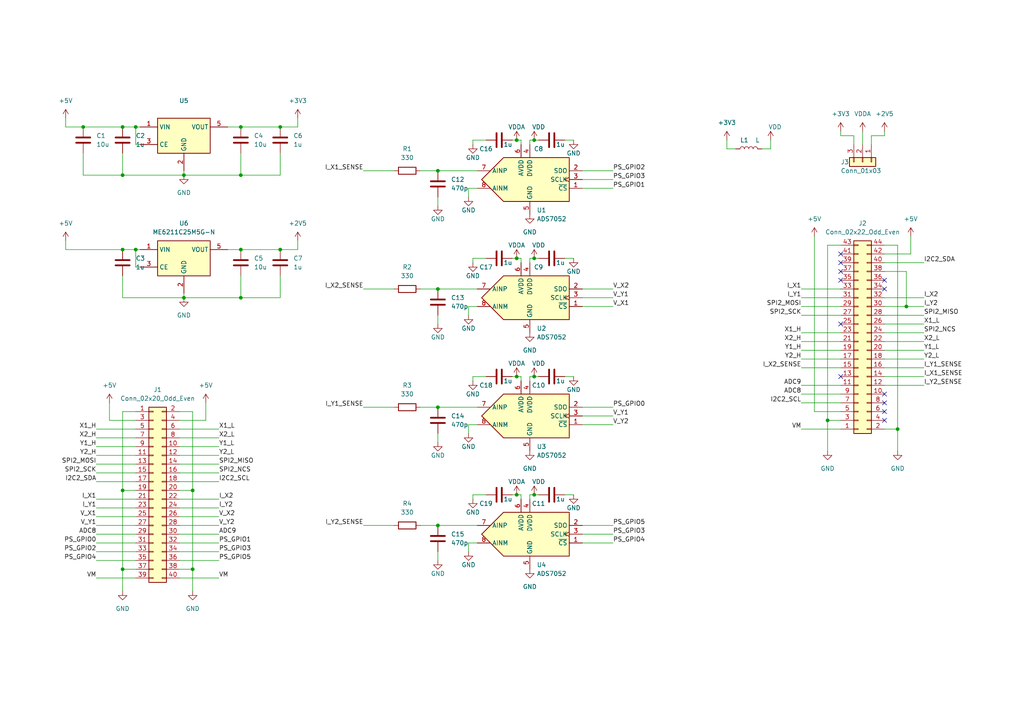
<source format=kicad_sch>
(kicad_sch (version 20211123) (generator eeschema)

  (uuid 65db577a-4f2b-480c-8587-d4967b40cdde)

  (paper "A4")

  (lib_symbols
    (symbol "Connector_Generic:Conn_01x03" (pin_names (offset 1.016) hide) (in_bom yes) (on_board yes)
      (property "Reference" "J" (id 0) (at 0 5.08 0)
        (effects (font (size 1.27 1.27)))
      )
      (property "Value" "Conn_01x03" (id 1) (at 0 -5.08 0)
        (effects (font (size 1.27 1.27)))
      )
      (property "Footprint" "" (id 2) (at 0 0 0)
        (effects (font (size 1.27 1.27)) hide)
      )
      (property "Datasheet" "~" (id 3) (at 0 0 0)
        (effects (font (size 1.27 1.27)) hide)
      )
      (property "ki_keywords" "connector" (id 4) (at 0 0 0)
        (effects (font (size 1.27 1.27)) hide)
      )
      (property "ki_description" "Generic connector, single row, 01x03, script generated (kicad-library-utils/schlib/autogen/connector/)" (id 5) (at 0 0 0)
        (effects (font (size 1.27 1.27)) hide)
      )
      (property "ki_fp_filters" "Connector*:*_1x??_*" (id 6) (at 0 0 0)
        (effects (font (size 1.27 1.27)) hide)
      )
      (symbol "Conn_01x03_1_1"
        (rectangle (start -1.27 -2.413) (end 0 -2.667)
          (stroke (width 0.1524) (type default) (color 0 0 0 0))
          (fill (type none))
        )
        (rectangle (start -1.27 0.127) (end 0 -0.127)
          (stroke (width 0.1524) (type default) (color 0 0 0 0))
          (fill (type none))
        )
        (rectangle (start -1.27 2.667) (end 0 2.413)
          (stroke (width 0.1524) (type default) (color 0 0 0 0))
          (fill (type none))
        )
        (rectangle (start -1.27 3.81) (end 1.27 -3.81)
          (stroke (width 0.254) (type default) (color 0 0 0 0))
          (fill (type background))
        )
        (pin passive line (at -5.08 2.54 0) (length 3.81)
          (name "Pin_1" (effects (font (size 1.27 1.27))))
          (number "1" (effects (font (size 1.27 1.27))))
        )
        (pin passive line (at -5.08 0 0) (length 3.81)
          (name "Pin_2" (effects (font (size 1.27 1.27))))
          (number "2" (effects (font (size 1.27 1.27))))
        )
        (pin passive line (at -5.08 -2.54 0) (length 3.81)
          (name "Pin_3" (effects (font (size 1.27 1.27))))
          (number "3" (effects (font (size 1.27 1.27))))
        )
      )
    )
    (symbol "Connector_Generic:Conn_02x20_Odd_Even" (pin_names (offset 1.016) hide) (in_bom yes) (on_board yes)
      (property "Reference" "J" (id 0) (at 1.27 25.4 0)
        (effects (font (size 1.27 1.27)))
      )
      (property "Value" "Conn_02x20_Odd_Even" (id 1) (at 1.27 -27.94 0)
        (effects (font (size 1.27 1.27)))
      )
      (property "Footprint" "" (id 2) (at 0 0 0)
        (effects (font (size 1.27 1.27)) hide)
      )
      (property "Datasheet" "~" (id 3) (at 0 0 0)
        (effects (font (size 1.27 1.27)) hide)
      )
      (property "ki_keywords" "connector" (id 4) (at 0 0 0)
        (effects (font (size 1.27 1.27)) hide)
      )
      (property "ki_description" "Generic connector, double row, 02x20, odd/even pin numbering scheme (row 1 odd numbers, row 2 even numbers), script generated (kicad-library-utils/schlib/autogen/connector/)" (id 5) (at 0 0 0)
        (effects (font (size 1.27 1.27)) hide)
      )
      (property "ki_fp_filters" "Connector*:*_2x??_*" (id 6) (at 0 0 0)
        (effects (font (size 1.27 1.27)) hide)
      )
      (symbol "Conn_02x20_Odd_Even_1_1"
        (rectangle (start -1.27 -25.273) (end 0 -25.527)
          (stroke (width 0.1524) (type default) (color 0 0 0 0))
          (fill (type none))
        )
        (rectangle (start -1.27 -22.733) (end 0 -22.987)
          (stroke (width 0.1524) (type default) (color 0 0 0 0))
          (fill (type none))
        )
        (rectangle (start -1.27 -20.193) (end 0 -20.447)
          (stroke (width 0.1524) (type default) (color 0 0 0 0))
          (fill (type none))
        )
        (rectangle (start -1.27 -17.653) (end 0 -17.907)
          (stroke (width 0.1524) (type default) (color 0 0 0 0))
          (fill (type none))
        )
        (rectangle (start -1.27 -15.113) (end 0 -15.367)
          (stroke (width 0.1524) (type default) (color 0 0 0 0))
          (fill (type none))
        )
        (rectangle (start -1.27 -12.573) (end 0 -12.827)
          (stroke (width 0.1524) (type default) (color 0 0 0 0))
          (fill (type none))
        )
        (rectangle (start -1.27 -10.033) (end 0 -10.287)
          (stroke (width 0.1524) (type default) (color 0 0 0 0))
          (fill (type none))
        )
        (rectangle (start -1.27 -7.493) (end 0 -7.747)
          (stroke (width 0.1524) (type default) (color 0 0 0 0))
          (fill (type none))
        )
        (rectangle (start -1.27 -4.953) (end 0 -5.207)
          (stroke (width 0.1524) (type default) (color 0 0 0 0))
          (fill (type none))
        )
        (rectangle (start -1.27 -2.413) (end 0 -2.667)
          (stroke (width 0.1524) (type default) (color 0 0 0 0))
          (fill (type none))
        )
        (rectangle (start -1.27 0.127) (end 0 -0.127)
          (stroke (width 0.1524) (type default) (color 0 0 0 0))
          (fill (type none))
        )
        (rectangle (start -1.27 2.667) (end 0 2.413)
          (stroke (width 0.1524) (type default) (color 0 0 0 0))
          (fill (type none))
        )
        (rectangle (start -1.27 5.207) (end 0 4.953)
          (stroke (width 0.1524) (type default) (color 0 0 0 0))
          (fill (type none))
        )
        (rectangle (start -1.27 7.747) (end 0 7.493)
          (stroke (width 0.1524) (type default) (color 0 0 0 0))
          (fill (type none))
        )
        (rectangle (start -1.27 10.287) (end 0 10.033)
          (stroke (width 0.1524) (type default) (color 0 0 0 0))
          (fill (type none))
        )
        (rectangle (start -1.27 12.827) (end 0 12.573)
          (stroke (width 0.1524) (type default) (color 0 0 0 0))
          (fill (type none))
        )
        (rectangle (start -1.27 15.367) (end 0 15.113)
          (stroke (width 0.1524) (type default) (color 0 0 0 0))
          (fill (type none))
        )
        (rectangle (start -1.27 17.907) (end 0 17.653)
          (stroke (width 0.1524) (type default) (color 0 0 0 0))
          (fill (type none))
        )
        (rectangle (start -1.27 20.447) (end 0 20.193)
          (stroke (width 0.1524) (type default) (color 0 0 0 0))
          (fill (type none))
        )
        (rectangle (start -1.27 22.987) (end 0 22.733)
          (stroke (width 0.1524) (type default) (color 0 0 0 0))
          (fill (type none))
        )
        (rectangle (start -1.27 24.13) (end 3.81 -26.67)
          (stroke (width 0.254) (type default) (color 0 0 0 0))
          (fill (type background))
        )
        (rectangle (start 3.81 -25.273) (end 2.54 -25.527)
          (stroke (width 0.1524) (type default) (color 0 0 0 0))
          (fill (type none))
        )
        (rectangle (start 3.81 -22.733) (end 2.54 -22.987)
          (stroke (width 0.1524) (type default) (color 0 0 0 0))
          (fill (type none))
        )
        (rectangle (start 3.81 -20.193) (end 2.54 -20.447)
          (stroke (width 0.1524) (type default) (color 0 0 0 0))
          (fill (type none))
        )
        (rectangle (start 3.81 -17.653) (end 2.54 -17.907)
          (stroke (width 0.1524) (type default) (color 0 0 0 0))
          (fill (type none))
        )
        (rectangle (start 3.81 -15.113) (end 2.54 -15.367)
          (stroke (width 0.1524) (type default) (color 0 0 0 0))
          (fill (type none))
        )
        (rectangle (start 3.81 -12.573) (end 2.54 -12.827)
          (stroke (width 0.1524) (type default) (color 0 0 0 0))
          (fill (type none))
        )
        (rectangle (start 3.81 -10.033) (end 2.54 -10.287)
          (stroke (width 0.1524) (type default) (color 0 0 0 0))
          (fill (type none))
        )
        (rectangle (start 3.81 -7.493) (end 2.54 -7.747)
          (stroke (width 0.1524) (type default) (color 0 0 0 0))
          (fill (type none))
        )
        (rectangle (start 3.81 -4.953) (end 2.54 -5.207)
          (stroke (width 0.1524) (type default) (color 0 0 0 0))
          (fill (type none))
        )
        (rectangle (start 3.81 -2.413) (end 2.54 -2.667)
          (stroke (width 0.1524) (type default) (color 0 0 0 0))
          (fill (type none))
        )
        (rectangle (start 3.81 0.127) (end 2.54 -0.127)
          (stroke (width 0.1524) (type default) (color 0 0 0 0))
          (fill (type none))
        )
        (rectangle (start 3.81 2.667) (end 2.54 2.413)
          (stroke (width 0.1524) (type default) (color 0 0 0 0))
          (fill (type none))
        )
        (rectangle (start 3.81 5.207) (end 2.54 4.953)
          (stroke (width 0.1524) (type default) (color 0 0 0 0))
          (fill (type none))
        )
        (rectangle (start 3.81 7.747) (end 2.54 7.493)
          (stroke (width 0.1524) (type default) (color 0 0 0 0))
          (fill (type none))
        )
        (rectangle (start 3.81 10.287) (end 2.54 10.033)
          (stroke (width 0.1524) (type default) (color 0 0 0 0))
          (fill (type none))
        )
        (rectangle (start 3.81 12.827) (end 2.54 12.573)
          (stroke (width 0.1524) (type default) (color 0 0 0 0))
          (fill (type none))
        )
        (rectangle (start 3.81 15.367) (end 2.54 15.113)
          (stroke (width 0.1524) (type default) (color 0 0 0 0))
          (fill (type none))
        )
        (rectangle (start 3.81 17.907) (end 2.54 17.653)
          (stroke (width 0.1524) (type default) (color 0 0 0 0))
          (fill (type none))
        )
        (rectangle (start 3.81 20.447) (end 2.54 20.193)
          (stroke (width 0.1524) (type default) (color 0 0 0 0))
          (fill (type none))
        )
        (rectangle (start 3.81 22.987) (end 2.54 22.733)
          (stroke (width 0.1524) (type default) (color 0 0 0 0))
          (fill (type none))
        )
        (pin passive line (at -5.08 22.86 0) (length 3.81)
          (name "Pin_1" (effects (font (size 1.27 1.27))))
          (number "1" (effects (font (size 1.27 1.27))))
        )
        (pin passive line (at 7.62 12.7 180) (length 3.81)
          (name "Pin_10" (effects (font (size 1.27 1.27))))
          (number "10" (effects (font (size 1.27 1.27))))
        )
        (pin passive line (at -5.08 10.16 0) (length 3.81)
          (name "Pin_11" (effects (font (size 1.27 1.27))))
          (number "11" (effects (font (size 1.27 1.27))))
        )
        (pin passive line (at 7.62 10.16 180) (length 3.81)
          (name "Pin_12" (effects (font (size 1.27 1.27))))
          (number "12" (effects (font (size 1.27 1.27))))
        )
        (pin passive line (at -5.08 7.62 0) (length 3.81)
          (name "Pin_13" (effects (font (size 1.27 1.27))))
          (number "13" (effects (font (size 1.27 1.27))))
        )
        (pin passive line (at 7.62 7.62 180) (length 3.81)
          (name "Pin_14" (effects (font (size 1.27 1.27))))
          (number "14" (effects (font (size 1.27 1.27))))
        )
        (pin passive line (at -5.08 5.08 0) (length 3.81)
          (name "Pin_15" (effects (font (size 1.27 1.27))))
          (number "15" (effects (font (size 1.27 1.27))))
        )
        (pin passive line (at 7.62 5.08 180) (length 3.81)
          (name "Pin_16" (effects (font (size 1.27 1.27))))
          (number "16" (effects (font (size 1.27 1.27))))
        )
        (pin passive line (at -5.08 2.54 0) (length 3.81)
          (name "Pin_17" (effects (font (size 1.27 1.27))))
          (number "17" (effects (font (size 1.27 1.27))))
        )
        (pin passive line (at 7.62 2.54 180) (length 3.81)
          (name "Pin_18" (effects (font (size 1.27 1.27))))
          (number "18" (effects (font (size 1.27 1.27))))
        )
        (pin passive line (at -5.08 0 0) (length 3.81)
          (name "Pin_19" (effects (font (size 1.27 1.27))))
          (number "19" (effects (font (size 1.27 1.27))))
        )
        (pin passive line (at 7.62 22.86 180) (length 3.81)
          (name "Pin_2" (effects (font (size 1.27 1.27))))
          (number "2" (effects (font (size 1.27 1.27))))
        )
        (pin passive line (at 7.62 0 180) (length 3.81)
          (name "Pin_20" (effects (font (size 1.27 1.27))))
          (number "20" (effects (font (size 1.27 1.27))))
        )
        (pin passive line (at -5.08 -2.54 0) (length 3.81)
          (name "Pin_21" (effects (font (size 1.27 1.27))))
          (number "21" (effects (font (size 1.27 1.27))))
        )
        (pin passive line (at 7.62 -2.54 180) (length 3.81)
          (name "Pin_22" (effects (font (size 1.27 1.27))))
          (number "22" (effects (font (size 1.27 1.27))))
        )
        (pin passive line (at -5.08 -5.08 0) (length 3.81)
          (name "Pin_23" (effects (font (size 1.27 1.27))))
          (number "23" (effects (font (size 1.27 1.27))))
        )
        (pin passive line (at 7.62 -5.08 180) (length 3.81)
          (name "Pin_24" (effects (font (size 1.27 1.27))))
          (number "24" (effects (font (size 1.27 1.27))))
        )
        (pin passive line (at -5.08 -7.62 0) (length 3.81)
          (name "Pin_25" (effects (font (size 1.27 1.27))))
          (number "25" (effects (font (size 1.27 1.27))))
        )
        (pin passive line (at 7.62 -7.62 180) (length 3.81)
          (name "Pin_26" (effects (font (size 1.27 1.27))))
          (number "26" (effects (font (size 1.27 1.27))))
        )
        (pin passive line (at -5.08 -10.16 0) (length 3.81)
          (name "Pin_27" (effects (font (size 1.27 1.27))))
          (number "27" (effects (font (size 1.27 1.27))))
        )
        (pin passive line (at 7.62 -10.16 180) (length 3.81)
          (name "Pin_28" (effects (font (size 1.27 1.27))))
          (number "28" (effects (font (size 1.27 1.27))))
        )
        (pin passive line (at -5.08 -12.7 0) (length 3.81)
          (name "Pin_29" (effects (font (size 1.27 1.27))))
          (number "29" (effects (font (size 1.27 1.27))))
        )
        (pin passive line (at -5.08 20.32 0) (length 3.81)
          (name "Pin_3" (effects (font (size 1.27 1.27))))
          (number "3" (effects (font (size 1.27 1.27))))
        )
        (pin passive line (at 7.62 -12.7 180) (length 3.81)
          (name "Pin_30" (effects (font (size 1.27 1.27))))
          (number "30" (effects (font (size 1.27 1.27))))
        )
        (pin passive line (at -5.08 -15.24 0) (length 3.81)
          (name "Pin_31" (effects (font (size 1.27 1.27))))
          (number "31" (effects (font (size 1.27 1.27))))
        )
        (pin passive line (at 7.62 -15.24 180) (length 3.81)
          (name "Pin_32" (effects (font (size 1.27 1.27))))
          (number "32" (effects (font (size 1.27 1.27))))
        )
        (pin passive line (at -5.08 -17.78 0) (length 3.81)
          (name "Pin_33" (effects (font (size 1.27 1.27))))
          (number "33" (effects (font (size 1.27 1.27))))
        )
        (pin passive line (at 7.62 -17.78 180) (length 3.81)
          (name "Pin_34" (effects (font (size 1.27 1.27))))
          (number "34" (effects (font (size 1.27 1.27))))
        )
        (pin passive line (at -5.08 -20.32 0) (length 3.81)
          (name "Pin_35" (effects (font (size 1.27 1.27))))
          (number "35" (effects (font (size 1.27 1.27))))
        )
        (pin passive line (at 7.62 -20.32 180) (length 3.81)
          (name "Pin_36" (effects (font (size 1.27 1.27))))
          (number "36" (effects (font (size 1.27 1.27))))
        )
        (pin passive line (at -5.08 -22.86 0) (length 3.81)
          (name "Pin_37" (effects (font (size 1.27 1.27))))
          (number "37" (effects (font (size 1.27 1.27))))
        )
        (pin passive line (at 7.62 -22.86 180) (length 3.81)
          (name "Pin_38" (effects (font (size 1.27 1.27))))
          (number "38" (effects (font (size 1.27 1.27))))
        )
        (pin passive line (at -5.08 -25.4 0) (length 3.81)
          (name "Pin_39" (effects (font (size 1.27 1.27))))
          (number "39" (effects (font (size 1.27 1.27))))
        )
        (pin passive line (at 7.62 20.32 180) (length 3.81)
          (name "Pin_4" (effects (font (size 1.27 1.27))))
          (number "4" (effects (font (size 1.27 1.27))))
        )
        (pin passive line (at 7.62 -25.4 180) (length 3.81)
          (name "Pin_40" (effects (font (size 1.27 1.27))))
          (number "40" (effects (font (size 1.27 1.27))))
        )
        (pin passive line (at -5.08 17.78 0) (length 3.81)
          (name "Pin_5" (effects (font (size 1.27 1.27))))
          (number "5" (effects (font (size 1.27 1.27))))
        )
        (pin passive line (at 7.62 17.78 180) (length 3.81)
          (name "Pin_6" (effects (font (size 1.27 1.27))))
          (number "6" (effects (font (size 1.27 1.27))))
        )
        (pin passive line (at -5.08 15.24 0) (length 3.81)
          (name "Pin_7" (effects (font (size 1.27 1.27))))
          (number "7" (effects (font (size 1.27 1.27))))
        )
        (pin passive line (at 7.62 15.24 180) (length 3.81)
          (name "Pin_8" (effects (font (size 1.27 1.27))))
          (number "8" (effects (font (size 1.27 1.27))))
        )
        (pin passive line (at -5.08 12.7 0) (length 3.81)
          (name "Pin_9" (effects (font (size 1.27 1.27))))
          (number "9" (effects (font (size 1.27 1.27))))
        )
      )
    )
    (symbol "Connector_Generic:Conn_02x22_Odd_Even" (pin_names (offset 1.016) hide) (in_bom yes) (on_board yes)
      (property "Reference" "J" (id 0) (at 1.27 27.94 0)
        (effects (font (size 1.27 1.27)))
      )
      (property "Value" "Conn_02x22_Odd_Even" (id 1) (at 1.27 -30.48 0)
        (effects (font (size 1.27 1.27)))
      )
      (property "Footprint" "" (id 2) (at 0 0 0)
        (effects (font (size 1.27 1.27)) hide)
      )
      (property "Datasheet" "~" (id 3) (at 0 0 0)
        (effects (font (size 1.27 1.27)) hide)
      )
      (property "ki_keywords" "connector" (id 4) (at 0 0 0)
        (effects (font (size 1.27 1.27)) hide)
      )
      (property "ki_description" "Generic connector, double row, 02x22, odd/even pin numbering scheme (row 1 odd numbers, row 2 even numbers), script generated (kicad-library-utils/schlib/autogen/connector/)" (id 5) (at 0 0 0)
        (effects (font (size 1.27 1.27)) hide)
      )
      (property "ki_fp_filters" "Connector*:*_2x??_*" (id 6) (at 0 0 0)
        (effects (font (size 1.27 1.27)) hide)
      )
      (symbol "Conn_02x22_Odd_Even_1_1"
        (rectangle (start -1.27 -27.813) (end 0 -28.067)
          (stroke (width 0.1524) (type default) (color 0 0 0 0))
          (fill (type none))
        )
        (rectangle (start -1.27 -25.273) (end 0 -25.527)
          (stroke (width 0.1524) (type default) (color 0 0 0 0))
          (fill (type none))
        )
        (rectangle (start -1.27 -22.733) (end 0 -22.987)
          (stroke (width 0.1524) (type default) (color 0 0 0 0))
          (fill (type none))
        )
        (rectangle (start -1.27 -20.193) (end 0 -20.447)
          (stroke (width 0.1524) (type default) (color 0 0 0 0))
          (fill (type none))
        )
        (rectangle (start -1.27 -17.653) (end 0 -17.907)
          (stroke (width 0.1524) (type default) (color 0 0 0 0))
          (fill (type none))
        )
        (rectangle (start -1.27 -15.113) (end 0 -15.367)
          (stroke (width 0.1524) (type default) (color 0 0 0 0))
          (fill (type none))
        )
        (rectangle (start -1.27 -12.573) (end 0 -12.827)
          (stroke (width 0.1524) (type default) (color 0 0 0 0))
          (fill (type none))
        )
        (rectangle (start -1.27 -10.033) (end 0 -10.287)
          (stroke (width 0.1524) (type default) (color 0 0 0 0))
          (fill (type none))
        )
        (rectangle (start -1.27 -7.493) (end 0 -7.747)
          (stroke (width 0.1524) (type default) (color 0 0 0 0))
          (fill (type none))
        )
        (rectangle (start -1.27 -4.953) (end 0 -5.207)
          (stroke (width 0.1524) (type default) (color 0 0 0 0))
          (fill (type none))
        )
        (rectangle (start -1.27 -2.413) (end 0 -2.667)
          (stroke (width 0.1524) (type default) (color 0 0 0 0))
          (fill (type none))
        )
        (rectangle (start -1.27 0.127) (end 0 -0.127)
          (stroke (width 0.1524) (type default) (color 0 0 0 0))
          (fill (type none))
        )
        (rectangle (start -1.27 2.667) (end 0 2.413)
          (stroke (width 0.1524) (type default) (color 0 0 0 0))
          (fill (type none))
        )
        (rectangle (start -1.27 5.207) (end 0 4.953)
          (stroke (width 0.1524) (type default) (color 0 0 0 0))
          (fill (type none))
        )
        (rectangle (start -1.27 7.747) (end 0 7.493)
          (stroke (width 0.1524) (type default) (color 0 0 0 0))
          (fill (type none))
        )
        (rectangle (start -1.27 10.287) (end 0 10.033)
          (stroke (width 0.1524) (type default) (color 0 0 0 0))
          (fill (type none))
        )
        (rectangle (start -1.27 12.827) (end 0 12.573)
          (stroke (width 0.1524) (type default) (color 0 0 0 0))
          (fill (type none))
        )
        (rectangle (start -1.27 15.367) (end 0 15.113)
          (stroke (width 0.1524) (type default) (color 0 0 0 0))
          (fill (type none))
        )
        (rectangle (start -1.27 17.907) (end 0 17.653)
          (stroke (width 0.1524) (type default) (color 0 0 0 0))
          (fill (type none))
        )
        (rectangle (start -1.27 20.447) (end 0 20.193)
          (stroke (width 0.1524) (type default) (color 0 0 0 0))
          (fill (type none))
        )
        (rectangle (start -1.27 22.987) (end 0 22.733)
          (stroke (width 0.1524) (type default) (color 0 0 0 0))
          (fill (type none))
        )
        (rectangle (start -1.27 25.527) (end 0 25.273)
          (stroke (width 0.1524) (type default) (color 0 0 0 0))
          (fill (type none))
        )
        (rectangle (start -1.27 26.67) (end 3.81 -29.21)
          (stroke (width 0.254) (type default) (color 0 0 0 0))
          (fill (type background))
        )
        (rectangle (start 3.81 -27.813) (end 2.54 -28.067)
          (stroke (width 0.1524) (type default) (color 0 0 0 0))
          (fill (type none))
        )
        (rectangle (start 3.81 -25.273) (end 2.54 -25.527)
          (stroke (width 0.1524) (type default) (color 0 0 0 0))
          (fill (type none))
        )
        (rectangle (start 3.81 -22.733) (end 2.54 -22.987)
          (stroke (width 0.1524) (type default) (color 0 0 0 0))
          (fill (type none))
        )
        (rectangle (start 3.81 -20.193) (end 2.54 -20.447)
          (stroke (width 0.1524) (type default) (color 0 0 0 0))
          (fill (type none))
        )
        (rectangle (start 3.81 -17.653) (end 2.54 -17.907)
          (stroke (width 0.1524) (type default) (color 0 0 0 0))
          (fill (type none))
        )
        (rectangle (start 3.81 -15.113) (end 2.54 -15.367)
          (stroke (width 0.1524) (type default) (color 0 0 0 0))
          (fill (type none))
        )
        (rectangle (start 3.81 -12.573) (end 2.54 -12.827)
          (stroke (width 0.1524) (type default) (color 0 0 0 0))
          (fill (type none))
        )
        (rectangle (start 3.81 -10.033) (end 2.54 -10.287)
          (stroke (width 0.1524) (type default) (color 0 0 0 0))
          (fill (type none))
        )
        (rectangle (start 3.81 -7.493) (end 2.54 -7.747)
          (stroke (width 0.1524) (type default) (color 0 0 0 0))
          (fill (type none))
        )
        (rectangle (start 3.81 -4.953) (end 2.54 -5.207)
          (stroke (width 0.1524) (type default) (color 0 0 0 0))
          (fill (type none))
        )
        (rectangle (start 3.81 -2.413) (end 2.54 -2.667)
          (stroke (width 0.1524) (type default) (color 0 0 0 0))
          (fill (type none))
        )
        (rectangle (start 3.81 0.127) (end 2.54 -0.127)
          (stroke (width 0.1524) (type default) (color 0 0 0 0))
          (fill (type none))
        )
        (rectangle (start 3.81 2.667) (end 2.54 2.413)
          (stroke (width 0.1524) (type default) (color 0 0 0 0))
          (fill (type none))
        )
        (rectangle (start 3.81 5.207) (end 2.54 4.953)
          (stroke (width 0.1524) (type default) (color 0 0 0 0))
          (fill (type none))
        )
        (rectangle (start 3.81 7.747) (end 2.54 7.493)
          (stroke (width 0.1524) (type default) (color 0 0 0 0))
          (fill (type none))
        )
        (rectangle (start 3.81 10.287) (end 2.54 10.033)
          (stroke (width 0.1524) (type default) (color 0 0 0 0))
          (fill (type none))
        )
        (rectangle (start 3.81 12.827) (end 2.54 12.573)
          (stroke (width 0.1524) (type default) (color 0 0 0 0))
          (fill (type none))
        )
        (rectangle (start 3.81 15.367) (end 2.54 15.113)
          (stroke (width 0.1524) (type default) (color 0 0 0 0))
          (fill (type none))
        )
        (rectangle (start 3.81 17.907) (end 2.54 17.653)
          (stroke (width 0.1524) (type default) (color 0 0 0 0))
          (fill (type none))
        )
        (rectangle (start 3.81 20.447) (end 2.54 20.193)
          (stroke (width 0.1524) (type default) (color 0 0 0 0))
          (fill (type none))
        )
        (rectangle (start 3.81 22.987) (end 2.54 22.733)
          (stroke (width 0.1524) (type default) (color 0 0 0 0))
          (fill (type none))
        )
        (rectangle (start 3.81 25.527) (end 2.54 25.273)
          (stroke (width 0.1524) (type default) (color 0 0 0 0))
          (fill (type none))
        )
        (pin passive line (at -5.08 25.4 0) (length 3.81)
          (name "Pin_1" (effects (font (size 1.27 1.27))))
          (number "1" (effects (font (size 1.27 1.27))))
        )
        (pin passive line (at 7.62 15.24 180) (length 3.81)
          (name "Pin_10" (effects (font (size 1.27 1.27))))
          (number "10" (effects (font (size 1.27 1.27))))
        )
        (pin passive line (at -5.08 12.7 0) (length 3.81)
          (name "Pin_11" (effects (font (size 1.27 1.27))))
          (number "11" (effects (font (size 1.27 1.27))))
        )
        (pin passive line (at 7.62 12.7 180) (length 3.81)
          (name "Pin_12" (effects (font (size 1.27 1.27))))
          (number "12" (effects (font (size 1.27 1.27))))
        )
        (pin passive line (at -5.08 10.16 0) (length 3.81)
          (name "Pin_13" (effects (font (size 1.27 1.27))))
          (number "13" (effects (font (size 1.27 1.27))))
        )
        (pin passive line (at 7.62 10.16 180) (length 3.81)
          (name "Pin_14" (effects (font (size 1.27 1.27))))
          (number "14" (effects (font (size 1.27 1.27))))
        )
        (pin passive line (at -5.08 7.62 0) (length 3.81)
          (name "Pin_15" (effects (font (size 1.27 1.27))))
          (number "15" (effects (font (size 1.27 1.27))))
        )
        (pin passive line (at 7.62 7.62 180) (length 3.81)
          (name "Pin_16" (effects (font (size 1.27 1.27))))
          (number "16" (effects (font (size 1.27 1.27))))
        )
        (pin passive line (at -5.08 5.08 0) (length 3.81)
          (name "Pin_17" (effects (font (size 1.27 1.27))))
          (number "17" (effects (font (size 1.27 1.27))))
        )
        (pin passive line (at 7.62 5.08 180) (length 3.81)
          (name "Pin_18" (effects (font (size 1.27 1.27))))
          (number "18" (effects (font (size 1.27 1.27))))
        )
        (pin passive line (at -5.08 2.54 0) (length 3.81)
          (name "Pin_19" (effects (font (size 1.27 1.27))))
          (number "19" (effects (font (size 1.27 1.27))))
        )
        (pin passive line (at 7.62 25.4 180) (length 3.81)
          (name "Pin_2" (effects (font (size 1.27 1.27))))
          (number "2" (effects (font (size 1.27 1.27))))
        )
        (pin passive line (at 7.62 2.54 180) (length 3.81)
          (name "Pin_20" (effects (font (size 1.27 1.27))))
          (number "20" (effects (font (size 1.27 1.27))))
        )
        (pin passive line (at -5.08 0 0) (length 3.81)
          (name "Pin_21" (effects (font (size 1.27 1.27))))
          (number "21" (effects (font (size 1.27 1.27))))
        )
        (pin passive line (at 7.62 0 180) (length 3.81)
          (name "Pin_22" (effects (font (size 1.27 1.27))))
          (number "22" (effects (font (size 1.27 1.27))))
        )
        (pin passive line (at -5.08 -2.54 0) (length 3.81)
          (name "Pin_23" (effects (font (size 1.27 1.27))))
          (number "23" (effects (font (size 1.27 1.27))))
        )
        (pin passive line (at 7.62 -2.54 180) (length 3.81)
          (name "Pin_24" (effects (font (size 1.27 1.27))))
          (number "24" (effects (font (size 1.27 1.27))))
        )
        (pin passive line (at -5.08 -5.08 0) (length 3.81)
          (name "Pin_25" (effects (font (size 1.27 1.27))))
          (number "25" (effects (font (size 1.27 1.27))))
        )
        (pin passive line (at 7.62 -5.08 180) (length 3.81)
          (name "Pin_26" (effects (font (size 1.27 1.27))))
          (number "26" (effects (font (size 1.27 1.27))))
        )
        (pin passive line (at -5.08 -7.62 0) (length 3.81)
          (name "Pin_27" (effects (font (size 1.27 1.27))))
          (number "27" (effects (font (size 1.27 1.27))))
        )
        (pin passive line (at 7.62 -7.62 180) (length 3.81)
          (name "Pin_28" (effects (font (size 1.27 1.27))))
          (number "28" (effects (font (size 1.27 1.27))))
        )
        (pin passive line (at -5.08 -10.16 0) (length 3.81)
          (name "Pin_29" (effects (font (size 1.27 1.27))))
          (number "29" (effects (font (size 1.27 1.27))))
        )
        (pin passive line (at -5.08 22.86 0) (length 3.81)
          (name "Pin_3" (effects (font (size 1.27 1.27))))
          (number "3" (effects (font (size 1.27 1.27))))
        )
        (pin passive line (at 7.62 -10.16 180) (length 3.81)
          (name "Pin_30" (effects (font (size 1.27 1.27))))
          (number "30" (effects (font (size 1.27 1.27))))
        )
        (pin passive line (at -5.08 -12.7 0) (length 3.81)
          (name "Pin_31" (effects (font (size 1.27 1.27))))
          (number "31" (effects (font (size 1.27 1.27))))
        )
        (pin passive line (at 7.62 -12.7 180) (length 3.81)
          (name "Pin_32" (effects (font (size 1.27 1.27))))
          (number "32" (effects (font (size 1.27 1.27))))
        )
        (pin passive line (at -5.08 -15.24 0) (length 3.81)
          (name "Pin_33" (effects (font (size 1.27 1.27))))
          (number "33" (effects (font (size 1.27 1.27))))
        )
        (pin passive line (at 7.62 -15.24 180) (length 3.81)
          (name "Pin_34" (effects (font (size 1.27 1.27))))
          (number "34" (effects (font (size 1.27 1.27))))
        )
        (pin passive line (at -5.08 -17.78 0) (length 3.81)
          (name "Pin_35" (effects (font (size 1.27 1.27))))
          (number "35" (effects (font (size 1.27 1.27))))
        )
        (pin passive line (at 7.62 -17.78 180) (length 3.81)
          (name "Pin_36" (effects (font (size 1.27 1.27))))
          (number "36" (effects (font (size 1.27 1.27))))
        )
        (pin passive line (at -5.08 -20.32 0) (length 3.81)
          (name "Pin_37" (effects (font (size 1.27 1.27))))
          (number "37" (effects (font (size 1.27 1.27))))
        )
        (pin passive line (at 7.62 -20.32 180) (length 3.81)
          (name "Pin_38" (effects (font (size 1.27 1.27))))
          (number "38" (effects (font (size 1.27 1.27))))
        )
        (pin passive line (at -5.08 -22.86 0) (length 3.81)
          (name "Pin_39" (effects (font (size 1.27 1.27))))
          (number "39" (effects (font (size 1.27 1.27))))
        )
        (pin passive line (at 7.62 22.86 180) (length 3.81)
          (name "Pin_4" (effects (font (size 1.27 1.27))))
          (number "4" (effects (font (size 1.27 1.27))))
        )
        (pin passive line (at 7.62 -22.86 180) (length 3.81)
          (name "Pin_40" (effects (font (size 1.27 1.27))))
          (number "40" (effects (font (size 1.27 1.27))))
        )
        (pin passive line (at -5.08 -25.4 0) (length 3.81)
          (name "Pin_41" (effects (font (size 1.27 1.27))))
          (number "41" (effects (font (size 1.27 1.27))))
        )
        (pin passive line (at 7.62 -25.4 180) (length 3.81)
          (name "Pin_42" (effects (font (size 1.27 1.27))))
          (number "42" (effects (font (size 1.27 1.27))))
        )
        (pin passive line (at -5.08 -27.94 0) (length 3.81)
          (name "Pin_43" (effects (font (size 1.27 1.27))))
          (number "43" (effects (font (size 1.27 1.27))))
        )
        (pin passive line (at 7.62 -27.94 180) (length 3.81)
          (name "Pin_44" (effects (font (size 1.27 1.27))))
          (number "44" (effects (font (size 1.27 1.27))))
        )
        (pin passive line (at -5.08 20.32 0) (length 3.81)
          (name "Pin_5" (effects (font (size 1.27 1.27))))
          (number "5" (effects (font (size 1.27 1.27))))
        )
        (pin passive line (at 7.62 20.32 180) (length 3.81)
          (name "Pin_6" (effects (font (size 1.27 1.27))))
          (number "6" (effects (font (size 1.27 1.27))))
        )
        (pin passive line (at -5.08 17.78 0) (length 3.81)
          (name "Pin_7" (effects (font (size 1.27 1.27))))
          (number "7" (effects (font (size 1.27 1.27))))
        )
        (pin passive line (at 7.62 17.78 180) (length 3.81)
          (name "Pin_8" (effects (font (size 1.27 1.27))))
          (number "8" (effects (font (size 1.27 1.27))))
        )
        (pin passive line (at -5.08 15.24 0) (length 3.81)
          (name "Pin_9" (effects (font (size 1.27 1.27))))
          (number "9" (effects (font (size 1.27 1.27))))
        )
      )
    )
    (symbol "Device:C" (pin_numbers hide) (pin_names (offset 0.254)) (in_bom yes) (on_board yes)
      (property "Reference" "C" (id 0) (at 0.635 2.54 0)
        (effects (font (size 1.27 1.27)) (justify left))
      )
      (property "Value" "C" (id 1) (at 0.635 -2.54 0)
        (effects (font (size 1.27 1.27)) (justify left))
      )
      (property "Footprint" "" (id 2) (at 0.9652 -3.81 0)
        (effects (font (size 1.27 1.27)) hide)
      )
      (property "Datasheet" "~" (id 3) (at 0 0 0)
        (effects (font (size 1.27 1.27)) hide)
      )
      (property "ki_keywords" "cap capacitor" (id 4) (at 0 0 0)
        (effects (font (size 1.27 1.27)) hide)
      )
      (property "ki_description" "Unpolarized capacitor" (id 5) (at 0 0 0)
        (effects (font (size 1.27 1.27)) hide)
      )
      (property "ki_fp_filters" "C_*" (id 6) (at 0 0 0)
        (effects (font (size 1.27 1.27)) hide)
      )
      (symbol "C_0_1"
        (polyline
          (pts
            (xy -2.032 -0.762)
            (xy 2.032 -0.762)
          )
          (stroke (width 0.508) (type default) (color 0 0 0 0))
          (fill (type none))
        )
        (polyline
          (pts
            (xy -2.032 0.762)
            (xy 2.032 0.762)
          )
          (stroke (width 0.508) (type default) (color 0 0 0 0))
          (fill (type none))
        )
      )
      (symbol "C_1_1"
        (pin passive line (at 0 3.81 270) (length 2.794)
          (name "~" (effects (font (size 1.27 1.27))))
          (number "1" (effects (font (size 1.27 1.27))))
        )
        (pin passive line (at 0 -3.81 90) (length 2.794)
          (name "~" (effects (font (size 1.27 1.27))))
          (number "2" (effects (font (size 1.27 1.27))))
        )
      )
    )
    (symbol "Device:L" (pin_numbers hide) (pin_names (offset 1.016) hide) (in_bom yes) (on_board yes)
      (property "Reference" "L" (id 0) (at -1.27 0 90)
        (effects (font (size 1.27 1.27)))
      )
      (property "Value" "L" (id 1) (at 1.905 0 90)
        (effects (font (size 1.27 1.27)))
      )
      (property "Footprint" "" (id 2) (at 0 0 0)
        (effects (font (size 1.27 1.27)) hide)
      )
      (property "Datasheet" "~" (id 3) (at 0 0 0)
        (effects (font (size 1.27 1.27)) hide)
      )
      (property "ki_keywords" "inductor choke coil reactor magnetic" (id 4) (at 0 0 0)
        (effects (font (size 1.27 1.27)) hide)
      )
      (property "ki_description" "Inductor" (id 5) (at 0 0 0)
        (effects (font (size 1.27 1.27)) hide)
      )
      (property "ki_fp_filters" "Choke_* *Coil* Inductor_* L_*" (id 6) (at 0 0 0)
        (effects (font (size 1.27 1.27)) hide)
      )
      (symbol "L_0_1"
        (arc (start 0 -2.54) (mid 0.635 -1.905) (end 0 -1.27)
          (stroke (width 0) (type default) (color 0 0 0 0))
          (fill (type none))
        )
        (arc (start 0 -1.27) (mid 0.635 -0.635) (end 0 0)
          (stroke (width 0) (type default) (color 0 0 0 0))
          (fill (type none))
        )
        (arc (start 0 0) (mid 0.635 0.635) (end 0 1.27)
          (stroke (width 0) (type default) (color 0 0 0 0))
          (fill (type none))
        )
        (arc (start 0 1.27) (mid 0.635 1.905) (end 0 2.54)
          (stroke (width 0) (type default) (color 0 0 0 0))
          (fill (type none))
        )
      )
      (symbol "L_1_1"
        (pin passive line (at 0 3.81 270) (length 1.27)
          (name "1" (effects (font (size 1.27 1.27))))
          (number "1" (effects (font (size 1.27 1.27))))
        )
        (pin passive line (at 0 -3.81 90) (length 1.27)
          (name "2" (effects (font (size 1.27 1.27))))
          (number "2" (effects (font (size 1.27 1.27))))
        )
      )
    )
    (symbol "Device:R" (pin_numbers hide) (pin_names (offset 0)) (in_bom yes) (on_board yes)
      (property "Reference" "R" (id 0) (at 2.032 0 90)
        (effects (font (size 1.27 1.27)))
      )
      (property "Value" "R" (id 1) (at 0 0 90)
        (effects (font (size 1.27 1.27)))
      )
      (property "Footprint" "" (id 2) (at -1.778 0 90)
        (effects (font (size 1.27 1.27)) hide)
      )
      (property "Datasheet" "~" (id 3) (at 0 0 0)
        (effects (font (size 1.27 1.27)) hide)
      )
      (property "ki_keywords" "R res resistor" (id 4) (at 0 0 0)
        (effects (font (size 1.27 1.27)) hide)
      )
      (property "ki_description" "Resistor" (id 5) (at 0 0 0)
        (effects (font (size 1.27 1.27)) hide)
      )
      (property "ki_fp_filters" "R_*" (id 6) (at 0 0 0)
        (effects (font (size 1.27 1.27)) hide)
      )
      (symbol "R_0_1"
        (rectangle (start -1.016 -2.54) (end 1.016 2.54)
          (stroke (width 0.254) (type default) (color 0 0 0 0))
          (fill (type none))
        )
      )
      (symbol "R_1_1"
        (pin passive line (at 0 3.81 270) (length 1.27)
          (name "~" (effects (font (size 1.27 1.27))))
          (number "1" (effects (font (size 1.27 1.27))))
        )
        (pin passive line (at 0 -3.81 90) (length 1.27)
          (name "~" (effects (font (size 1.27 1.27))))
          (number "2" (effects (font (size 1.27 1.27))))
        )
      )
    )
    (symbol "Signetics:ADS7052" (in_bom yes) (on_board yes)
      (property "Reference" "U" (id 0) (at 6.35 5.08 0)
        (effects (font (size 1.27 1.27)))
      )
      (property "Value" "ADS7052" (id 1) (at 21.59 5.08 0)
        (effects (font (size 1.27 1.27)))
      )
      (property "Footprint" "" (id 2) (at -24.13 15.24 0)
        (effects (font (size 1.27 1.27)) hide)
      )
      (property "Datasheet" "" (id 3) (at -24.13 15.24 0)
        (effects (font (size 1.27 1.27)) hide)
      )
      (symbol "ADS7052_0_1"
        (polyline
          (pts
            (xy 1.27 -2.54)
            (xy 7.62 3.81)
            (xy 26.67 3.81)
            (xy 26.67 -8.89)
            (xy 7.62 -8.89)
            (xy 1.27 -2.54)
          )
          (stroke (width 0.254) (type default) (color 0 0 0 0))
          (fill (type background))
        )
      )
      (symbol "ADS7052_1_1"
        (pin input line (at 30.48 -5.08 180) (length 3.81)
          (name "~{CS}" (effects (font (size 1.27 1.27))))
          (number "1" (effects (font (size 1.27 1.27))))
        )
        (pin output line (at 30.48 0 180) (length 3.81)
          (name "SDO" (effects (font (size 1.27 1.27))))
          (number "2" (effects (font (size 1.27 1.27))))
        )
        (pin input clock (at 30.48 -2.54 180) (length 3.81)
          (name "SCLK" (effects (font (size 1.27 1.27))))
          (number "3" (effects (font (size 1.27 1.27))))
        )
        (pin power_in line (at 15.24 7.62 270) (length 3.81)
          (name "DVDD" (effects (font (size 1.27 1.27))))
          (number "4" (effects (font (size 1.27 1.27))))
        )
        (pin power_in line (at 15.24 -12.7 90) (length 3.81)
          (name "GND" (effects (font (size 1.27 1.27))))
          (number "5" (effects (font (size 1.27 1.27))))
        )
        (pin power_in line (at 12.7 7.62 270) (length 3.81)
          (name "AVDD" (effects (font (size 1.27 1.27))))
          (number "6" (effects (font (size 1.27 1.27))))
        )
        (pin input line (at 0 0 0) (length 3.81)
          (name "AINP" (effects (font (size 1.27 1.27))))
          (number "7" (effects (font (size 1.27 1.27))))
        )
        (pin input line (at 0 -5.08 0) (length 3.81)
          (name "AINM" (effects (font (size 1.27 1.27))))
          (number "8" (effects (font (size 1.27 1.27))))
        )
      )
    )
    (symbol "Signetics:ME6211C25M5G-N" (in_bom yes) (on_board yes)
      (property "Reference" "U" (id 0) (at 6.35 6.35 0)
        (effects (font (size 1.27 1.27)))
      )
      (property "Value" "ME6211C25M5G-N" (id 1) (at 12.7 3.81 0)
        (effects (font (size 1.27 1.27)))
      )
      (property "Footprint" "" (id 2) (at -1.27 19.05 0)
        (effects (font (size 1.27 1.27)) hide)
      )
      (property "Datasheet" "" (id 3) (at -1.27 19.05 0)
        (effects (font (size 1.27 1.27)) hide)
      )
      (symbol "ME6211C25M5G-N_0_1"
        (rectangle (start 5.08 2.54) (end 20.32 -7.62)
          (stroke (width 0.254) (type default) (color 0 0 0 0))
          (fill (type background))
        )
      )
      (symbol "ME6211C25M5G-N_1_1"
        (pin power_in line (at 0 0 0) (length 5.08)
          (name "VIN" (effects (font (size 1.27 1.27))))
          (number "1" (effects (font (size 1.27 1.27))))
        )
        (pin power_in line (at 12.7 -12.7 90) (length 5.08)
          (name "GND" (effects (font (size 1.27 1.27))))
          (number "2" (effects (font (size 1.27 1.27))))
        )
        (pin input line (at 0 -5.08 0) (length 5.08)
          (name "CE" (effects (font (size 1.27 1.27))))
          (number "3" (effects (font (size 1.27 1.27))))
        )
        (pin no_connect line (at 25.4 -5.08 180) (length 5.08) hide
          (name "NC" (effects (font (size 1.27 1.27))))
          (number "4" (effects (font (size 1.27 1.27))))
        )
        (pin power_out line (at 25.4 0 180) (length 5.08)
          (name "VOUT" (effects (font (size 1.27 1.27))))
          (number "5" (effects (font (size 1.27 1.27))))
        )
      )
    )
    (symbol "Signetics:XC6219B332MR" (in_bom yes) (on_board yes)
      (property "Reference" "U" (id 0) (at 6.35 6.35 0)
        (effects (font (size 1.27 1.27)))
      )
      (property "Value" "XC6219B332MR" (id 1) (at 12.7 3.81 0)
        (effects (font (size 1.27 1.27)))
      )
      (property "Footprint" "" (id 2) (at -2.54 13.97 0)
        (effects (font (size 1.27 1.27)) hide)
      )
      (property "Datasheet" "" (id 3) (at -2.54 13.97 0)
        (effects (font (size 1.27 1.27)) hide)
      )
      (symbol "XC6219B332MR_0_1"
        (rectangle (start 5.08 2.54) (end 20.32 -7.62)
          (stroke (width 0.254) (type default) (color 0 0 0 0))
          (fill (type background))
        )
      )
      (symbol "XC6219B332MR_1_1"
        (pin power_in line (at 0 0 0) (length 5.08)
          (name "VIN" (effects (font (size 1.27 1.27))))
          (number "1" (effects (font (size 1.27 1.27))))
        )
        (pin power_in line (at 12.7 -12.7 90) (length 5.08)
          (name "GND" (effects (font (size 1.27 1.27))))
          (number "2" (effects (font (size 1.27 1.27))))
        )
        (pin input line (at 0 -5.08 0) (length 5.08)
          (name "CE" (effects (font (size 1.27 1.27))))
          (number "3" (effects (font (size 1.27 1.27))))
        )
        (pin no_connect line (at 25.4 -5.08 180) (length 5.08) hide
          (name "NC" (effects (font (size 1.27 1.27))))
          (number "4" (effects (font (size 1.27 1.27))))
        )
        (pin power_out line (at 25.4 0 180) (length 5.08)
          (name "VOUT" (effects (font (size 1.27 1.27))))
          (number "5" (effects (font (size 1.27 1.27))))
        )
      )
    )
    (symbol "power:+2V5" (power) (pin_names (offset 0)) (in_bom yes) (on_board yes)
      (property "Reference" "#PWR" (id 0) (at 0 -3.81 0)
        (effects (font (size 1.27 1.27)) hide)
      )
      (property "Value" "+2V5" (id 1) (at 0 3.556 0)
        (effects (font (size 1.27 1.27)))
      )
      (property "Footprint" "" (id 2) (at 0 0 0)
        (effects (font (size 1.27 1.27)) hide)
      )
      (property "Datasheet" "" (id 3) (at 0 0 0)
        (effects (font (size 1.27 1.27)) hide)
      )
      (property "ki_keywords" "power-flag" (id 4) (at 0 0 0)
        (effects (font (size 1.27 1.27)) hide)
      )
      (property "ki_description" "Power symbol creates a global label with name \"+2V5\"" (id 5) (at 0 0 0)
        (effects (font (size 1.27 1.27)) hide)
      )
      (symbol "+2V5_0_1"
        (polyline
          (pts
            (xy -0.762 1.27)
            (xy 0 2.54)
          )
          (stroke (width 0) (type default) (color 0 0 0 0))
          (fill (type none))
        )
        (polyline
          (pts
            (xy 0 0)
            (xy 0 2.54)
          )
          (stroke (width 0) (type default) (color 0 0 0 0))
          (fill (type none))
        )
        (polyline
          (pts
            (xy 0 2.54)
            (xy 0.762 1.27)
          )
          (stroke (width 0) (type default) (color 0 0 0 0))
          (fill (type none))
        )
      )
      (symbol "+2V5_1_1"
        (pin power_in line (at 0 0 90) (length 0) hide
          (name "+2V5" (effects (font (size 1.27 1.27))))
          (number "1" (effects (font (size 1.27 1.27))))
        )
      )
    )
    (symbol "power:+3V3" (power) (pin_names (offset 0)) (in_bom yes) (on_board yes)
      (property "Reference" "#PWR" (id 0) (at 0 -3.81 0)
        (effects (font (size 1.27 1.27)) hide)
      )
      (property "Value" "+3V3" (id 1) (at 0 3.556 0)
        (effects (font (size 1.27 1.27)))
      )
      (property "Footprint" "" (id 2) (at 0 0 0)
        (effects (font (size 1.27 1.27)) hide)
      )
      (property "Datasheet" "" (id 3) (at 0 0 0)
        (effects (font (size 1.27 1.27)) hide)
      )
      (property "ki_keywords" "power-flag" (id 4) (at 0 0 0)
        (effects (font (size 1.27 1.27)) hide)
      )
      (property "ki_description" "Power symbol creates a global label with name \"+3V3\"" (id 5) (at 0 0 0)
        (effects (font (size 1.27 1.27)) hide)
      )
      (symbol "+3V3_0_1"
        (polyline
          (pts
            (xy -0.762 1.27)
            (xy 0 2.54)
          )
          (stroke (width 0) (type default) (color 0 0 0 0))
          (fill (type none))
        )
        (polyline
          (pts
            (xy 0 0)
            (xy 0 2.54)
          )
          (stroke (width 0) (type default) (color 0 0 0 0))
          (fill (type none))
        )
        (polyline
          (pts
            (xy 0 2.54)
            (xy 0.762 1.27)
          )
          (stroke (width 0) (type default) (color 0 0 0 0))
          (fill (type none))
        )
      )
      (symbol "+3V3_1_1"
        (pin power_in line (at 0 0 90) (length 0) hide
          (name "+3V3" (effects (font (size 1.27 1.27))))
          (number "1" (effects (font (size 1.27 1.27))))
        )
      )
    )
    (symbol "power:+5V" (power) (pin_names (offset 0)) (in_bom yes) (on_board yes)
      (property "Reference" "#PWR" (id 0) (at 0 -3.81 0)
        (effects (font (size 1.27 1.27)) hide)
      )
      (property "Value" "+5V" (id 1) (at 0 3.556 0)
        (effects (font (size 1.27 1.27)))
      )
      (property "Footprint" "" (id 2) (at 0 0 0)
        (effects (font (size 1.27 1.27)) hide)
      )
      (property "Datasheet" "" (id 3) (at 0 0 0)
        (effects (font (size 1.27 1.27)) hide)
      )
      (property "ki_keywords" "power-flag" (id 4) (at 0 0 0)
        (effects (font (size 1.27 1.27)) hide)
      )
      (property "ki_description" "Power symbol creates a global label with name \"+5V\"" (id 5) (at 0 0 0)
        (effects (font (size 1.27 1.27)) hide)
      )
      (symbol "+5V_0_1"
        (polyline
          (pts
            (xy -0.762 1.27)
            (xy 0 2.54)
          )
          (stroke (width 0) (type default) (color 0 0 0 0))
          (fill (type none))
        )
        (polyline
          (pts
            (xy 0 0)
            (xy 0 2.54)
          )
          (stroke (width 0) (type default) (color 0 0 0 0))
          (fill (type none))
        )
        (polyline
          (pts
            (xy 0 2.54)
            (xy 0.762 1.27)
          )
          (stroke (width 0) (type default) (color 0 0 0 0))
          (fill (type none))
        )
      )
      (symbol "+5V_1_1"
        (pin power_in line (at 0 0 90) (length 0) hide
          (name "+5V" (effects (font (size 1.27 1.27))))
          (number "1" (effects (font (size 1.27 1.27))))
        )
      )
    )
    (symbol "power:GND" (power) (pin_names (offset 0)) (in_bom yes) (on_board yes)
      (property "Reference" "#PWR" (id 0) (at 0 -6.35 0)
        (effects (font (size 1.27 1.27)) hide)
      )
      (property "Value" "GND" (id 1) (at 0 -3.81 0)
        (effects (font (size 1.27 1.27)))
      )
      (property "Footprint" "" (id 2) (at 0 0 0)
        (effects (font (size 1.27 1.27)) hide)
      )
      (property "Datasheet" "" (id 3) (at 0 0 0)
        (effects (font (size 1.27 1.27)) hide)
      )
      (property "ki_keywords" "power-flag" (id 4) (at 0 0 0)
        (effects (font (size 1.27 1.27)) hide)
      )
      (property "ki_description" "Power symbol creates a global label with name \"GND\" , ground" (id 5) (at 0 0 0)
        (effects (font (size 1.27 1.27)) hide)
      )
      (symbol "GND_0_1"
        (polyline
          (pts
            (xy 0 0)
            (xy 0 -1.27)
            (xy 1.27 -1.27)
            (xy 0 -2.54)
            (xy -1.27 -1.27)
            (xy 0 -1.27)
          )
          (stroke (width 0) (type default) (color 0 0 0 0))
          (fill (type none))
        )
      )
      (symbol "GND_1_1"
        (pin power_in line (at 0 0 270) (length 0) hide
          (name "GND" (effects (font (size 1.27 1.27))))
          (number "1" (effects (font (size 1.27 1.27))))
        )
      )
    )
    (symbol "power:VDD" (power) (pin_names (offset 0)) (in_bom yes) (on_board yes)
      (property "Reference" "#PWR" (id 0) (at 0 -3.81 0)
        (effects (font (size 1.27 1.27)) hide)
      )
      (property "Value" "VDD" (id 1) (at 0 3.81 0)
        (effects (font (size 1.27 1.27)))
      )
      (property "Footprint" "" (id 2) (at 0 0 0)
        (effects (font (size 1.27 1.27)) hide)
      )
      (property "Datasheet" "" (id 3) (at 0 0 0)
        (effects (font (size 1.27 1.27)) hide)
      )
      (property "ki_keywords" "power-flag" (id 4) (at 0 0 0)
        (effects (font (size 1.27 1.27)) hide)
      )
      (property "ki_description" "Power symbol creates a global label with name \"VDD\"" (id 5) (at 0 0 0)
        (effects (font (size 1.27 1.27)) hide)
      )
      (symbol "VDD_0_1"
        (polyline
          (pts
            (xy -0.762 1.27)
            (xy 0 2.54)
          )
          (stroke (width 0) (type default) (color 0 0 0 0))
          (fill (type none))
        )
        (polyline
          (pts
            (xy 0 0)
            (xy 0 2.54)
          )
          (stroke (width 0) (type default) (color 0 0 0 0))
          (fill (type none))
        )
        (polyline
          (pts
            (xy 0 2.54)
            (xy 0.762 1.27)
          )
          (stroke (width 0) (type default) (color 0 0 0 0))
          (fill (type none))
        )
      )
      (symbol "VDD_1_1"
        (pin power_in line (at 0 0 90) (length 0) hide
          (name "VDD" (effects (font (size 1.27 1.27))))
          (number "1" (effects (font (size 1.27 1.27))))
        )
      )
    )
    (symbol "power:VDDA" (power) (pin_names (offset 0)) (in_bom yes) (on_board yes)
      (property "Reference" "#PWR" (id 0) (at 0 -3.81 0)
        (effects (font (size 1.27 1.27)) hide)
      )
      (property "Value" "VDDA" (id 1) (at 0 3.81 0)
        (effects (font (size 1.27 1.27)))
      )
      (property "Footprint" "" (id 2) (at 0 0 0)
        (effects (font (size 1.27 1.27)) hide)
      )
      (property "Datasheet" "" (id 3) (at 0 0 0)
        (effects (font (size 1.27 1.27)) hide)
      )
      (property "ki_keywords" "power-flag" (id 4) (at 0 0 0)
        (effects (font (size 1.27 1.27)) hide)
      )
      (property "ki_description" "Power symbol creates a global label with name \"VDDA\"" (id 5) (at 0 0 0)
        (effects (font (size 1.27 1.27)) hide)
      )
      (symbol "VDDA_0_1"
        (polyline
          (pts
            (xy -0.762 1.27)
            (xy 0 2.54)
          )
          (stroke (width 0) (type default) (color 0 0 0 0))
          (fill (type none))
        )
        (polyline
          (pts
            (xy 0 0)
            (xy 0 2.54)
          )
          (stroke (width 0) (type default) (color 0 0 0 0))
          (fill (type none))
        )
        (polyline
          (pts
            (xy 0 2.54)
            (xy 0.762 1.27)
          )
          (stroke (width 0) (type default) (color 0 0 0 0))
          (fill (type none))
        )
      )
      (symbol "VDDA_1_1"
        (pin power_in line (at 0 0 90) (length 0) hide
          (name "VDDA" (effects (font (size 1.27 1.27))))
          (number "1" (effects (font (size 1.27 1.27))))
        )
      )
    )
  )

  (junction (at 262.89 88.9) (diameter 0) (color 0 0 0 0)
    (uuid 1b09e4cb-17c0-4118-84fa-a8982f214880)
  )
  (junction (at 55.88 142.24) (diameter 0) (color 0 0 0 0)
    (uuid 22b220c4-3916-4513-8d39-fe6ce62dc554)
  )
  (junction (at 149.86 109.22) (diameter 0) (color 0 0 0 0)
    (uuid 36265d98-4630-41c3-9927-1d34568be097)
  )
  (junction (at 39.37 72.39) (diameter 0) (color 0 0 0 0)
    (uuid 362d451d-5acf-4c7c-8406-c73dfaf65c61)
  )
  (junction (at 127 83.82) (diameter 0) (color 0 0 0 0)
    (uuid 3ecd6e37-d894-4b6b-a2ce-8f7161d00c42)
  )
  (junction (at 240.03 121.92) (diameter 0) (color 0 0 0 0)
    (uuid 424ca8bf-5b79-4257-a20d-7035ebd6e7b1)
  )
  (junction (at 69.85 72.39) (diameter 0) (color 0 0 0 0)
    (uuid 482749f4-c59d-47da-977e-a7df374ad78d)
  )
  (junction (at 53.34 86.36) (diameter 0) (color 0 0 0 0)
    (uuid 4c640861-a265-46f8-95ce-04f0a1e4f4c2)
  )
  (junction (at 35.56 142.24) (diameter 0) (color 0 0 0 0)
    (uuid 4f103ec5-9872-436f-8e6f-06635d8f43ed)
  )
  (junction (at 69.85 50.8) (diameter 0) (color 0 0 0 0)
    (uuid 52c58afb-8753-4b78-bcbc-7bc378ced83b)
  )
  (junction (at 149.86 143.51) (diameter 0) (color 0 0 0 0)
    (uuid 5525bdc2-2dbb-4f83-a9fc-6f76f83b6a18)
  )
  (junction (at 35.56 50.8) (diameter 0) (color 0 0 0 0)
    (uuid 5a6497ec-f514-466d-86a3-c7929909cc96)
  )
  (junction (at 127 152.4) (diameter 0) (color 0 0 0 0)
    (uuid 5c0c95a3-a6fc-4a9a-a6ef-631720a53455)
  )
  (junction (at 127 118.11) (diameter 0) (color 0 0 0 0)
    (uuid 675514d2-ed78-4cea-bf00-8ee81a0bf128)
  )
  (junction (at 154.94 143.51) (diameter 0) (color 0 0 0 0)
    (uuid 6e5a6d83-8038-459a-bed5-95b71d0aa23a)
  )
  (junction (at 53.34 50.8) (diameter 0) (color 0 0 0 0)
    (uuid 776c0f11-6208-4ec8-9709-100635ffd705)
  )
  (junction (at 260.35 124.46) (diameter 0) (color 0 0 0 0)
    (uuid 7f85a944-3c9b-4fd9-9ac5-26f648f6ee54)
  )
  (junction (at 81.28 72.39) (diameter 0) (color 0 0 0 0)
    (uuid 80076776-ab5c-4aa4-bfc6-950cdcbb0e11)
  )
  (junction (at 35.56 36.83) (diameter 0) (color 0 0 0 0)
    (uuid 8714c716-03b6-4e1f-8710-22823d96ea2c)
  )
  (junction (at 69.85 86.36) (diameter 0) (color 0 0 0 0)
    (uuid 8a8a56cb-2e03-4fae-afc4-80ef11e50e05)
  )
  (junction (at 154.94 109.22) (diameter 0) (color 0 0 0 0)
    (uuid 8c9a044b-b995-4580-9295-47c6ab1fb3e9)
  )
  (junction (at 149.86 74.93) (diameter 0) (color 0 0 0 0)
    (uuid 98077e12-bd6e-4a47-9b9f-e1ace26c7844)
  )
  (junction (at 35.56 165.1) (diameter 0) (color 0 0 0 0)
    (uuid a79492a0-26e5-48cc-a739-c383f9963fbc)
  )
  (junction (at 35.56 72.39) (diameter 0) (color 0 0 0 0)
    (uuid b34c3f57-6865-46b3-874e-729301fce9f9)
  )
  (junction (at 39.37 36.83) (diameter 0) (color 0 0 0 0)
    (uuid be9e95f0-d804-4be7-a431-cc1c9484ec44)
  )
  (junction (at 24.13 36.83) (diameter 0) (color 0 0 0 0)
    (uuid c1585976-6887-4e7a-ae4e-e1f0e045acf1)
  )
  (junction (at 81.28 36.83) (diameter 0) (color 0 0 0 0)
    (uuid c41b5926-da93-4d20-891d-d8ad67b90443)
  )
  (junction (at 149.86 40.64) (diameter 0) (color 0 0 0 0)
    (uuid c579d6c5-98a9-4137-bbeb-e3620e52a12e)
  )
  (junction (at 55.88 165.1) (diameter 0) (color 0 0 0 0)
    (uuid d893ffe8-8b1e-412a-9245-5d0f152413e6)
  )
  (junction (at 127 49.53) (diameter 0) (color 0 0 0 0)
    (uuid db3e1b8b-4168-4eb0-abf5-db9008594589)
  )
  (junction (at 154.94 40.64) (diameter 0) (color 0 0 0 0)
    (uuid e79994cb-a7ac-42a4-8887-71eca4cb1134)
  )
  (junction (at 154.94 74.93) (diameter 0) (color 0 0 0 0)
    (uuid ef7bf0be-3338-4427-9156-fbd66d47db67)
  )
  (junction (at 69.85 36.83) (diameter 0) (color 0 0 0 0)
    (uuid f099d6c4-d0e4-47c7-9376-ac934f5c3960)
  )

  (no_connect (at 243.84 73.66) (uuid 02aff16f-d3ae-4783-b314-0280ae18068e))
  (no_connect (at 243.84 76.2) (uuid 02aff16f-d3ae-4783-b314-0280ae18068f))
  (no_connect (at 243.84 78.74) (uuid 02aff16f-d3ae-4783-b314-0280ae180690))
  (no_connect (at 243.84 81.28) (uuid 02aff16f-d3ae-4783-b314-0280ae180691))
  (no_connect (at 243.84 93.98) (uuid 036a5f65-e3fd-4ffe-833a-35a1a0667c9b))
  (no_connect (at 256.54 81.28) (uuid 9207e517-e8cb-43a9-98b8-40e6d1e6b3ac))
  (no_connect (at 256.54 83.82) (uuid 9207e517-e8cb-43a9-98b8-40e6d1e6b3ad))
  (no_connect (at 243.84 109.22) (uuid 96d0ed3b-9dff-4a7c-98f3-79417f19b2a0))
  (no_connect (at 256.54 121.92) (uuid b6d381d9-7cd0-491c-9d91-d9b57265587b))
  (no_connect (at 256.54 119.38) (uuid b6d381d9-7cd0-491c-9d91-d9b57265587c))
  (no_connect (at 256.54 116.84) (uuid b6d381d9-7cd0-491c-9d91-d9b57265587d))
  (no_connect (at 256.54 114.3) (uuid b6d381d9-7cd0-491c-9d91-d9b57265587e))

  (wire (pts (xy 105.41 118.11) (xy 114.3 118.11))
    (stroke (width 0) (type default) (color 0 0 0 0))
    (uuid 0034d323-4703-4a87-98af-74db697cb3f6)
  )
  (wire (pts (xy 138.43 54.61) (xy 135.89 54.61))
    (stroke (width 0) (type default) (color 0 0 0 0))
    (uuid 00634ece-87aa-4e36-b945-9ef5f5b5e445)
  )
  (wire (pts (xy 27.94 152.4) (xy 39.37 152.4))
    (stroke (width 0) (type default) (color 0 0 0 0))
    (uuid 013932a9-1fea-4ab7-a0eb-585fce8d8bbb)
  )
  (wire (pts (xy 27.94 134.62) (xy 39.37 134.62))
    (stroke (width 0) (type default) (color 0 0 0 0))
    (uuid 01550f8e-284c-4d30-82d3-05b1c85a5f0f)
  )
  (wire (pts (xy 55.88 165.1) (xy 55.88 171.45))
    (stroke (width 0) (type default) (color 0 0 0 0))
    (uuid 01bd7836-3ab4-4cbb-9301-4e5219167e09)
  )
  (wire (pts (xy 55.88 119.38) (xy 55.88 142.24))
    (stroke (width 0) (type default) (color 0 0 0 0))
    (uuid 042c3126-5200-400e-983d-e80150da6871)
  )
  (wire (pts (xy 39.37 72.39) (xy 39.37 77.47))
    (stroke (width 0) (type default) (color 0 0 0 0))
    (uuid 060bcfb0-1a1e-46cd-8fcf-acc75961965a)
  )
  (wire (pts (xy 27.94 144.78) (xy 39.37 144.78))
    (stroke (width 0) (type default) (color 0 0 0 0))
    (uuid 07d6c3cc-6821-483e-9b44-c2eb951a827c)
  )
  (wire (pts (xy 260.35 124.46) (xy 260.35 71.12))
    (stroke (width 0) (type default) (color 0 0 0 0))
    (uuid 087cee7f-f593-443e-ac83-c8941e919bb3)
  )
  (wire (pts (xy 35.56 50.8) (xy 53.34 50.8))
    (stroke (width 0) (type default) (color 0 0 0 0))
    (uuid 09210c2b-a625-41a6-b917-66db5ecbad8e)
  )
  (wire (pts (xy 168.91 88.9) (xy 177.8 88.9))
    (stroke (width 0) (type default) (color 0 0 0 0))
    (uuid 0a8a1dda-564d-40c7-baf0-1aa5b9260d66)
  )
  (wire (pts (xy 127 83.82) (xy 138.43 83.82))
    (stroke (width 0) (type default) (color 0 0 0 0))
    (uuid 0ac141f6-f491-4583-9637-98fcee8fc209)
  )
  (wire (pts (xy 256.54 124.46) (xy 260.35 124.46))
    (stroke (width 0) (type default) (color 0 0 0 0))
    (uuid 0b072a1e-896e-451e-a77b-19e8c78ef0c1)
  )
  (wire (pts (xy 55.88 142.24) (xy 55.88 165.1))
    (stroke (width 0) (type default) (color 0 0 0 0))
    (uuid 0be6bded-4987-4fed-88e1-0d93ce7ea8d1)
  )
  (wire (pts (xy 256.54 93.98) (xy 267.97 93.98))
    (stroke (width 0) (type default) (color 0 0 0 0))
    (uuid 0c493fa7-dc29-4d4b-8434-20d39ebc9a10)
  )
  (wire (pts (xy 264.16 73.66) (xy 264.16 68.58))
    (stroke (width 0) (type default) (color 0 0 0 0))
    (uuid 0cb817f4-6088-47a4-af9c-bb2ff900aad5)
  )
  (wire (pts (xy 127 57.15) (xy 127 59.69))
    (stroke (width 0) (type default) (color 0 0 0 0))
    (uuid 0d050cc7-78ff-4c9b-aca5-da8677600ef9)
  )
  (wire (pts (xy 121.92 118.11) (xy 127 118.11))
    (stroke (width 0) (type default) (color 0 0 0 0))
    (uuid 0e1ffd5e-20fe-43e1-b619-d45704f1e0bd)
  )
  (wire (pts (xy 53.34 86.36) (xy 53.34 85.09))
    (stroke (width 0) (type default) (color 0 0 0 0))
    (uuid 0ed6f392-d739-4fbf-ac9e-9b0a0c34c193)
  )
  (wire (pts (xy 247.65 41.91) (xy 247.65 39.37))
    (stroke (width 0) (type default) (color 0 0 0 0))
    (uuid 0f4b03da-d19f-490e-8fda-d81fa5b91060)
  )
  (wire (pts (xy 19.05 36.83) (xy 19.05 34.29))
    (stroke (width 0) (type default) (color 0 0 0 0))
    (uuid 10235c5c-386a-4226-8e95-2f8f594d42f9)
  )
  (wire (pts (xy 163.83 109.22) (xy 166.37 109.22))
    (stroke (width 0) (type default) (color 0 0 0 0))
    (uuid 1090d012-a05e-43a3-ab98-7223f88a3a81)
  )
  (wire (pts (xy 148.59 74.93) (xy 149.86 74.93))
    (stroke (width 0) (type default) (color 0 0 0 0))
    (uuid 11c73bb8-7af8-4c4b-8d95-c3ab64747624)
  )
  (wire (pts (xy 262.89 78.74) (xy 262.89 88.9))
    (stroke (width 0) (type default) (color 0 0 0 0))
    (uuid 12a9c2fe-23d7-4e33-8383-2f26ff87f7e3)
  )
  (wire (pts (xy 260.35 71.12) (xy 256.54 71.12))
    (stroke (width 0) (type default) (color 0 0 0 0))
    (uuid 12f52d1d-fc6c-458c-be69-b0e273179bfe)
  )
  (wire (pts (xy 232.41 86.36) (xy 243.84 86.36))
    (stroke (width 0) (type default) (color 0 0 0 0))
    (uuid 13fd35c6-b596-4cbb-8af3-e8847c045d1b)
  )
  (wire (pts (xy 256.54 76.2) (xy 267.97 76.2))
    (stroke (width 0) (type default) (color 0 0 0 0))
    (uuid 14528344-a3fb-4eee-bf4c-04190d739442)
  )
  (wire (pts (xy 153.67 109.22) (xy 153.67 110.49))
    (stroke (width 0) (type default) (color 0 0 0 0))
    (uuid 14c31567-95e3-41c1-80f5-4b18e09ef482)
  )
  (wire (pts (xy 52.07 134.62) (xy 63.5 134.62))
    (stroke (width 0) (type default) (color 0 0 0 0))
    (uuid 14d3c8c6-ff12-4cf8-995e-e3065ace682b)
  )
  (wire (pts (xy 256.54 73.66) (xy 264.16 73.66))
    (stroke (width 0) (type default) (color 0 0 0 0))
    (uuid 1698b5ee-2ec5-4df0-91c3-4784e9285055)
  )
  (wire (pts (xy 232.41 101.6) (xy 243.84 101.6))
    (stroke (width 0) (type default) (color 0 0 0 0))
    (uuid 16abd6de-e972-4421-be3a-bc0a704f6689)
  )
  (wire (pts (xy 168.91 83.82) (xy 177.8 83.82))
    (stroke (width 0) (type default) (color 0 0 0 0))
    (uuid 178689ac-a3c1-441b-a8d7-12de70da4c2f)
  )
  (wire (pts (xy 105.41 49.53) (xy 114.3 49.53))
    (stroke (width 0) (type default) (color 0 0 0 0))
    (uuid 1a49db61-eac0-4d5b-8378-732112934669)
  )
  (wire (pts (xy 69.85 80.01) (xy 69.85 86.36))
    (stroke (width 0) (type default) (color 0 0 0 0))
    (uuid 1a6bd379-ec93-46b2-aa42-b572a10afce7)
  )
  (wire (pts (xy 27.94 167.64) (xy 39.37 167.64))
    (stroke (width 0) (type default) (color 0 0 0 0))
    (uuid 1b29c7e4-38c6-4787-98fd-d018d1795a1c)
  )
  (wire (pts (xy 262.89 88.9) (xy 267.97 88.9))
    (stroke (width 0) (type default) (color 0 0 0 0))
    (uuid 1e2bb3e4-52e4-48fe-87e6-113b8b6f69e3)
  )
  (wire (pts (xy 81.28 86.36) (xy 81.28 80.01))
    (stroke (width 0) (type default) (color 0 0 0 0))
    (uuid 1e5d0396-0ebd-4f0e-9132-10ed6ff064d3)
  )
  (wire (pts (xy 256.54 91.44) (xy 267.97 91.44))
    (stroke (width 0) (type default) (color 0 0 0 0))
    (uuid 21b12332-531f-4e8e-b47d-c3bbd971785d)
  )
  (wire (pts (xy 223.52 43.18) (xy 220.98 43.18))
    (stroke (width 0) (type default) (color 0 0 0 0))
    (uuid 267ca418-6ed1-4c38-afea-0fa19c2a1f35)
  )
  (wire (pts (xy 127 160.02) (xy 127 162.56))
    (stroke (width 0) (type default) (color 0 0 0 0))
    (uuid 27aa4d4a-34b2-4452-a9f1-28f9c18ddb87)
  )
  (wire (pts (xy 232.41 114.3) (xy 243.84 114.3))
    (stroke (width 0) (type default) (color 0 0 0 0))
    (uuid 2b3950c4-4f03-4cd6-b302-ff9b60c6f434)
  )
  (wire (pts (xy 52.07 162.56) (xy 63.5 162.56))
    (stroke (width 0) (type default) (color 0 0 0 0))
    (uuid 2da88be1-73b3-427f-be3b-a578268f23d5)
  )
  (wire (pts (xy 52.07 165.1) (xy 55.88 165.1))
    (stroke (width 0) (type default) (color 0 0 0 0))
    (uuid 2df5d1ed-9067-42d3-a783-2d3bb3dc2bfd)
  )
  (wire (pts (xy 81.28 72.39) (xy 86.36 72.39))
    (stroke (width 0) (type default) (color 0 0 0 0))
    (uuid 2e3547bc-6881-4e3c-b5ff-8863e177f4ea)
  )
  (wire (pts (xy 81.28 36.83) (xy 86.36 36.83))
    (stroke (width 0) (type default) (color 0 0 0 0))
    (uuid 2f407a5a-1322-4388-83ca-653087c02e36)
  )
  (wire (pts (xy 232.41 124.46) (xy 243.84 124.46))
    (stroke (width 0) (type default) (color 0 0 0 0))
    (uuid 30512d3c-94d7-4320-bf72-d9f4c8fbbab1)
  )
  (wire (pts (xy 149.86 143.51) (xy 151.13 143.51))
    (stroke (width 0) (type default) (color 0 0 0 0))
    (uuid 313560d2-ec59-4781-91fe-9c3a665881d6)
  )
  (wire (pts (xy 40.64 77.47) (xy 39.37 77.47))
    (stroke (width 0) (type default) (color 0 0 0 0))
    (uuid 32c484d1-cf28-4c42-9a57-a688c54fd6a7)
  )
  (wire (pts (xy 140.97 40.64) (xy 137.16 40.64))
    (stroke (width 0) (type default) (color 0 0 0 0))
    (uuid 3476054e-94a5-44a3-a2e2-790e241ec6a5)
  )
  (wire (pts (xy 39.37 36.83) (xy 40.64 36.83))
    (stroke (width 0) (type default) (color 0 0 0 0))
    (uuid 373e08f8-0888-4050-bcbe-d7768d048333)
  )
  (wire (pts (xy 256.54 39.37) (xy 256.54 38.1))
    (stroke (width 0) (type default) (color 0 0 0 0))
    (uuid 373fd13c-3977-4f52-b62f-07ad9e5561f9)
  )
  (wire (pts (xy 52.07 129.54) (xy 63.5 129.54))
    (stroke (width 0) (type default) (color 0 0 0 0))
    (uuid 38452722-2bd4-4087-8480-80533a2b95f8)
  )
  (wire (pts (xy 153.67 40.64) (xy 154.94 40.64))
    (stroke (width 0) (type default) (color 0 0 0 0))
    (uuid 3a923a25-f713-47d8-aa59-d5ce43448d98)
  )
  (wire (pts (xy 52.07 157.48) (xy 63.5 157.48))
    (stroke (width 0) (type default) (color 0 0 0 0))
    (uuid 40180b6c-7ef2-4dbf-80a2-132ca8022d1f)
  )
  (wire (pts (xy 148.59 40.64) (xy 149.86 40.64))
    (stroke (width 0) (type default) (color 0 0 0 0))
    (uuid 420cccea-8fd8-4dad-a7e4-fbdb58841caf)
  )
  (wire (pts (xy 232.41 91.44) (xy 243.84 91.44))
    (stroke (width 0) (type default) (color 0 0 0 0))
    (uuid 4232405c-632d-4abf-a0fd-468c8d1bf90d)
  )
  (wire (pts (xy 27.94 132.08) (xy 39.37 132.08))
    (stroke (width 0) (type default) (color 0 0 0 0))
    (uuid 44b09923-bdcb-4657-8489-913602ed0ff9)
  )
  (wire (pts (xy 153.67 109.22) (xy 154.94 109.22))
    (stroke (width 0) (type default) (color 0 0 0 0))
    (uuid 44d5d707-3db5-4fde-bace-a6ba61ab6e9c)
  )
  (wire (pts (xy 105.41 152.4) (xy 114.3 152.4))
    (stroke (width 0) (type default) (color 0 0 0 0))
    (uuid 45189cc9-cdfd-4f31-bf32-3dcff9074cad)
  )
  (wire (pts (xy 153.67 143.51) (xy 154.94 143.51))
    (stroke (width 0) (type default) (color 0 0 0 0))
    (uuid 452c9705-30a8-4b67-9cf2-a62a3742a224)
  )
  (wire (pts (xy 168.91 152.4) (xy 177.8 152.4))
    (stroke (width 0) (type default) (color 0 0 0 0))
    (uuid 45d25724-724d-45a2-9e7d-331b9af40195)
  )
  (wire (pts (xy 27.94 149.86) (xy 39.37 149.86))
    (stroke (width 0) (type default) (color 0 0 0 0))
    (uuid 4638c5d7-df45-4ea3-9452-0eea8e374638)
  )
  (wire (pts (xy 140.97 143.51) (xy 137.16 143.51))
    (stroke (width 0) (type default) (color 0 0 0 0))
    (uuid 48f4b77f-7dd9-4e19-9649-d2e3e63aa3ab)
  )
  (wire (pts (xy 27.94 157.48) (xy 39.37 157.48))
    (stroke (width 0) (type default) (color 0 0 0 0))
    (uuid 48fc53ad-585a-4564-8e4e-c0ec0fcf3c9c)
  )
  (wire (pts (xy 127 118.11) (xy 138.43 118.11))
    (stroke (width 0) (type default) (color 0 0 0 0))
    (uuid 49a2b4a0-1c3e-49f1-8225-1150926d23a7)
  )
  (wire (pts (xy 135.89 157.48) (xy 135.89 160.02))
    (stroke (width 0) (type default) (color 0 0 0 0))
    (uuid 49be4238-4344-4abc-b3c6-05e7b1a5f2a3)
  )
  (wire (pts (xy 168.91 120.65) (xy 177.8 120.65))
    (stroke (width 0) (type default) (color 0 0 0 0))
    (uuid 4aa9f236-27e8-4e28-b236-482be738d804)
  )
  (wire (pts (xy 52.07 144.78) (xy 63.5 144.78))
    (stroke (width 0) (type default) (color 0 0 0 0))
    (uuid 4ae2f5b7-c472-4d75-9f6e-2e55704c3442)
  )
  (wire (pts (xy 256.54 86.36) (xy 267.97 86.36))
    (stroke (width 0) (type default) (color 0 0 0 0))
    (uuid 4bc31ea0-292e-461c-ade9-9a1aed8999f8)
  )
  (wire (pts (xy 35.56 165.1) (xy 35.56 142.24))
    (stroke (width 0) (type default) (color 0 0 0 0))
    (uuid 4ceb9627-610b-4ed6-b89c-2e235039673a)
  )
  (wire (pts (xy 35.56 142.24) (xy 39.37 142.24))
    (stroke (width 0) (type default) (color 0 0 0 0))
    (uuid 4f34a080-3edc-4cf5-a209-55f4f34e2a87)
  )
  (wire (pts (xy 52.07 147.32) (xy 63.5 147.32))
    (stroke (width 0) (type default) (color 0 0 0 0))
    (uuid 545400d6-2676-46df-9456-e99a104f0f09)
  )
  (wire (pts (xy 148.59 109.22) (xy 149.86 109.22))
    (stroke (width 0) (type default) (color 0 0 0 0))
    (uuid 5639cc8f-f0bc-4a44-aa7a-1e2d1c44612c)
  )
  (wire (pts (xy 40.64 41.91) (xy 39.37 41.91))
    (stroke (width 0) (type default) (color 0 0 0 0))
    (uuid 5687b665-c859-4a6b-bd39-a87bf6290467)
  )
  (wire (pts (xy 53.34 50.8) (xy 69.85 50.8))
    (stroke (width 0) (type default) (color 0 0 0 0))
    (uuid 56a64b97-197b-49fe-8e27-643087959187)
  )
  (wire (pts (xy 256.54 106.68) (xy 267.97 106.68))
    (stroke (width 0) (type default) (color 0 0 0 0))
    (uuid 56ec25be-49dd-4d43-bf91-c35a6291ce1e)
  )
  (wire (pts (xy 24.13 36.83) (xy 35.56 36.83))
    (stroke (width 0) (type default) (color 0 0 0 0))
    (uuid 5a0b6fea-fecf-4151-a60d-13964153e4b5)
  )
  (wire (pts (xy 232.41 88.9) (xy 243.84 88.9))
    (stroke (width 0) (type default) (color 0 0 0 0))
    (uuid 5a6dd1c6-9c88-4edb-9379-86c64be0dfb6)
  )
  (wire (pts (xy 27.94 154.94) (xy 39.37 154.94))
    (stroke (width 0) (type default) (color 0 0 0 0))
    (uuid 5fe0a529-874f-42d4-99fb-bb2832877cf7)
  )
  (wire (pts (xy 52.07 137.16) (xy 63.5 137.16))
    (stroke (width 0) (type default) (color 0 0 0 0))
    (uuid 6039e51f-7c40-4b3d-bee2-69ec5078b1c6)
  )
  (wire (pts (xy 27.94 124.46) (xy 39.37 124.46))
    (stroke (width 0) (type default) (color 0 0 0 0))
    (uuid 60eb57d8-d00f-4d74-b356-30fde2051f56)
  )
  (wire (pts (xy 151.13 40.64) (xy 151.13 41.91))
    (stroke (width 0) (type default) (color 0 0 0 0))
    (uuid 621f59a3-6def-439a-8556-1c837b9eb18f)
  )
  (wire (pts (xy 232.41 106.68) (xy 243.84 106.68))
    (stroke (width 0) (type default) (color 0 0 0 0))
    (uuid 63250198-d602-4fe0-980f-65121dc5517b)
  )
  (wire (pts (xy 151.13 109.22) (xy 151.13 110.49))
    (stroke (width 0) (type default) (color 0 0 0 0))
    (uuid 640033bf-4bed-446d-a75f-1f42a812a6a2)
  )
  (wire (pts (xy 149.86 40.64) (xy 151.13 40.64))
    (stroke (width 0) (type default) (color 0 0 0 0))
    (uuid 65d3deaa-7932-476a-9441-408011bfdf88)
  )
  (wire (pts (xy 256.54 109.22) (xy 267.97 109.22))
    (stroke (width 0) (type default) (color 0 0 0 0))
    (uuid 669289ec-89d7-467c-8809-4980966592ec)
  )
  (wire (pts (xy 69.85 36.83) (xy 81.28 36.83))
    (stroke (width 0) (type default) (color 0 0 0 0))
    (uuid 6700f62e-071d-4574-9221-6a190bfc58a1)
  )
  (wire (pts (xy 135.89 54.61) (xy 135.89 57.15))
    (stroke (width 0) (type default) (color 0 0 0 0))
    (uuid 67c61eb5-40d4-4d26-8e55-6f8ecf7d7397)
  )
  (wire (pts (xy 52.07 121.92) (xy 59.69 121.92))
    (stroke (width 0) (type default) (color 0 0 0 0))
    (uuid 6801d765-a47e-467d-b585-e9f240332b0d)
  )
  (wire (pts (xy 154.94 109.22) (xy 156.21 109.22))
    (stroke (width 0) (type default) (color 0 0 0 0))
    (uuid 682fc34b-337c-401c-9074-bae906182a98)
  )
  (wire (pts (xy 256.54 88.9) (xy 262.89 88.9))
    (stroke (width 0) (type default) (color 0 0 0 0))
    (uuid 691e1933-67d3-4938-a95e-9527a28e1307)
  )
  (wire (pts (xy 168.91 86.36) (xy 177.8 86.36))
    (stroke (width 0) (type default) (color 0 0 0 0))
    (uuid 6949d655-1f9e-4d9c-bf82-cc0afbf66615)
  )
  (wire (pts (xy 153.67 143.51) (xy 153.67 144.78))
    (stroke (width 0) (type default) (color 0 0 0 0))
    (uuid 6c6dd523-aece-48ae-bb45-29afcf6c47b2)
  )
  (wire (pts (xy 256.54 78.74) (xy 262.89 78.74))
    (stroke (width 0) (type default) (color 0 0 0 0))
    (uuid 6c943a0f-9a47-48e4-9e49-741d423b87c8)
  )
  (wire (pts (xy 35.56 36.83) (xy 39.37 36.83))
    (stroke (width 0) (type default) (color 0 0 0 0))
    (uuid 6d606e81-fd38-43cc-85b9-fd97939856a8)
  )
  (wire (pts (xy 52.07 119.38) (xy 55.88 119.38))
    (stroke (width 0) (type default) (color 0 0 0 0))
    (uuid 6f0d6d05-fef5-43da-9b83-b32fec653cab)
  )
  (wire (pts (xy 66.04 36.83) (xy 69.85 36.83))
    (stroke (width 0) (type default) (color 0 0 0 0))
    (uuid 6f2ed43f-a558-42e1-98ca-12d1ff61d066)
  )
  (wire (pts (xy 250.19 38.1) (xy 250.19 41.91))
    (stroke (width 0) (type default) (color 0 0 0 0))
    (uuid 6f8bf478-9213-4398-b06e-fb17948e22a7)
  )
  (wire (pts (xy 69.85 44.45) (xy 69.85 50.8))
    (stroke (width 0) (type default) (color 0 0 0 0))
    (uuid 713e4dbf-0a66-4ad1-a225-613f2901db50)
  )
  (wire (pts (xy 39.37 121.92) (xy 31.75 121.92))
    (stroke (width 0) (type default) (color 0 0 0 0))
    (uuid 755a3f27-9da5-48f9-9f56-49c9c6be7c8a)
  )
  (wire (pts (xy 256.54 99.06) (xy 267.97 99.06))
    (stroke (width 0) (type default) (color 0 0 0 0))
    (uuid 766fd864-c9a8-4a80-bd07-3ebfa48c954e)
  )
  (wire (pts (xy 59.69 121.92) (xy 59.69 116.84))
    (stroke (width 0) (type default) (color 0 0 0 0))
    (uuid 7921fd07-32cd-4d28-ab6b-90b3e249cf0a)
  )
  (wire (pts (xy 149.86 74.93) (xy 151.13 74.93))
    (stroke (width 0) (type default) (color 0 0 0 0))
    (uuid 79bdc80e-06fc-40be-930b-7400611c23fb)
  )
  (wire (pts (xy 35.56 165.1) (xy 39.37 165.1))
    (stroke (width 0) (type default) (color 0 0 0 0))
    (uuid 7a6bfeb2-32b8-4feb-b14e-0cc46d9b78d1)
  )
  (wire (pts (xy 243.84 119.38) (xy 236.22 119.38))
    (stroke (width 0) (type default) (color 0 0 0 0))
    (uuid 7ba2e187-5003-4fb3-a283-a18846079194)
  )
  (wire (pts (xy 149.86 109.22) (xy 151.13 109.22))
    (stroke (width 0) (type default) (color 0 0 0 0))
    (uuid 7ca03c6d-de68-4424-8fe9-206382c3a5d0)
  )
  (wire (pts (xy 52.07 124.46) (xy 63.5 124.46))
    (stroke (width 0) (type default) (color 0 0 0 0))
    (uuid 7f1914c1-2bb7-4976-b7a4-c42ebd435cd6)
  )
  (wire (pts (xy 121.92 49.53) (xy 127 49.53))
    (stroke (width 0) (type default) (color 0 0 0 0))
    (uuid 7fbfd591-9e9f-4078-b368-90ca1fb3013d)
  )
  (wire (pts (xy 27.94 139.7) (xy 39.37 139.7))
    (stroke (width 0) (type default) (color 0 0 0 0))
    (uuid 8021da39-5401-49ae-8753-269d805e6bf9)
  )
  (wire (pts (xy 232.41 96.52) (xy 243.84 96.52))
    (stroke (width 0) (type default) (color 0 0 0 0))
    (uuid 802b0bc1-bd6c-462d-b95c-5acec27a4750)
  )
  (wire (pts (xy 24.13 50.8) (xy 24.13 44.45))
    (stroke (width 0) (type default) (color 0 0 0 0))
    (uuid 82692c5f-4314-4715-9a37-72dcbe548d73)
  )
  (wire (pts (xy 151.13 74.93) (xy 151.13 76.2))
    (stroke (width 0) (type default) (color 0 0 0 0))
    (uuid 831c89a7-7494-455b-8b0d-22001242fe8b)
  )
  (wire (pts (xy 121.92 152.4) (xy 127 152.4))
    (stroke (width 0) (type default) (color 0 0 0 0))
    (uuid 8353ed12-19e1-409c-903d-ba863a2df680)
  )
  (wire (pts (xy 140.97 74.93) (xy 137.16 74.93))
    (stroke (width 0) (type default) (color 0 0 0 0))
    (uuid 84fe2d5a-9bbd-45a9-acaf-40e4df993486)
  )
  (wire (pts (xy 232.41 111.76) (xy 243.84 111.76))
    (stroke (width 0) (type default) (color 0 0 0 0))
    (uuid 85133645-bf7f-4f36-a063-50021d72b7d0)
  )
  (wire (pts (xy 232.41 83.82) (xy 243.84 83.82))
    (stroke (width 0) (type default) (color 0 0 0 0))
    (uuid 89a7706d-13fd-409d-aacd-fd30a599b741)
  )
  (wire (pts (xy 137.16 143.51) (xy 137.16 144.78))
    (stroke (width 0) (type default) (color 0 0 0 0))
    (uuid 8a511084-4e9c-4dbc-b292-b29ecaa6ffda)
  )
  (wire (pts (xy 19.05 36.83) (xy 24.13 36.83))
    (stroke (width 0) (type default) (color 0 0 0 0))
    (uuid 8cf263ac-2bb6-4ea5-a8b0-975d5abd04dd)
  )
  (wire (pts (xy 138.43 88.9) (xy 135.89 88.9))
    (stroke (width 0) (type default) (color 0 0 0 0))
    (uuid 8cf6fd94-4d30-49c7-ac37-888d6e1411cc)
  )
  (wire (pts (xy 27.94 147.32) (xy 39.37 147.32))
    (stroke (width 0) (type default) (color 0 0 0 0))
    (uuid 90298052-facf-4de1-90fd-26164174c92c)
  )
  (wire (pts (xy 86.36 72.39) (xy 86.36 69.85))
    (stroke (width 0) (type default) (color 0 0 0 0))
    (uuid 92a7e51f-5ae5-478c-a723-f09f06be8009)
  )
  (wire (pts (xy 163.83 143.51) (xy 166.37 143.51))
    (stroke (width 0) (type default) (color 0 0 0 0))
    (uuid 93b98267-d54c-4f6a-a909-1700c9bd5911)
  )
  (wire (pts (xy 154.94 74.93) (xy 156.21 74.93))
    (stroke (width 0) (type default) (color 0 0 0 0))
    (uuid 94acf264-335b-4176-b773-42c841bd2320)
  )
  (wire (pts (xy 35.56 142.24) (xy 35.56 119.38))
    (stroke (width 0) (type default) (color 0 0 0 0))
    (uuid 95ac2c01-6874-4895-b78d-03548c5d3698)
  )
  (wire (pts (xy 52.07 152.4) (xy 63.5 152.4))
    (stroke (width 0) (type default) (color 0 0 0 0))
    (uuid 9714436d-21fc-4a3d-8512-23970eb0bdfd)
  )
  (wire (pts (xy 137.16 109.22) (xy 137.16 110.49))
    (stroke (width 0) (type default) (color 0 0 0 0))
    (uuid 97f3bb87-dab1-4752-8b7b-b17f62c10619)
  )
  (wire (pts (xy 81.28 50.8) (xy 81.28 44.45))
    (stroke (width 0) (type default) (color 0 0 0 0))
    (uuid 98a1af0a-aa9c-4d34-801d-93606c10332a)
  )
  (wire (pts (xy 39.37 41.91) (xy 39.37 36.83))
    (stroke (width 0) (type default) (color 0 0 0 0))
    (uuid 99355446-22c7-416b-9ea9-fcc10964ed4a)
  )
  (wire (pts (xy 243.84 39.37) (xy 243.84 38.1))
    (stroke (width 0) (type default) (color 0 0 0 0))
    (uuid 9b222115-2f54-4b00-8b90-72b90ff01916)
  )
  (wire (pts (xy 168.91 49.53) (xy 177.8 49.53))
    (stroke (width 0) (type default) (color 0 0 0 0))
    (uuid 9b4285b8-b94e-4ff1-81a6-0e05e3b008b3)
  )
  (wire (pts (xy 35.56 86.36) (xy 53.34 86.36))
    (stroke (width 0) (type default) (color 0 0 0 0))
    (uuid 9c585750-0313-45cc-93a0-69f2374264d0)
  )
  (wire (pts (xy 236.22 119.38) (xy 236.22 68.58))
    (stroke (width 0) (type default) (color 0 0 0 0))
    (uuid 9caf1f79-3dd6-451e-a98f-96d64e036f73)
  )
  (wire (pts (xy 137.16 74.93) (xy 137.16 76.2))
    (stroke (width 0) (type default) (color 0 0 0 0))
    (uuid 9e0d754a-fd39-4fed-8a1f-e9fd6a9148f0)
  )
  (wire (pts (xy 168.91 157.48) (xy 177.8 157.48))
    (stroke (width 0) (type default) (color 0 0 0 0))
    (uuid 9e423e7e-4865-4cf6-911e-994d9b1d0c45)
  )
  (wire (pts (xy 69.85 86.36) (xy 81.28 86.36))
    (stroke (width 0) (type default) (color 0 0 0 0))
    (uuid a05f7a45-4187-4680-b21f-3779c7d9f536)
  )
  (wire (pts (xy 52.07 167.64) (xy 63.5 167.64))
    (stroke (width 0) (type default) (color 0 0 0 0))
    (uuid a2da3d0b-4137-4072-9d12-d24a38b95c26)
  )
  (wire (pts (xy 53.34 86.36) (xy 69.85 86.36))
    (stroke (width 0) (type default) (color 0 0 0 0))
    (uuid a2fde6dc-aa79-49e4-b05e-d8cb61bb33ce)
  )
  (wire (pts (xy 52.07 142.24) (xy 55.88 142.24))
    (stroke (width 0) (type default) (color 0 0 0 0))
    (uuid a4dea8cb-e30a-4a65-8621-5ed1a6868b4c)
  )
  (wire (pts (xy 19.05 72.39) (xy 35.56 72.39))
    (stroke (width 0) (type default) (color 0 0 0 0))
    (uuid a5613350-d233-4eee-b191-2200563fd28f)
  )
  (wire (pts (xy 35.56 119.38) (xy 39.37 119.38))
    (stroke (width 0) (type default) (color 0 0 0 0))
    (uuid a59ac606-c45c-4b88-89b2-74cb40a3fbe0)
  )
  (wire (pts (xy 163.83 40.64) (xy 166.37 40.64))
    (stroke (width 0) (type default) (color 0 0 0 0))
    (uuid a60aa95d-276f-49d0-b0f1-3f5790c52a9e)
  )
  (wire (pts (xy 27.94 160.02) (xy 39.37 160.02))
    (stroke (width 0) (type default) (color 0 0 0 0))
    (uuid a6800d44-6618-48ec-ab53-372f00e38977)
  )
  (wire (pts (xy 31.75 121.92) (xy 31.75 116.84))
    (stroke (width 0) (type default) (color 0 0 0 0))
    (uuid a74ff054-32bc-4064-8e67-d9105a09423d)
  )
  (wire (pts (xy 35.56 80.01) (xy 35.56 86.36))
    (stroke (width 0) (type default) (color 0 0 0 0))
    (uuid a9c80538-e029-4f32-9191-fc98e0fed1c3)
  )
  (wire (pts (xy 86.36 36.83) (xy 86.36 34.29))
    (stroke (width 0) (type default) (color 0 0 0 0))
    (uuid ab4c4e94-fc1a-4a6b-b2dd-d4f4daae9ae2)
  )
  (wire (pts (xy 154.94 143.51) (xy 156.21 143.51))
    (stroke (width 0) (type default) (color 0 0 0 0))
    (uuid ae18ce55-3b12-4f52-901d-807177c30b5f)
  )
  (wire (pts (xy 168.91 123.19) (xy 177.8 123.19))
    (stroke (width 0) (type default) (color 0 0 0 0))
    (uuid af3e7455-d4dd-40a2-974c-822a93e05eba)
  )
  (wire (pts (xy 256.54 101.6) (xy 267.97 101.6))
    (stroke (width 0) (type default) (color 0 0 0 0))
    (uuid b05b156b-9fbf-494e-bb49-1606e32abfd3)
  )
  (wire (pts (xy 154.94 40.64) (xy 156.21 40.64))
    (stroke (width 0) (type default) (color 0 0 0 0))
    (uuid b111a769-5651-461e-ace8-3d9464ed7f5b)
  )
  (wire (pts (xy 127 49.53) (xy 138.43 49.53))
    (stroke (width 0) (type default) (color 0 0 0 0))
    (uuid b2628721-54f4-4a35-8533-631e6043aca1)
  )
  (wire (pts (xy 140.97 109.22) (xy 137.16 109.22))
    (stroke (width 0) (type default) (color 0 0 0 0))
    (uuid b3129dd0-7ae8-4fd7-83c0-24ce9c025349)
  )
  (wire (pts (xy 35.56 50.8) (xy 24.13 50.8))
    (stroke (width 0) (type default) (color 0 0 0 0))
    (uuid b48d347a-1969-44ab-8e9e-2eb05712de84)
  )
  (wire (pts (xy 240.03 121.92) (xy 240.03 130.81))
    (stroke (width 0) (type default) (color 0 0 0 0))
    (uuid b4bda1ff-24c0-41a8-8c9a-9b01a1612a4d)
  )
  (wire (pts (xy 213.36 43.18) (xy 210.82 43.18))
    (stroke (width 0) (type default) (color 0 0 0 0))
    (uuid b57312c3-cdd9-4be4-add0-0e18c888b4dc)
  )
  (wire (pts (xy 240.03 71.12) (xy 240.03 121.92))
    (stroke (width 0) (type default) (color 0 0 0 0))
    (uuid b5a01517-2294-4355-a9f7-12017ed4b5cd)
  )
  (wire (pts (xy 240.03 121.92) (xy 243.84 121.92))
    (stroke (width 0) (type default) (color 0 0 0 0))
    (uuid b975f7de-8e07-4c7f-9ad8-d26d8fa95166)
  )
  (wire (pts (xy 127 91.44) (xy 127 93.98))
    (stroke (width 0) (type default) (color 0 0 0 0))
    (uuid ba1f7c48-856b-43b3-b569-96cd33a74089)
  )
  (wire (pts (xy 39.37 72.39) (xy 40.64 72.39))
    (stroke (width 0) (type default) (color 0 0 0 0))
    (uuid ba8904c7-fbc2-4a3f-868f-e082d0f71d34)
  )
  (wire (pts (xy 135.89 123.19) (xy 135.89 125.73))
    (stroke (width 0) (type default) (color 0 0 0 0))
    (uuid ba9ba313-16d3-4e74-b9ef-f1a54ce85bcf)
  )
  (wire (pts (xy 35.56 44.45) (xy 35.56 50.8))
    (stroke (width 0) (type default) (color 0 0 0 0))
    (uuid baa5127e-b765-4411-a546-711318b33028)
  )
  (wire (pts (xy 27.94 127) (xy 39.37 127))
    (stroke (width 0) (type default) (color 0 0 0 0))
    (uuid bb8cbd5e-bb2a-4dda-875a-b22354d76186)
  )
  (wire (pts (xy 19.05 72.39) (xy 19.05 69.85))
    (stroke (width 0) (type default) (color 0 0 0 0))
    (uuid bbf2ddaa-4dcf-4ffa-925e-a8a2c496c9d4)
  )
  (wire (pts (xy 135.89 88.9) (xy 135.89 91.44))
    (stroke (width 0) (type default) (color 0 0 0 0))
    (uuid bc264505-4395-4bee-8865-d950e03e6233)
  )
  (wire (pts (xy 52.07 154.94) (xy 63.5 154.94))
    (stroke (width 0) (type default) (color 0 0 0 0))
    (uuid be086964-6740-4ef6-9104-d9d99f8230e4)
  )
  (wire (pts (xy 27.94 137.16) (xy 39.37 137.16))
    (stroke (width 0) (type default) (color 0 0 0 0))
    (uuid c229b46d-20d7-4991-9a07-118e45d7af1d)
  )
  (wire (pts (xy 69.85 72.39) (xy 81.28 72.39))
    (stroke (width 0) (type default) (color 0 0 0 0))
    (uuid c70b4725-235b-4a4d-b9df-7954a2e7ba2b)
  )
  (wire (pts (xy 232.41 99.06) (xy 243.84 99.06))
    (stroke (width 0) (type default) (color 0 0 0 0))
    (uuid c84617c0-30ae-43e3-88cf-fb02bfd41274)
  )
  (wire (pts (xy 35.56 171.45) (xy 35.56 165.1))
    (stroke (width 0) (type default) (color 0 0 0 0))
    (uuid c9163f71-c14b-4275-ad82-f4323a0e0dc6)
  )
  (wire (pts (xy 232.41 116.84) (xy 243.84 116.84))
    (stroke (width 0) (type default) (color 0 0 0 0))
    (uuid ca275e80-715c-4d68-b276-60b3173056e1)
  )
  (wire (pts (xy 256.54 104.14) (xy 267.97 104.14))
    (stroke (width 0) (type default) (color 0 0 0 0))
    (uuid ca499399-072c-4bb8-a16b-b44eec8d32a8)
  )
  (wire (pts (xy 66.04 72.39) (xy 69.85 72.39))
    (stroke (width 0) (type default) (color 0 0 0 0))
    (uuid cac806d5-23f7-4c3c-b646-1ec1862bdb88)
  )
  (wire (pts (xy 105.41 83.82) (xy 114.3 83.82))
    (stroke (width 0) (type default) (color 0 0 0 0))
    (uuid cbc8c9a7-4983-4663-a4d4-1c2e7c72b70a)
  )
  (wire (pts (xy 27.94 129.54) (xy 39.37 129.54))
    (stroke (width 0) (type default) (color 0 0 0 0))
    (uuid cc5eafe7-28c5-480c-b0f1-24b3250cae3c)
  )
  (wire (pts (xy 121.92 83.82) (xy 127 83.82))
    (stroke (width 0) (type default) (color 0 0 0 0))
    (uuid ccced9ae-6839-4f96-b4ee-a8135c2e17ee)
  )
  (wire (pts (xy 252.73 41.91) (xy 252.73 39.37))
    (stroke (width 0) (type default) (color 0 0 0 0))
    (uuid ce55a84d-f7ae-46cc-adc3-c9afbb89f930)
  )
  (wire (pts (xy 52.07 132.08) (xy 63.5 132.08))
    (stroke (width 0) (type default) (color 0 0 0 0))
    (uuid d237fbc5-bf89-436c-813b-27fae407d8a2)
  )
  (wire (pts (xy 232.41 104.14) (xy 243.84 104.14))
    (stroke (width 0) (type default) (color 0 0 0 0))
    (uuid d34fc2b6-11bc-4bb5-91aa-aa0d8824b3c4)
  )
  (wire (pts (xy 52.07 127) (xy 63.5 127))
    (stroke (width 0) (type default) (color 0 0 0 0))
    (uuid d37aa08d-a7e7-430a-b11c-1a6fe8d1aaaa)
  )
  (wire (pts (xy 210.82 43.18) (xy 210.82 40.64))
    (stroke (width 0) (type default) (color 0 0 0 0))
    (uuid d5075dae-ca58-4923-beed-742aa9cc49b1)
  )
  (wire (pts (xy 153.67 40.64) (xy 153.67 41.91))
    (stroke (width 0) (type default) (color 0 0 0 0))
    (uuid d5710736-ec11-4ced-9eed-7e0ae518efc2)
  )
  (wire (pts (xy 69.85 50.8) (xy 81.28 50.8))
    (stroke (width 0) (type default) (color 0 0 0 0))
    (uuid d617f783-22f0-4c5c-9241-fb0f70f18ba6)
  )
  (wire (pts (xy 138.43 157.48) (xy 135.89 157.48))
    (stroke (width 0) (type default) (color 0 0 0 0))
    (uuid d77af4c0-e2c1-439c-94e4-c7d4f8dc58f9)
  )
  (wire (pts (xy 256.54 111.76) (xy 267.97 111.76))
    (stroke (width 0) (type default) (color 0 0 0 0))
    (uuid dabcbe56-5d7e-4daa-b603-6084e7135026)
  )
  (wire (pts (xy 247.65 39.37) (xy 243.84 39.37))
    (stroke (width 0) (type default) (color 0 0 0 0))
    (uuid db0f8648-c0dd-409d-9c65-fc75d9a1bb7f)
  )
  (wire (pts (xy 256.54 96.52) (xy 267.97 96.52))
    (stroke (width 0) (type default) (color 0 0 0 0))
    (uuid dd154962-e939-4886-a4ce-20828fc1d64c)
  )
  (wire (pts (xy 168.91 118.11) (xy 177.8 118.11))
    (stroke (width 0) (type default) (color 0 0 0 0))
    (uuid df33368b-5509-4076-869b-e73a9d4cb24c)
  )
  (wire (pts (xy 151.13 143.51) (xy 151.13 144.78))
    (stroke (width 0) (type default) (color 0 0 0 0))
    (uuid e07ec76f-0693-4b68-886c-21dc401a1077)
  )
  (wire (pts (xy 260.35 130.81) (xy 260.35 124.46))
    (stroke (width 0) (type default) (color 0 0 0 0))
    (uuid e12f84dc-f45a-4074-91d5-ca777444ff1e)
  )
  (wire (pts (xy 35.56 72.39) (xy 39.37 72.39))
    (stroke (width 0) (type default) (color 0 0 0 0))
    (uuid e1730022-749a-41f4-8c2b-cfdc03c46626)
  )
  (wire (pts (xy 148.59 143.51) (xy 149.86 143.51))
    (stroke (width 0) (type default) (color 0 0 0 0))
    (uuid e215a528-5d1c-46b9-abcf-ca33bca0b37c)
  )
  (wire (pts (xy 27.94 162.56) (xy 39.37 162.56))
    (stroke (width 0) (type default) (color 0 0 0 0))
    (uuid e23514cc-bbaf-40b9-b071-db5f3277b90b)
  )
  (wire (pts (xy 168.91 154.94) (xy 177.8 154.94))
    (stroke (width 0) (type default) (color 0 0 0 0))
    (uuid e29d6b45-d4da-48f1-9582-9d75d883c6d8)
  )
  (wire (pts (xy 252.73 39.37) (xy 256.54 39.37))
    (stroke (width 0) (type default) (color 0 0 0 0))
    (uuid e32175cd-9275-44ee-82c7-9104135d8da0)
  )
  (wire (pts (xy 137.16 40.64) (xy 137.16 41.91))
    (stroke (width 0) (type default) (color 0 0 0 0))
    (uuid e39cd458-e24c-4269-ab5d-9ae1c9bc0b5c)
  )
  (wire (pts (xy 223.52 40.64) (xy 223.52 43.18))
    (stroke (width 0) (type default) (color 0 0 0 0))
    (uuid e4445cc8-8179-457e-aba9-60db7451dc4c)
  )
  (wire (pts (xy 52.07 149.86) (xy 63.5 149.86))
    (stroke (width 0) (type default) (color 0 0 0 0))
    (uuid e46152f3-3066-4ad1-8825-b451be409daa)
  )
  (wire (pts (xy 153.67 74.93) (xy 153.67 76.2))
    (stroke (width 0) (type default) (color 0 0 0 0))
    (uuid e89448a4-cfe7-44f9-b729-26256e5854ee)
  )
  (wire (pts (xy 243.84 71.12) (xy 240.03 71.12))
    (stroke (width 0) (type default) (color 0 0 0 0))
    (uuid eb0b830a-1f0c-497f-b1a4-806240a12f3d)
  )
  (wire (pts (xy 52.07 139.7) (xy 63.5 139.7))
    (stroke (width 0) (type default) (color 0 0 0 0))
    (uuid ebc210e3-7a8b-406c-918f-ac7c5ff9d64f)
  )
  (wire (pts (xy 127 125.73) (xy 127 128.27))
    (stroke (width 0) (type default) (color 0 0 0 0))
    (uuid ecb62ce9-0668-435d-bf7e-d58aa5877c09)
  )
  (wire (pts (xy 127 152.4) (xy 138.43 152.4))
    (stroke (width 0) (type default) (color 0 0 0 0))
    (uuid f01ec233-77a9-40e7-8117-a18ad13ba268)
  )
  (wire (pts (xy 53.34 49.53) (xy 53.34 50.8))
    (stroke (width 0) (type default) (color 0 0 0 0))
    (uuid f0525e51-b532-40e5-92e1-5c46fe0bb211)
  )
  (wire (pts (xy 163.83 74.93) (xy 166.37 74.93))
    (stroke (width 0) (type default) (color 0 0 0 0))
    (uuid f609ffe3-fccb-41b6-b629-e0b4cf8336e1)
  )
  (wire (pts (xy 168.91 52.07) (xy 177.8 52.07))
    (stroke (width 0) (type default) (color 0 0 0 0))
    (uuid f781aeda-d3f1-49fc-aa44-e5ec7b65ccb9)
  )
  (wire (pts (xy 168.91 54.61) (xy 177.8 54.61))
    (stroke (width 0) (type default) (color 0 0 0 0))
    (uuid f7a006af-65d0-4036-8fea-a82372e869f6)
  )
  (wire (pts (xy 153.67 74.93) (xy 154.94 74.93))
    (stroke (width 0) (type default) (color 0 0 0 0))
    (uuid f829b3b0-1d48-4b11-9d63-74f1f8ce63d0)
  )
  (wire (pts (xy 138.43 123.19) (xy 135.89 123.19))
    (stroke (width 0) (type default) (color 0 0 0 0))
    (uuid fa4dcb6e-f416-4514-92c6-9f96cc814579)
  )
  (wire (pts (xy 52.07 160.02) (xy 63.5 160.02))
    (stroke (width 0) (type default) (color 0 0 0 0))
    (uuid fabae0b8-2b6c-452d-8185-2acc06429cf6)
  )

  (label "I_Y2" (at 63.5 147.32 0)
    (effects (font (size 1.27 1.27)) (justify left bottom))
    (uuid 0248eef4-6657-44fa-8513-f890e2484953)
  )
  (label "X2_H" (at 232.41 99.06 180)
    (effects (font (size 1.27 1.27)) (justify right bottom))
    (uuid 0536d973-ef04-4f9c-aa8a-1d1fb18fa1c6)
  )
  (label "PS_GPIO1" (at 63.5 157.48 0)
    (effects (font (size 1.27 1.27)) (justify left bottom))
    (uuid 0c73f8c2-2a61-4884-bc30-bc9e1b2c322e)
  )
  (label "SPI2_MOSI" (at 232.41 88.9 180)
    (effects (font (size 1.27 1.27)) (justify right bottom))
    (uuid 0e041b03-03ca-4c9e-81f5-ddb69ea29ec7)
  )
  (label "PS_GPIO2" (at 27.94 160.02 180)
    (effects (font (size 1.27 1.27)) (justify right bottom))
    (uuid 0edadbe0-43fe-4b80-965c-b0a808374b95)
  )
  (label "I_Y2" (at 267.97 88.9 0)
    (effects (font (size 1.27 1.27)) (justify left bottom))
    (uuid 0f314421-40ec-46ba-84b4-3d64ebf549af)
  )
  (label "X1_H" (at 232.41 96.52 180)
    (effects (font (size 1.27 1.27)) (justify right bottom))
    (uuid 10c3483b-5a83-4dd5-b606-a06cabc62b0f)
  )
  (label "SPI2_SCK" (at 232.41 91.44 180)
    (effects (font (size 1.27 1.27)) (justify right bottom))
    (uuid 121765d0-92aa-4269-bbb6-6a4d3b2bea21)
  )
  (label "PS_GPIO5" (at 177.8 152.4 0)
    (effects (font (size 1.27 1.27)) (justify left bottom))
    (uuid 18c05037-066c-4f7e-99a1-bd8db7c2c8d0)
  )
  (label "V_Y1" (at 27.94 152.4 180)
    (effects (font (size 1.27 1.27)) (justify right bottom))
    (uuid 1b2d8bd8-6fb4-4487-a48d-ab79a3842310)
  )
  (label "ADC9" (at 63.5 154.94 0)
    (effects (font (size 1.27 1.27)) (justify left bottom))
    (uuid 1ba4d0f7-330d-4333-be18-ab57070f8b1b)
  )
  (label "I_Y1_SENSE" (at 105.41 118.11 180)
    (effects (font (size 1.27 1.27)) (justify right bottom))
    (uuid 212e0545-cf69-465e-80e7-110fe8e81787)
  )
  (label "ADC8" (at 27.94 154.94 180)
    (effects (font (size 1.27 1.27)) (justify right bottom))
    (uuid 242f4de2-3208-4b30-8b92-bbb89e66d5c1)
  )
  (label "Y1_H" (at 27.94 129.54 180)
    (effects (font (size 1.27 1.27)) (justify right bottom))
    (uuid 25934536-a53d-4126-8d29-ea301f8c4230)
  )
  (label "I_X2_SENSE" (at 105.41 83.82 180)
    (effects (font (size 1.27 1.27)) (justify right bottom))
    (uuid 26121a2b-a2b1-4d10-9080-00dcba819ce6)
  )
  (label "X2_L" (at 267.97 99.06 0)
    (effects (font (size 1.27 1.27)) (justify left bottom))
    (uuid 298fd514-885f-488f-9321-e510ae1d5da8)
  )
  (label "I_Y1" (at 27.94 147.32 180)
    (effects (font (size 1.27 1.27)) (justify right bottom))
    (uuid 2998be9a-80da-47cf-8c9b-0a5a3e3dc49a)
  )
  (label "Y2_L" (at 63.5 132.08 0)
    (effects (font (size 1.27 1.27)) (justify left bottom))
    (uuid 2e7dd68e-ee8b-4d52-8720-3ff269631757)
  )
  (label "X1_L" (at 267.97 93.98 0)
    (effects (font (size 1.27 1.27)) (justify left bottom))
    (uuid 3262ce66-05a5-41eb-8c95-9e4d7c8d4920)
  )
  (label "VM" (at 27.94 167.64 180)
    (effects (font (size 1.27 1.27)) (justify right bottom))
    (uuid 32ec4a7a-1146-4cfd-9bc1-5cca311d61a7)
  )
  (label "SPI2_NCS" (at 63.5 137.16 0)
    (effects (font (size 1.27 1.27)) (justify left bottom))
    (uuid 348ca30f-ac60-45c1-bec8-3397cb19e882)
  )
  (label "PS_GPIO3" (at 177.8 52.07 0)
    (effects (font (size 1.27 1.27)) (justify left bottom))
    (uuid 3ec699a1-a7ea-4d85-ae8b-3f2f2c9884d3)
  )
  (label "Y2_H" (at 27.94 132.08 180)
    (effects (font (size 1.27 1.27)) (justify right bottom))
    (uuid 409d9bc5-2f47-4c9a-8c45-403dfbbf6593)
  )
  (label "V_X2" (at 177.8 83.82 0)
    (effects (font (size 1.27 1.27)) (justify left bottom))
    (uuid 4172b186-cf19-4ac7-ab15-804f41b52107)
  )
  (label "SPI2_MISO" (at 267.97 91.44 0)
    (effects (font (size 1.27 1.27)) (justify left bottom))
    (uuid 4b1d191e-7c55-42ba-8a65-7727e7fe1753)
  )
  (label "X1_L" (at 63.5 124.46 0)
    (effects (font (size 1.27 1.27)) (justify left bottom))
    (uuid 4ba798b8-2f42-451d-8bf1-b87bd6328eef)
  )
  (label "PS_GPIO4" (at 27.94 162.56 180)
    (effects (font (size 1.27 1.27)) (justify right bottom))
    (uuid 4e72d7a0-4757-4bc6-bff3-e5783a84ca22)
  )
  (label "V_X2" (at 63.5 149.86 0)
    (effects (font (size 1.27 1.27)) (justify left bottom))
    (uuid 518792ea-b0c4-489b-ae5d-4ef1c5790024)
  )
  (label "PS_GPIO2" (at 177.8 49.53 0)
    (effects (font (size 1.27 1.27)) (justify left bottom))
    (uuid 5541621b-9359-4124-aca8-4748dcdbb486)
  )
  (label "I_X1" (at 232.41 83.82 180)
    (effects (font (size 1.27 1.27)) (justify right bottom))
    (uuid 57ff6b36-073e-43a3-910f-ac55ca57b2a4)
  )
  (label "I_Y1_SENSE" (at 267.97 106.68 0)
    (effects (font (size 1.27 1.27)) (justify left bottom))
    (uuid 58599c25-99a6-4f04-ba04-d53afc8e5802)
  )
  (label "PS_GPIO3" (at 63.5 160.02 0)
    (effects (font (size 1.27 1.27)) (justify left bottom))
    (uuid 648a273a-6519-4fa5-9221-18e849e876cd)
  )
  (label "I_Y2_SENSE" (at 105.41 152.4 180)
    (effects (font (size 1.27 1.27)) (justify right bottom))
    (uuid 67bfcd44-4ea3-461a-8e1e-7cfad0e0fd1a)
  )
  (label "PS_GPIO4" (at 177.8 157.48 0)
    (effects (font (size 1.27 1.27)) (justify left bottom))
    (uuid 6c32a4ee-3648-41a9-9f54-feadd8eb8c95)
  )
  (label "I2C2_SDA" (at 27.94 139.7 180)
    (effects (font (size 1.27 1.27)) (justify right bottom))
    (uuid 6e9bd692-eb80-480d-871c-12f4ab158832)
  )
  (label "I_Y1" (at 232.41 86.36 180)
    (effects (font (size 1.27 1.27)) (justify right bottom))
    (uuid 71b0cf07-b803-4155-b5cd-efd14f639b6c)
  )
  (label "X2_L" (at 63.5 127 0)
    (effects (font (size 1.27 1.27)) (justify left bottom))
    (uuid 772dbcf8-bff0-496c-9f1c-97e1612e0acb)
  )
  (label "V_X1" (at 27.94 149.86 180)
    (effects (font (size 1.27 1.27)) (justify right bottom))
    (uuid 7e12efb3-b698-4d80-b743-bbeafdcb97eb)
  )
  (label "Y2_L" (at 267.97 104.14 0)
    (effects (font (size 1.27 1.27)) (justify left bottom))
    (uuid 7ffe46fc-b2ff-4cef-ac93-8f11c2f8680e)
  )
  (label "V_Y1" (at 177.8 86.36 0)
    (effects (font (size 1.27 1.27)) (justify left bottom))
    (uuid 807ed019-8483-49a8-8f0d-abb47d69cc8b)
  )
  (label "PS_GPIO1" (at 177.8 54.61 0)
    (effects (font (size 1.27 1.27)) (justify left bottom))
    (uuid 8095b393-7037-4761-93c1-161fb85852a0)
  )
  (label "V_Y1" (at 177.8 120.65 0)
    (effects (font (size 1.27 1.27)) (justify left bottom))
    (uuid 832165b8-cda3-4083-9c02-1e9176b2657c)
  )
  (label "SPI2_NCS" (at 267.97 96.52 0)
    (effects (font (size 1.27 1.27)) (justify left bottom))
    (uuid 832778f3-09d4-4d5e-ac46-46aa364bdc65)
  )
  (label "Y1_L" (at 63.5 129.54 0)
    (effects (font (size 1.27 1.27)) (justify left bottom))
    (uuid 874a2a1d-f9af-4fc6-a7c5-0cce57a0c8a9)
  )
  (label "I2C2_SCL" (at 232.41 116.84 180)
    (effects (font (size 1.27 1.27)) (justify right bottom))
    (uuid 896c6dc8-ab7d-4e8e-ba89-0fb9248a7176)
  )
  (label "ADC8" (at 232.41 114.3 180)
    (effects (font (size 1.27 1.27)) (justify right bottom))
    (uuid 8bcfcb82-99c1-470a-8551-dad226c6d6f4)
  )
  (label "Y1_L" (at 267.97 101.6 0)
    (effects (font (size 1.27 1.27)) (justify left bottom))
    (uuid 8be70b46-c548-4f33-bf2f-92e2e0f1bd4b)
  )
  (label "V_X1" (at 177.8 88.9 0)
    (effects (font (size 1.27 1.27)) (justify left bottom))
    (uuid 8e9e3d40-71e6-46b0-b031-f3cdbadc6b42)
  )
  (label "I2C2_SCL" (at 63.5 139.7 0)
    (effects (font (size 1.27 1.27)) (justify left bottom))
    (uuid 95f8474e-6b29-4d24-8636-f7b77729ae12)
  )
  (label "V_Y2" (at 63.5 152.4 0)
    (effects (font (size 1.27 1.27)) (justify left bottom))
    (uuid 9606ce93-5ffe-4246-bca5-b01a115384b3)
  )
  (label "V_Y2" (at 177.8 123.19 0)
    (effects (font (size 1.27 1.27)) (justify left bottom))
    (uuid 96ad082b-fc77-4f94-be75-b7ed89a481ef)
  )
  (label "Y2_H" (at 232.41 104.14 180)
    (effects (font (size 1.27 1.27)) (justify right bottom))
    (uuid 9c4b672c-1b3d-44d9-8a6d-0724f6fec601)
  )
  (label "VM" (at 232.41 124.46 180)
    (effects (font (size 1.27 1.27)) (justify right bottom))
    (uuid a3d4dc7b-906e-485a-bade-f506cc7e93fd)
  )
  (label "I_X2" (at 63.5 144.78 0)
    (effects (font (size 1.27 1.27)) (justify left bottom))
    (uuid a5a7708d-6339-4020-be60-aa0e3511a74b)
  )
  (label "PS_GPIO5" (at 63.5 162.56 0)
    (effects (font (size 1.27 1.27)) (justify left bottom))
    (uuid aad5bebf-b86c-4e3c-8a60-6fd652fec468)
  )
  (label "X1_H" (at 27.94 124.46 180)
    (effects (font (size 1.27 1.27)) (justify right bottom))
    (uuid c3d17ac7-d498-496b-88a2-3e0d2b354241)
  )
  (label "SPI2_MOSI" (at 27.94 134.62 180)
    (effects (font (size 1.27 1.27)) (justify right bottom))
    (uuid c8deabf9-390c-484a-9b53-940868fc1b68)
  )
  (label "ADC9" (at 232.41 111.76 180)
    (effects (font (size 1.27 1.27)) (justify right bottom))
    (uuid c8e50a80-e4cc-41ac-8109-e18ba8d87bb8)
  )
  (label "I_X1_SENSE" (at 105.41 49.53 180)
    (effects (font (size 1.27 1.27)) (justify right bottom))
    (uuid c98fb7ea-dbea-4dc6-a4a7-e69b16009e52)
  )
  (label "I_X1_SENSE" (at 267.97 109.22 0)
    (effects (font (size 1.27 1.27)) (justify left bottom))
    (uuid d484c64b-0e2c-4286-b156-93a171d19f38)
  )
  (label "SPI2_MISO" (at 63.5 134.62 0)
    (effects (font (size 1.27 1.27)) (justify left bottom))
    (uuid d4ae8525-32b8-461e-ac24-6bd3678520f6)
  )
  (label "I_X2_SENSE" (at 232.41 106.68 180)
    (effects (font (size 1.27 1.27)) (justify right bottom))
    (uuid d4f7aa9e-e778-43bc-9545-8202b6846796)
  )
  (label "I_X2" (at 267.97 86.36 0)
    (effects (font (size 1.27 1.27)) (justify left bottom))
    (uuid daedfc63-b3b6-4d80-8f2e-9b01a70d5692)
  )
  (label "VM" (at 63.5 167.64 0)
    (effects (font (size 1.27 1.27)) (justify left bottom))
    (uuid df439c67-9ccb-4f9d-a2ca-c761370675c1)
  )
  (label "SPI2_SCK" (at 27.94 137.16 180)
    (effects (font (size 1.27 1.27)) (justify right bottom))
    (uuid df574377-6faf-4dda-ab6c-ad5f1ad8b336)
  )
  (label "X2_H" (at 27.94 127 180)
    (effects (font (size 1.27 1.27)) (justify right bottom))
    (uuid e2232752-1904-47f4-9f16-63685c6e28b1)
  )
  (label "I_Y2_SENSE" (at 267.97 111.76 0)
    (effects (font (size 1.27 1.27)) (justify left bottom))
    (uuid e26746dd-27f7-4bb8-9743-200baab10f9d)
  )
  (label "I2C2_SDA" (at 267.97 76.2 0)
    (effects (font (size 1.27 1.27)) (justify left bottom))
    (uuid e970c6a5-182a-4568-b4f8-adc939727e3f)
  )
  (label "PS_GPIO3" (at 177.8 154.94 0)
    (effects (font (size 1.27 1.27)) (justify left bottom))
    (uuid edda19aa-2d8e-4333-932a-5dd4751f7814)
  )
  (label "PS_GPIO0" (at 27.94 157.48 180)
    (effects (font (size 1.27 1.27)) (justify right bottom))
    (uuid f4d54032-bb6e-4e88-8fde-6a366035140a)
  )
  (label "I_X1" (at 27.94 144.78 180)
    (effects (font (size 1.27 1.27)) (justify right bottom))
    (uuid f540756f-7ffe-4858-99e1-252fd954f9b9)
  )
  (label "PS_GPIO0" (at 177.8 118.11 0)
    (effects (font (size 1.27 1.27)) (justify left bottom))
    (uuid fa9d9737-9730-4b9a-9d37-981c6ff4b946)
  )
  (label "Y1_H" (at 232.41 101.6 180)
    (effects (font (size 1.27 1.27)) (justify right bottom))
    (uuid fecb51e7-0cc0-42e8-b9de-bf9c66bcbb36)
  )

  (symbol (lib_id "Device:L") (at 217.17 43.18 90) (unit 1)
    (in_bom yes) (on_board yes)
    (uuid 022a827f-ec80-4693-b1ba-6ad7458b645d)
    (property "Reference" "L1" (id 0) (at 215.9 40.64 90))
    (property "Value" "L" (id 1) (at 219.71 40.64 90))
    (property "Footprint" "Inductor_SMD:L_0805_2012Metric" (id 2) (at 217.17 43.18 0)
      (effects (font (size 1.27 1.27)) hide)
    )
    (property "Datasheet" "~" (id 3) (at 217.17 43.18 0)
      (effects (font (size 1.27 1.27)) hide)
    )
    (pin "1" (uuid 4a1b628a-1484-462a-bc55-520c6c31b2f7))
    (pin "2" (uuid b6442aea-244a-4e58-95e7-f306b4ef33bd))
  )

  (symbol (lib_id "power:+5V") (at 19.05 34.29 0) (unit 1)
    (in_bom yes) (on_board yes) (fields_autoplaced)
    (uuid 03330458-b90f-4ce2-a913-61fca68ffbb2)
    (property "Reference" "#PWR0130" (id 0) (at 19.05 38.1 0)
      (effects (font (size 1.27 1.27)) hide)
    )
    (property "Value" "+5V" (id 1) (at 19.05 29.21 0))
    (property "Footprint" "" (id 2) (at 19.05 34.29 0)
      (effects (font (size 1.27 1.27)) hide)
    )
    (property "Datasheet" "" (id 3) (at 19.05 34.29 0)
      (effects (font (size 1.27 1.27)) hide)
    )
    (pin "1" (uuid 9b8d478c-863b-4a51-b1f4-dc79a44ea5bc))
  )

  (symbol (lib_id "power:GND") (at 135.89 125.73 0) (unit 1)
    (in_bom yes) (on_board yes)
    (uuid 052b311b-19f6-43d6-9b1c-dfee4a73e6ff)
    (property "Reference" "#PWR0120" (id 0) (at 135.89 132.08 0)
      (effects (font (size 1.27 1.27)) hide)
    )
    (property "Value" "GND" (id 1) (at 135.89 129.54 0))
    (property "Footprint" "" (id 2) (at 135.89 125.73 0)
      (effects (font (size 1.27 1.27)) hide)
    )
    (property "Datasheet" "" (id 3) (at 135.89 125.73 0)
      (effects (font (size 1.27 1.27)) hide)
    )
    (pin "1" (uuid 1eca12b6-cd7b-4d29-bf7e-3b88fa70da5a))
  )

  (symbol (lib_id "power:VDD") (at 154.94 74.93 0) (unit 1)
    (in_bom yes) (on_board yes)
    (uuid 06831360-d6a6-46e8-a293-df4c3715b5e5)
    (property "Reference" "#PWR0118" (id 0) (at 154.94 78.74 0)
      (effects (font (size 1.27 1.27)) hide)
    )
    (property "Value" "VDD" (id 1) (at 156.21 71.12 0))
    (property "Footprint" "" (id 2) (at 154.94 74.93 0)
      (effects (font (size 1.27 1.27)) hide)
    )
    (property "Datasheet" "" (id 3) (at 154.94 74.93 0)
      (effects (font (size 1.27 1.27)) hide)
    )
    (pin "1" (uuid 4009e838-4a73-427e-a616-bc2399085596))
  )

  (symbol (lib_id "power:VDDA") (at 149.86 40.64 0) (unit 1)
    (in_bom yes) (on_board yes)
    (uuid 0c3023ea-71fd-45d7-af56-e18e9b32a61a)
    (property "Reference" "#PWR0123" (id 0) (at 149.86 44.45 0)
      (effects (font (size 1.27 1.27)) hide)
    )
    (property "Value" "VDDA" (id 1) (at 149.86 36.83 0))
    (property "Footprint" "" (id 2) (at 149.86 40.64 0)
      (effects (font (size 1.27 1.27)) hide)
    )
    (property "Datasheet" "" (id 3) (at 149.86 40.64 0)
      (effects (font (size 1.27 1.27)) hide)
    )
    (pin "1" (uuid 3b964176-d275-47c6-b18d-90c07e5733a3))
  )

  (symbol (lib_id "power:GND") (at 153.67 62.23 0) (unit 1)
    (in_bom yes) (on_board yes) (fields_autoplaced)
    (uuid 0dada777-483a-47d1-a910-8bc418722753)
    (property "Reference" "#PWR0115" (id 0) (at 153.67 68.58 0)
      (effects (font (size 1.27 1.27)) hide)
    )
    (property "Value" "GND" (id 1) (at 153.67 67.31 0))
    (property "Footprint" "" (id 2) (at 153.67 62.23 0)
      (effects (font (size 1.27 1.27)) hide)
    )
    (property "Datasheet" "" (id 3) (at 153.67 62.23 0)
      (effects (font (size 1.27 1.27)) hide)
    )
    (pin "1" (uuid 114fd7dd-f909-4785-9f7e-987123a52f89))
  )

  (symbol (lib_id "Device:C") (at 144.78 74.93 90) (unit 1)
    (in_bom yes) (on_board yes)
    (uuid 106bc578-1c5b-4c7d-ac3a-2a864710d0fe)
    (property "Reference" "C17" (id 0) (at 140.97 77.47 90))
    (property "Value" "1u" (id 1) (at 147.32 76.2 90))
    (property "Footprint" "Capacitor_SMD:C_0805_2012Metric" (id 2) (at 148.59 73.9648 0)
      (effects (font (size 1.27 1.27)) hide)
    )
    (property "Datasheet" "~" (id 3) (at 144.78 74.93 0)
      (effects (font (size 1.27 1.27)) hide)
    )
    (pin "1" (uuid 8e26f403-160a-4b1c-a780-aa816d54113e))
    (pin "2" (uuid c037e0be-eeb8-42f8-8b22-5d2ff850d1fb))
  )

  (symbol (lib_id "power:+5V") (at 59.69 116.84 0) (unit 1)
    (in_bom yes) (on_board yes) (fields_autoplaced)
    (uuid 11feb489-0204-4682-ad94-d2e56d66482d)
    (property "Reference" "#PWR0103" (id 0) (at 59.69 120.65 0)
      (effects (font (size 1.27 1.27)) hide)
    )
    (property "Value" "+5V" (id 1) (at 59.69 111.76 0))
    (property "Footprint" "" (id 2) (at 59.69 116.84 0)
      (effects (font (size 1.27 1.27)) hide)
    )
    (property "Datasheet" "" (id 3) (at 59.69 116.84 0)
      (effects (font (size 1.27 1.27)) hide)
    )
    (pin "1" (uuid 79c8ac81-249f-44c3-a1a7-913afd769878))
  )

  (symbol (lib_id "Device:C") (at 144.78 40.64 90) (unit 1)
    (in_bom yes) (on_board yes)
    (uuid 1a9279e1-0727-4925-8b92-ad0e5b7bf103)
    (property "Reference" "C16" (id 0) (at 140.97 43.18 90))
    (property "Value" "1u" (id 1) (at 147.32 41.91 90))
    (property "Footprint" "Capacitor_SMD:C_0805_2012Metric" (id 2) (at 148.59 39.6748 0)
      (effects (font (size 1.27 1.27)) hide)
    )
    (property "Datasheet" "~" (id 3) (at 144.78 40.64 0)
      (effects (font (size 1.27 1.27)) hide)
    )
    (pin "1" (uuid da8f0ad6-5e7e-4d3d-aa8f-4e347a160174))
    (pin "2" (uuid 489f7c3b-f69f-47f9-83be-7b951734e81b))
  )

  (symbol (lib_id "power:GND") (at 166.37 143.51 0) (unit 1)
    (in_bom yes) (on_board yes)
    (uuid 1b3521b5-448b-43c8-8dd3-83015a7b74c1)
    (property "Reference" "#PWR0109" (id 0) (at 166.37 149.86 0)
      (effects (font (size 1.27 1.27)) hide)
    )
    (property "Value" "GND" (id 1) (at 166.37 147.32 0))
    (property "Footprint" "" (id 2) (at 166.37 143.51 0)
      (effects (font (size 1.27 1.27)) hide)
    )
    (property "Datasheet" "" (id 3) (at 166.37 143.51 0)
      (effects (font (size 1.27 1.27)) hide)
    )
    (pin "1" (uuid dfec79f3-d285-404f-ba6c-89d63ee7098f))
  )

  (symbol (lib_id "Device:R") (at 118.11 152.4 90) (unit 1)
    (in_bom yes) (on_board yes) (fields_autoplaced)
    (uuid 26189367-60d4-472e-be11-c44c3a56fbdc)
    (property "Reference" "R4" (id 0) (at 118.11 146.05 90))
    (property "Value" "330" (id 1) (at 118.11 148.59 90))
    (property "Footprint" "Resistor_SMD:R_0603_1608Metric" (id 2) (at 118.11 154.178 90)
      (effects (font (size 1.27 1.27)) hide)
    )
    (property "Datasheet" "~" (id 3) (at 118.11 152.4 0)
      (effects (font (size 1.27 1.27)) hide)
    )
    (pin "1" (uuid 11b00ca3-d353-4f38-942f-3275cd862723))
    (pin "2" (uuid 2bfc624d-bebb-4235-89bc-3a8c7d69d8cc))
  )

  (symbol (lib_id "Device:C") (at 160.02 40.64 90) (unit 1)
    (in_bom yes) (on_board yes)
    (uuid 27fdf65b-14e2-4be2-9dc0-ddc5067d4617)
    (property "Reference" "C8" (id 0) (at 156.21 43.18 90))
    (property "Value" "1u" (id 1) (at 162.56 41.91 90))
    (property "Footprint" "Capacitor_SMD:C_0805_2012Metric" (id 2) (at 163.83 39.6748 0)
      (effects (font (size 1.27 1.27)) hide)
    )
    (property "Datasheet" "~" (id 3) (at 160.02 40.64 0)
      (effects (font (size 1.27 1.27)) hide)
    )
    (pin "1" (uuid d34102fc-7790-439f-ab70-a13119ece790))
    (pin "2" (uuid a7f001aa-3f88-471d-979f-19da109729b6))
  )

  (symbol (lib_id "power:GND") (at 166.37 40.64 0) (unit 1)
    (in_bom yes) (on_board yes)
    (uuid 282c229d-57bb-4c80-b43a-91fa1efa41d7)
    (property "Reference" "#PWR0126" (id 0) (at 166.37 46.99 0)
      (effects (font (size 1.27 1.27)) hide)
    )
    (property "Value" "GND" (id 1) (at 166.37 44.45 0))
    (property "Footprint" "" (id 2) (at 166.37 40.64 0)
      (effects (font (size 1.27 1.27)) hide)
    )
    (property "Datasheet" "" (id 3) (at 166.37 40.64 0)
      (effects (font (size 1.27 1.27)) hide)
    )
    (pin "1" (uuid 1b2b4211-c489-4c40-a76a-ba0792eae2c4))
  )

  (symbol (lib_id "power:GND") (at 135.89 57.15 0) (unit 1)
    (in_bom yes) (on_board yes)
    (uuid 284c2371-79a1-4a4f-8c3f-a9ca3685d54a)
    (property "Reference" "#PWR0127" (id 0) (at 135.89 63.5 0)
      (effects (font (size 1.27 1.27)) hide)
    )
    (property "Value" "GND" (id 1) (at 135.89 60.96 0))
    (property "Footprint" "" (id 2) (at 135.89 57.15 0)
      (effects (font (size 1.27 1.27)) hide)
    )
    (property "Datasheet" "" (id 3) (at 135.89 57.15 0)
      (effects (font (size 1.27 1.27)) hide)
    )
    (pin "1" (uuid f0225bfa-194d-4558-b303-b26b7a16ac8c))
  )

  (symbol (lib_id "Device:C") (at 24.13 40.64 0) (unit 1)
    (in_bom yes) (on_board yes) (fields_autoplaced)
    (uuid 2bb20545-e439-4ced-bde0-3bea2213fc85)
    (property "Reference" "C1" (id 0) (at 27.94 39.3699 0)
      (effects (font (size 1.27 1.27)) (justify left))
    )
    (property "Value" "10u" (id 1) (at 27.94 41.9099 0)
      (effects (font (size 1.27 1.27)) (justify left))
    )
    (property "Footprint" "Capacitor_SMD:C_1206_3216Metric" (id 2) (at 25.0952 44.45 0)
      (effects (font (size 1.27 1.27)) hide)
    )
    (property "Datasheet" "~" (id 3) (at 24.13 40.64 0)
      (effects (font (size 1.27 1.27)) hide)
    )
    (pin "1" (uuid 41247c67-a3be-4d82-8f21-e2c8ce2c9e8e))
    (pin "2" (uuid cd2046e4-dbe4-4c3c-92bc-bb1abe8b94a7))
  )

  (symbol (lib_id "power:+5V") (at 236.22 68.58 0) (unit 1)
    (in_bom yes) (on_board yes) (fields_autoplaced)
    (uuid 2d6e19a8-364d-4a1b-be59-c717947f53e9)
    (property "Reference" "#PWR0108" (id 0) (at 236.22 72.39 0)
      (effects (font (size 1.27 1.27)) hide)
    )
    (property "Value" "+5V" (id 1) (at 236.22 63.5 0))
    (property "Footprint" "" (id 2) (at 236.22 68.58 0)
      (effects (font (size 1.27 1.27)) hide)
    )
    (property "Datasheet" "" (id 3) (at 236.22 68.58 0)
      (effects (font (size 1.27 1.27)) hide)
    )
    (pin "1" (uuid f63e195c-957c-4bf9-a24a-391dff521d60))
  )

  (symbol (lib_id "Signetics:XC6219B332MR") (at 40.64 36.83 0) (unit 1)
    (in_bom yes) (on_board yes) (fields_autoplaced)
    (uuid 30711b0f-be50-4b62-aa25-5376ba6d0a4a)
    (property "Reference" "U5" (id 0) (at 53.34 29.21 0))
    (property "Value" "XC6219B332MR" (id 1) (at 53.34 31.75 0)
      (effects (font (size 1.27 1.27)) hide)
    )
    (property "Footprint" "Package_TO_SOT_SMD:SOT-23-5" (id 2) (at 38.1 22.86 0)
      (effects (font (size 1.27 1.27)) hide)
    )
    (property "Datasheet" "" (id 3) (at 38.1 22.86 0)
      (effects (font (size 1.27 1.27)) hide)
    )
    (pin "1" (uuid b3a5bca6-efdd-4d6c-b2d6-16fa1c28d674))
    (pin "2" (uuid 8c471335-1d6b-430f-8ddc-f769108efa9f))
    (pin "3" (uuid 8a8d2368-88e5-4bf2-9ed2-adb8e8931a90))
    (pin "4" (uuid fbf0799b-baf8-4f98-affb-9c725b682de2))
    (pin "5" (uuid 450d7943-0292-4062-942c-7e35c35b1d2a))
  )

  (symbol (lib_id "power:VDDA") (at 149.86 143.51 0) (unit 1)
    (in_bom yes) (on_board yes)
    (uuid 3121cf27-85cc-4d4f-8ab0-9f36d486699c)
    (property "Reference" "#PWR0111" (id 0) (at 149.86 147.32 0)
      (effects (font (size 1.27 1.27)) hide)
    )
    (property "Value" "VDDA" (id 1) (at 149.86 139.7 0))
    (property "Footprint" "" (id 2) (at 149.86 143.51 0)
      (effects (font (size 1.27 1.27)) hide)
    )
    (property "Datasheet" "" (id 3) (at 149.86 143.51 0)
      (effects (font (size 1.27 1.27)) hide)
    )
    (pin "1" (uuid 41518f9d-a77c-4244-bdbe-95359de92d19))
  )

  (symbol (lib_id "power:GND") (at 53.34 50.8 0) (unit 1)
    (in_bom yes) (on_board yes) (fields_autoplaced)
    (uuid 32ea444c-a834-406c-b3ba-f7b1a69c2f35)
    (property "Reference" "#PWR0133" (id 0) (at 53.34 57.15 0)
      (effects (font (size 1.27 1.27)) hide)
    )
    (property "Value" "GND" (id 1) (at 53.34 55.88 0))
    (property "Footprint" "" (id 2) (at 53.34 50.8 0)
      (effects (font (size 1.27 1.27)) hide)
    )
    (property "Datasheet" "" (id 3) (at 53.34 50.8 0)
      (effects (font (size 1.27 1.27)) hide)
    )
    (pin "1" (uuid c2449a91-ec0c-42a5-bb48-0f38c855a83b))
  )

  (symbol (lib_id "Device:C") (at 69.85 76.2 0) (unit 1)
    (in_bom yes) (on_board yes) (fields_autoplaced)
    (uuid 367a0feb-bc3b-4e8b-a07c-884e90ee46a0)
    (property "Reference" "C5" (id 0) (at 73.66 74.9299 0)
      (effects (font (size 1.27 1.27)) (justify left))
    )
    (property "Value" "10u" (id 1) (at 73.66 77.4699 0)
      (effects (font (size 1.27 1.27)) (justify left))
    )
    (property "Footprint" "Capacitor_SMD:C_1206_3216Metric" (id 2) (at 70.8152 80.01 0)
      (effects (font (size 1.27 1.27)) hide)
    )
    (property "Datasheet" "~" (id 3) (at 69.85 76.2 0)
      (effects (font (size 1.27 1.27)) hide)
    )
    (pin "1" (uuid 640e26a0-5508-4856-a539-2cadfd4ec7bb))
    (pin "2" (uuid c31ce450-7e5c-4b24-97cb-1efe7df7bfae))
  )

  (symbol (lib_id "power:GND") (at 166.37 74.93 0) (unit 1)
    (in_bom yes) (on_board yes)
    (uuid 3770d171-e04e-471c-bb64-90d3cff2ac58)
    (property "Reference" "#PWR0117" (id 0) (at 166.37 81.28 0)
      (effects (font (size 1.27 1.27)) hide)
    )
    (property "Value" "GND" (id 1) (at 166.37 78.74 0))
    (property "Footprint" "" (id 2) (at 166.37 74.93 0)
      (effects (font (size 1.27 1.27)) hide)
    )
    (property "Datasheet" "" (id 3) (at 166.37 74.93 0)
      (effects (font (size 1.27 1.27)) hide)
    )
    (pin "1" (uuid d4efb1bd-9f55-484b-8f00-ba91d57d3557))
  )

  (symbol (lib_id "Device:C") (at 69.85 40.64 0) (unit 1)
    (in_bom yes) (on_board yes) (fields_autoplaced)
    (uuid 383041f2-1387-4161-b096-0c0196702104)
    (property "Reference" "C4" (id 0) (at 73.66 39.3699 0)
      (effects (font (size 1.27 1.27)) (justify left))
    )
    (property "Value" "10u" (id 1) (at 73.66 41.9099 0)
      (effects (font (size 1.27 1.27)) (justify left))
    )
    (property "Footprint" "Capacitor_SMD:C_1206_3216Metric" (id 2) (at 70.8152 44.45 0)
      (effects (font (size 1.27 1.27)) hide)
    )
    (property "Datasheet" "~" (id 3) (at 69.85 40.64 0)
      (effects (font (size 1.27 1.27)) hide)
    )
    (pin "1" (uuid 88a2300f-4686-48c0-8a8e-c5febd2a8d5c))
    (pin "2" (uuid 335d6deb-b980-4041-b900-cd406a3d1e5f))
  )

  (symbol (lib_id "power:GND") (at 127 162.56 0) (unit 1)
    (in_bom yes) (on_board yes)
    (uuid 391414bc-0979-4552-a9eb-d236f643ece8)
    (property "Reference" "#PWR0135" (id 0) (at 127 168.91 0)
      (effects (font (size 1.27 1.27)) hide)
    )
    (property "Value" "GND" (id 1) (at 127 166.37 0))
    (property "Footprint" "" (id 2) (at 127 162.56 0)
      (effects (font (size 1.27 1.27)) hide)
    )
    (property "Datasheet" "" (id 3) (at 127 162.56 0)
      (effects (font (size 1.27 1.27)) hide)
    )
    (pin "1" (uuid 27b01857-c08e-4f98-8026-3484351f7431))
  )

  (symbol (lib_id "power:GND") (at 53.34 86.36 0) (unit 1)
    (in_bom yes) (on_board yes) (fields_autoplaced)
    (uuid 39620127-87f3-408f-a7cb-a2fce0f0f945)
    (property "Reference" "#PWR0134" (id 0) (at 53.34 92.71 0)
      (effects (font (size 1.27 1.27)) hide)
    )
    (property "Value" "GND" (id 1) (at 53.34 91.44 0))
    (property "Footprint" "" (id 2) (at 53.34 86.36 0)
      (effects (font (size 1.27 1.27)) hide)
    )
    (property "Datasheet" "" (id 3) (at 53.34 86.36 0)
      (effects (font (size 1.27 1.27)) hide)
    )
    (pin "1" (uuid 20a29855-ed26-4d36-8e4f-5dfec8f3b379))
  )

  (symbol (lib_id "power:+5V") (at 264.16 68.58 0) (unit 1)
    (in_bom yes) (on_board yes) (fields_autoplaced)
    (uuid 3b31758b-407d-4b02-852e-6d5cd7d66571)
    (property "Reference" "#PWR0101" (id 0) (at 264.16 72.39 0)
      (effects (font (size 1.27 1.27)) hide)
    )
    (property "Value" "+5V" (id 1) (at 264.16 63.5 0))
    (property "Footprint" "" (id 2) (at 264.16 68.58 0)
      (effects (font (size 1.27 1.27)) hide)
    )
    (property "Datasheet" "" (id 3) (at 264.16 68.58 0)
      (effects (font (size 1.27 1.27)) hide)
    )
    (pin "1" (uuid ee9dbb55-0360-4df8-934b-8567b9d77506))
  )

  (symbol (lib_id "Device:C") (at 160.02 143.51 90) (unit 1)
    (in_bom yes) (on_board yes)
    (uuid 3c1448ce-2179-4818-a553-786088dc98cd)
    (property "Reference" "C11" (id 0) (at 156.21 146.05 90))
    (property "Value" "1u" (id 1) (at 162.56 144.78 90))
    (property "Footprint" "Capacitor_SMD:C_0805_2012Metric" (id 2) (at 163.83 142.5448 0)
      (effects (font (size 1.27 1.27)) hide)
    )
    (property "Datasheet" "~" (id 3) (at 160.02 143.51 0)
      (effects (font (size 1.27 1.27)) hide)
    )
    (pin "1" (uuid 30700df5-c149-420d-9a5a-b2bedc93db88))
    (pin "2" (uuid 624023e9-8ce1-469e-a714-5c8bbaf27d17))
  )

  (symbol (lib_id "power:GND") (at 127 93.98 0) (unit 1)
    (in_bom yes) (on_board yes)
    (uuid 3de1753e-5e06-42e3-9cba-f55444662381)
    (property "Reference" "#PWR0137" (id 0) (at 127 100.33 0)
      (effects (font (size 1.27 1.27)) hide)
    )
    (property "Value" "GND" (id 1) (at 127 97.79 0))
    (property "Footprint" "" (id 2) (at 127 93.98 0)
      (effects (font (size 1.27 1.27)) hide)
    )
    (property "Datasheet" "" (id 3) (at 127 93.98 0)
      (effects (font (size 1.27 1.27)) hide)
    )
    (pin "1" (uuid 64bdea0a-91c5-421f-a3b0-cbf10338b816))
  )

  (symbol (lib_id "power:GND") (at 127 128.27 0) (unit 1)
    (in_bom yes) (on_board yes)
    (uuid 43efd966-d731-4e43-b1b4-d7c988723fad)
    (property "Reference" "#PWR0138" (id 0) (at 127 134.62 0)
      (effects (font (size 1.27 1.27)) hide)
    )
    (property "Value" "GND" (id 1) (at 127 132.08 0))
    (property "Footprint" "" (id 2) (at 127 128.27 0)
      (effects (font (size 1.27 1.27)) hide)
    )
    (property "Datasheet" "" (id 3) (at 127 128.27 0)
      (effects (font (size 1.27 1.27)) hide)
    )
    (pin "1" (uuid 5bddc993-7b32-460d-83cc-526dbf24386d))
  )

  (symbol (lib_id "Device:C") (at 160.02 74.93 90) (unit 1)
    (in_bom yes) (on_board yes)
    (uuid 4455810d-82c8-49a7-8c02-771415a1e3c7)
    (property "Reference" "C9" (id 0) (at 156.21 77.47 90))
    (property "Value" "1u" (id 1) (at 162.56 76.2 90))
    (property "Footprint" "Capacitor_SMD:C_0805_2012Metric" (id 2) (at 163.83 73.9648 0)
      (effects (font (size 1.27 1.27)) hide)
    )
    (property "Datasheet" "~" (id 3) (at 160.02 74.93 0)
      (effects (font (size 1.27 1.27)) hide)
    )
    (pin "1" (uuid ac814891-2e13-4e01-b967-c65d6e5694ba))
    (pin "2" (uuid 52c6faa8-5c2d-4ab4-9205-8334af9ddfec))
  )

  (symbol (lib_id "power:+5V") (at 19.05 69.85 0) (unit 1)
    (in_bom yes) (on_board yes) (fields_autoplaced)
    (uuid 456b39c2-9ffb-4b3b-beca-50adfea5fc36)
    (property "Reference" "#PWR0129" (id 0) (at 19.05 73.66 0)
      (effects (font (size 1.27 1.27)) hide)
    )
    (property "Value" "+5V" (id 1) (at 19.05 64.77 0))
    (property "Footprint" "" (id 2) (at 19.05 69.85 0)
      (effects (font (size 1.27 1.27)) hide)
    )
    (property "Datasheet" "" (id 3) (at 19.05 69.85 0)
      (effects (font (size 1.27 1.27)) hide)
    )
    (pin "1" (uuid 50c43ade-368a-4d12-add1-d45f403a79f4))
  )

  (symbol (lib_id "power:+2V5") (at 86.36 69.85 0) (unit 1)
    (in_bom yes) (on_board yes) (fields_autoplaced)
    (uuid 457537d5-a7d5-4061-909e-8b48582261eb)
    (property "Reference" "#PWR0132" (id 0) (at 86.36 73.66 0)
      (effects (font (size 1.27 1.27)) hide)
    )
    (property "Value" "+2V5" (id 1) (at 86.36 64.77 0))
    (property "Footprint" "" (id 2) (at 86.36 69.85 0)
      (effects (font (size 1.27 1.27)) hide)
    )
    (property "Datasheet" "" (id 3) (at 86.36 69.85 0)
      (effects (font (size 1.27 1.27)) hide)
    )
    (pin "1" (uuid a5c98e49-7714-4a55-a373-a16150eace22))
  )

  (symbol (lib_id "Device:C") (at 81.28 40.64 0) (unit 1)
    (in_bom yes) (on_board yes) (fields_autoplaced)
    (uuid 648829b6-e502-4156-aab4-a72edba8f2c0)
    (property "Reference" "C6" (id 0) (at 85.09 39.3699 0)
      (effects (font (size 1.27 1.27)) (justify left))
    )
    (property "Value" "1u" (id 1) (at 85.09 41.9099 0)
      (effects (font (size 1.27 1.27)) (justify left))
    )
    (property "Footprint" "Capacitor_SMD:C_0805_2012Metric" (id 2) (at 82.2452 44.45 0)
      (effects (font (size 1.27 1.27)) hide)
    )
    (property "Datasheet" "~" (id 3) (at 81.28 40.64 0)
      (effects (font (size 1.27 1.27)) hide)
    )
    (pin "1" (uuid aad01e7a-e711-438d-9302-69f8df5f7b2b))
    (pin "2" (uuid 46df4fc9-5dcc-4fc7-9abc-b8f10afc4188))
  )

  (symbol (lib_id "Device:C") (at 35.56 76.2 0) (unit 1)
    (in_bom yes) (on_board yes) (fields_autoplaced)
    (uuid 6679dcc4-5fc9-459f-b864-e554e8ae00a1)
    (property "Reference" "C3" (id 0) (at 39.37 74.9299 0)
      (effects (font (size 1.27 1.27)) (justify left))
    )
    (property "Value" "1u" (id 1) (at 39.37 77.4699 0)
      (effects (font (size 1.27 1.27)) (justify left))
    )
    (property "Footprint" "Capacitor_SMD:C_0805_2012Metric" (id 2) (at 36.5252 80.01 0)
      (effects (font (size 1.27 1.27)) hide)
    )
    (property "Datasheet" "~" (id 3) (at 35.56 76.2 0)
      (effects (font (size 1.27 1.27)) hide)
    )
    (pin "1" (uuid 5113cd89-cc92-4464-8c9a-2b150ab0b248))
    (pin "2" (uuid eea4e8f3-fe29-422e-9ff6-ecba63ee6a1b))
  )

  (symbol (lib_id "Signetics:ADS7052") (at 138.43 118.11 0) (unit 1)
    (in_bom yes) (on_board yes) (fields_autoplaced)
    (uuid 6b53d353-d219-4fe5-bdb0-bbb36ff85d11)
    (property "Reference" "U3" (id 0) (at 155.6894 129.54 0)
      (effects (font (size 1.27 1.27)) (justify left))
    )
    (property "Value" "ADS7052" (id 1) (at 155.6894 132.08 0)
      (effects (font (size 1.27 1.27)) (justify left))
    )
    (property "Footprint" "Signetics:ADS7052IRUGR" (id 2) (at 114.3 102.87 0)
      (effects (font (size 1.27 1.27)) hide)
    )
    (property "Datasheet" "" (id 3) (at 114.3 102.87 0)
      (effects (font (size 1.27 1.27)) hide)
    )
    (pin "1" (uuid 200ef598-54fb-46ce-a001-93000f4d741a))
    (pin "2" (uuid ac829334-28a6-4eb2-b3c9-309250c9ab69))
    (pin "3" (uuid 49c3813b-2eb8-4239-af61-d82162c1c5ce))
    (pin "4" (uuid 41b7fc0e-cea7-4e8a-8ae8-855321c67c97))
    (pin "5" (uuid dc6e6b6e-08f7-4120-9f86-a9f9f3b896b9))
    (pin "6" (uuid 0a3ff39f-f5be-426c-bb63-955a33507352))
    (pin "7" (uuid 8a8f3079-c2ed-4f25-9850-d96414e7aed3))
    (pin "8" (uuid 1cd64bf8-3e30-44fc-8de0-6202d021acd4))
  )

  (symbol (lib_id "power:GND") (at 166.37 109.22 0) (unit 1)
    (in_bom yes) (on_board yes)
    (uuid 6d6bbd46-9475-4027-af00-f98910074840)
    (property "Reference" "#PWR0119" (id 0) (at 166.37 115.57 0)
      (effects (font (size 1.27 1.27)) hide)
    )
    (property "Value" "GND" (id 1) (at 166.37 113.03 0))
    (property "Footprint" "" (id 2) (at 166.37 109.22 0)
      (effects (font (size 1.27 1.27)) hide)
    )
    (property "Datasheet" "" (id 3) (at 166.37 109.22 0)
      (effects (font (size 1.27 1.27)) hide)
    )
    (pin "1" (uuid 357bf7ef-f346-465c-a118-cc6c8ab79623))
  )

  (symbol (lib_id "Connector_Generic:Conn_02x22_Odd_Even") (at 248.92 99.06 0) (mirror x) (unit 1)
    (in_bom yes) (on_board yes) (fields_autoplaced)
    (uuid 6e01b745-f660-413a-9f24-7878a582537d)
    (property "Reference" "J2" (id 0) (at 250.19 64.77 0))
    (property "Value" "Conn_02x22_Odd_Even" (id 1) (at 250.19 67.31 0))
    (property "Footprint" "Connector_PinHeader_2.54mm:PinHeader_2x22_P2.54mm_Vertical" (id 2) (at 248.92 99.06 0)
      (effects (font (size 1.27 1.27)) hide)
    )
    (property "Datasheet" "~" (id 3) (at 248.92 99.06 0)
      (effects (font (size 1.27 1.27)) hide)
    )
    (pin "1" (uuid f7546291-1ef5-440c-aa80-16c2cf15dad3))
    (pin "10" (uuid 29fbbddb-cfe8-45eb-bd60-9eafc6ba8ac2))
    (pin "11" (uuid 0b51b21d-6e91-46fe-b897-6d7559e7b79d))
    (pin "12" (uuid 0648ac23-4aec-473a-84d5-263dd0b63944))
    (pin "13" (uuid 019e1d71-8591-402d-9125-6d917cc33791))
    (pin "14" (uuid d3fda71f-5d1a-41b8-8c8b-fc49c6804e9e))
    (pin "15" (uuid d2354a09-535c-4e7e-a3b8-3dfd3aadf0b0))
    (pin "16" (uuid 92cb14cb-ca10-46df-9ed6-c3fab1ede38c))
    (pin "17" (uuid a4ffcf3d-290d-4061-8a25-0fcfd94cf597))
    (pin "18" (uuid 5691b755-8a41-48a6-aaa4-3724a7a0c7e9))
    (pin "19" (uuid f2039218-e5ad-49ae-91d4-ac978cb87684))
    (pin "2" (uuid e689a7b1-e197-44b4-8b47-a4c2b6b0da7e))
    (pin "20" (uuid 53917e08-f195-4a24-9825-2aa88e2aeb52))
    (pin "21" (uuid 2e875638-a214-4162-a63d-e03ec47bf9e8))
    (pin "22" (uuid 69b9e6f3-4dd4-47bd-9550-b30b79d2ee37))
    (pin "23" (uuid 6553f7ba-7362-41a5-8738-eb0aaa0b3182))
    (pin "24" (uuid f655e275-2f5f-452e-8baf-5b01bd5fcb41))
    (pin "25" (uuid 47dbf32b-0a51-490e-b0de-2a3c4865c985))
    (pin "26" (uuid eb873240-bd0b-4363-8bd7-5ce25762d2b2))
    (pin "27" (uuid 0f891e39-2c3e-44eb-9e6d-d24622cc5c71))
    (pin "28" (uuid 65d9094f-7fdd-4e5e-911d-79ed984b410e))
    (pin "29" (uuid ca9d9f95-2d8e-414b-a4e3-2c8ec3caf35a))
    (pin "3" (uuid 146e65a6-2885-43d6-8cef-85e3e66c3565))
    (pin "30" (uuid dda610f3-0e28-4e28-8d74-146a85ae9484))
    (pin "31" (uuid 0f9f419e-1867-4f94-8128-e1848eaef7fb))
    (pin "32" (uuid 86222f8e-a119-4a02-a006-48bc0ccf14f6))
    (pin "33" (uuid f9651583-35b2-4694-bd8f-6924997108ca))
    (pin "34" (uuid 14d88f3e-521a-49b7-b481-81f01ccc7c80))
    (pin "35" (uuid 104cc763-083b-495e-8573-ac7105ee0527))
    (pin "36" (uuid 3ad0ee53-d2e1-419a-8270-2bb0b63ee75c))
    (pin "37" (uuid 0a24faed-b0e9-43b6-af23-12a076b50ff1))
    (pin "38" (uuid 44893432-4a79-40d8-adb9-242e18e31580))
    (pin "39" (uuid af1e205c-8c00-4397-8dbc-f83db3323031))
    (pin "4" (uuid 51ceda1f-4b16-4bc4-a90f-e3ea0c0ba7ad))
    (pin "40" (uuid c6bcee8d-26d0-403f-83cb-4fafda2baaec))
    (pin "41" (uuid 07b877c1-ed4a-4734-9165-0bc573e3ecd7))
    (pin "42" (uuid fea5fe56-190f-4fe2-ac4e-8312e1e931b1))
    (pin "43" (uuid dfe194c5-2769-4175-aa7c-720cd85bfe4d))
    (pin "44" (uuid b42d878f-9e59-4438-aa89-53dd4e1995ed))
    (pin "5" (uuid 563cac4f-af0f-4d90-9293-d346c3986487))
    (pin "6" (uuid d26cb2be-47f3-425c-a444-8658221556c0))
    (pin "7" (uuid e1cb4315-2499-4474-b68e-1a0315905e1f))
    (pin "8" (uuid 78d4334a-1068-4e06-82d1-fab142adcb0d))
    (pin "9" (uuid 729829ad-9eda-41fb-859e-2314ee315b8b))
  )

  (symbol (lib_id "power:+5V") (at 31.75 116.84 0) (unit 1)
    (in_bom yes) (on_board yes) (fields_autoplaced)
    (uuid 6f597857-7f8d-4fc3-90f3-f9d9a6571f6e)
    (property "Reference" "#PWR0102" (id 0) (at 31.75 120.65 0)
      (effects (font (size 1.27 1.27)) hide)
    )
    (property "Value" "+5V" (id 1) (at 31.75 111.76 0))
    (property "Footprint" "" (id 2) (at 31.75 116.84 0)
      (effects (font (size 1.27 1.27)) hide)
    )
    (property "Datasheet" "" (id 3) (at 31.75 116.84 0)
      (effects (font (size 1.27 1.27)) hide)
    )
    (pin "1" (uuid f8ef180f-189e-47aa-a49f-e49fcf6535e2))
  )

  (symbol (lib_id "power:GND") (at 240.03 130.81 0) (unit 1)
    (in_bom yes) (on_board yes) (fields_autoplaced)
    (uuid 72a63e7e-8297-418d-a5d0-53357ed0a9d1)
    (property "Reference" "#PWR0106" (id 0) (at 240.03 137.16 0)
      (effects (font (size 1.27 1.27)) hide)
    )
    (property "Value" "GND" (id 1) (at 240.03 135.89 0))
    (property "Footprint" "" (id 2) (at 240.03 130.81 0)
      (effects (font (size 1.27 1.27)) hide)
    )
    (property "Datasheet" "" (id 3) (at 240.03 130.81 0)
      (effects (font (size 1.27 1.27)) hide)
    )
    (pin "1" (uuid 97eff9eb-1e4c-40dd-9c77-9ed9a0fd3b54))
  )

  (symbol (lib_id "Device:C") (at 127 87.63 180) (unit 1)
    (in_bom yes) (on_board yes) (fields_autoplaced)
    (uuid 764414c0-7ca7-40ae-87c5-0c7bffdd0887)
    (property "Reference" "C13" (id 0) (at 130.81 86.3599 0)
      (effects (font (size 1.27 1.27)) (justify right))
    )
    (property "Value" "470p" (id 1) (at 130.81 88.8999 0)
      (effects (font (size 1.27 1.27)) (justify right))
    )
    (property "Footprint" "Capacitor_SMD:C_0603_1608Metric" (id 2) (at 126.0348 83.82 0)
      (effects (font (size 1.27 1.27)) hide)
    )
    (property "Datasheet" "~" (id 3) (at 127 87.63 0)
      (effects (font (size 1.27 1.27)) hide)
    )
    (pin "1" (uuid 1957d369-6689-47f0-96f1-43f2dcb1a45d))
    (pin "2" (uuid fdc5b3c9-adc0-46d0-8cda-32fe0761cebe))
  )

  (symbol (lib_id "Connector_Generic:Conn_02x20_Odd_Even") (at 44.45 142.24 0) (unit 1)
    (in_bom yes) (on_board yes) (fields_autoplaced)
    (uuid 76f96bab-3e8e-4052-b25b-9999e297f71b)
    (property "Reference" "J1" (id 0) (at 45.72 113.03 0))
    (property "Value" "Conn_02x20_Odd_Even" (id 1) (at 45.72 115.57 0))
    (property "Footprint" "Signetics:con_Alchemy_mirrored" (id 2) (at 44.45 142.24 0)
      (effects (font (size 1.27 1.27)) hide)
    )
    (property "Datasheet" "~" (id 3) (at 44.45 142.24 0)
      (effects (font (size 1.27 1.27)) hide)
    )
    (pin "1" (uuid b2cd5abe-a9dc-4cda-bf96-a3c199e3ab71))
    (pin "10" (uuid 1da91245-3c22-4b3d-93ab-26db0eda6151))
    (pin "11" (uuid 86f59f5d-ed68-4d3a-a918-1740fbb0ec15))
    (pin "12" (uuid f3db4654-0b6d-41ff-8169-07afaf23783d))
    (pin "13" (uuid b212b5f0-e3cd-4619-b0e1-e7a754aefeeb))
    (pin "14" (uuid 83c2a613-d412-4948-bb3e-bb1e7de9bf57))
    (pin "15" (uuid ee3a5b81-8c51-4a81-8faf-4f30804d3d1b))
    (pin "16" (uuid 3bdb4af0-d9fb-48a8-bae7-46afc35590fc))
    (pin "17" (uuid 7860a9c7-ca1c-4613-92ba-550596ea323d))
    (pin "18" (uuid 466ce7d1-e328-4546-9713-9a8bf718cc61))
    (pin "19" (uuid 93eae0db-9ab4-444b-894c-ca6bc07ec25b))
    (pin "2" (uuid 7e6ae121-a934-4b5d-a5a6-11586172651b))
    (pin "20" (uuid 2c77381c-e304-4924-a98a-f33042378de2))
    (pin "21" (uuid 11b7e8c8-0e7a-4cc9-a439-307edea53829))
    (pin "22" (uuid 8ed09b30-bf5c-4ac5-8f55-26265cfca9f4))
    (pin "23" (uuid 9f241a8c-1f26-49be-95fc-86cdab238f37))
    (pin "24" (uuid 436bf568-7089-4c48-8957-628def33e900))
    (pin "25" (uuid 58095c07-8470-4857-8118-28d0672aa2e2))
    (pin "26" (uuid 4efc7f39-6862-40f9-80b2-281858b415d0))
    (pin "27" (uuid 1e27ce79-01d9-48fb-8cc4-e55965bb26eb))
    (pin "28" (uuid 303c4f30-d52e-4d50-a388-c179e7d904f7))
    (pin "29" (uuid 3cc84495-3160-4b73-92ca-8b77fd42dc6a))
    (pin "3" (uuid b1fcc336-bb7a-4924-8f8a-e0ca7fbf2b64))
    (pin "30" (uuid 110bb701-5530-4f5c-882c-16faf9c933f3))
    (pin "31" (uuid 2aa77b8d-9ed9-4cc7-8510-9c5d7c1a3159))
    (pin "32" (uuid acc14e93-256d-48a4-b051-8efa48e725ce))
    (pin "33" (uuid e6547238-9dc4-4ce8-b5dd-53940a91688a))
    (pin "34" (uuid e6e74cd5-220c-4ee1-8db1-c8b620426bcc))
    (pin "35" (uuid c02eda96-a3c0-42fc-93db-f497ca6a5755))
    (pin "36" (uuid 1f609f20-8a86-449a-a712-1b2fbcb6282a))
    (pin "37" (uuid 172001bf-c547-4dc9-815b-6c6cfc6e13df))
    (pin "38" (uuid 1a7f1a81-879b-440c-ad12-a1406851dd7d))
    (pin "39" (uuid 1a9db24f-9983-472d-a3db-10343b457037))
    (pin "4" (uuid ee1c1b0d-1bc2-4ff4-89bf-3b93b872514c))
    (pin "40" (uuid 5f749dff-c30e-4360-a9d6-165ca3df8245))
    (pin "5" (uuid 174c73f5-b2a9-4425-9db0-ca472d9225d2))
    (pin "6" (uuid 571a620f-7c5a-4732-8db8-6f257252c050))
    (pin "7" (uuid 0e7aa3d3-97d8-4351-8918-488a54ae8840))
    (pin "8" (uuid f0dd29e9-d37b-4d9d-b1bd-617a1e2daa11))
    (pin "9" (uuid 2514b8e8-b9c7-4953-833e-960267363039))
  )

  (symbol (lib_id "Device:C") (at 144.78 143.51 90) (unit 1)
    (in_bom yes) (on_board yes)
    (uuid 81438f7b-0113-41f7-8c71-25bad871727a)
    (property "Reference" "C19" (id 0) (at 140.97 146.05 90))
    (property "Value" "1u" (id 1) (at 147.32 144.78 90))
    (property "Footprint" "Capacitor_SMD:C_0805_2012Metric" (id 2) (at 148.59 142.5448 0)
      (effects (font (size 1.27 1.27)) hide)
    )
    (property "Datasheet" "~" (id 3) (at 144.78 143.51 0)
      (effects (font (size 1.27 1.27)) hide)
    )
    (pin "1" (uuid 56988351-6100-41d3-9bb0-732c1df06598))
    (pin "2" (uuid 6a667b14-2aa0-464a-b7e0-6ca82ada953e))
  )

  (symbol (lib_id "power:GND") (at 55.88 171.45 0) (unit 1)
    (in_bom yes) (on_board yes) (fields_autoplaced)
    (uuid 8304b3a3-8c3b-4df0-af6d-a4c775346777)
    (property "Reference" "#PWR0104" (id 0) (at 55.88 177.8 0)
      (effects (font (size 1.27 1.27)) hide)
    )
    (property "Value" "GND" (id 1) (at 55.88 176.53 0))
    (property "Footprint" "" (id 2) (at 55.88 171.45 0)
      (effects (font (size 1.27 1.27)) hide)
    )
    (property "Datasheet" "" (id 3) (at 55.88 171.45 0)
      (effects (font (size 1.27 1.27)) hide)
    )
    (pin "1" (uuid 1832cfa5-22e5-4d86-9792-ab00dc921c99))
  )

  (symbol (lib_id "power:VDDA") (at 250.19 38.1 0) (unit 1)
    (in_bom yes) (on_board yes) (fields_autoplaced)
    (uuid 85e47fa0-d534-4d51-a707-a78fdee4f666)
    (property "Reference" "#PWR0143" (id 0) (at 250.19 41.91 0)
      (effects (font (size 1.27 1.27)) hide)
    )
    (property "Value" "VDDA" (id 1) (at 250.19 33.02 0))
    (property "Footprint" "" (id 2) (at 250.19 38.1 0)
      (effects (font (size 1.27 1.27)) hide)
    )
    (property "Datasheet" "" (id 3) (at 250.19 38.1 0)
      (effects (font (size 1.27 1.27)) hide)
    )
    (pin "1" (uuid c5adcd1c-7c62-431f-b4f7-05199a79d8a3))
  )

  (symbol (lib_id "Signetics:ME6211C25M5G-N") (at 40.64 72.39 0) (unit 1)
    (in_bom yes) (on_board yes) (fields_autoplaced)
    (uuid 8b8f816f-0035-41d7-be7b-7ab374b48072)
    (property "Reference" "U6" (id 0) (at 53.34 64.77 0))
    (property "Value" "ME6211C25M5G-N" (id 1) (at 53.34 67.31 0))
    (property "Footprint" "Package_TO_SOT_SMD:SOT-23-5" (id 2) (at 39.37 53.34 0)
      (effects (font (size 1.27 1.27)) hide)
    )
    (property "Datasheet" "" (id 3) (at 39.37 53.34 0)
      (effects (font (size 1.27 1.27)) hide)
    )
    (pin "1" (uuid 125f8c40-6fdf-4fb9-8650-29071715196f))
    (pin "2" (uuid e74b4545-df11-4c73-bc08-a1c895a128f6))
    (pin "3" (uuid cbe62655-8b0c-4865-84e8-3dd69fecafaa))
    (pin "4" (uuid 425b79f3-96dd-4873-b933-ad71af10bc70))
    (pin "5" (uuid 9b46627c-b33e-4698-bfbd-e9275055f7d2))
  )

  (symbol (lib_id "power:GND") (at 35.56 171.45 0) (unit 1)
    (in_bom yes) (on_board yes) (fields_autoplaced)
    (uuid 8e16267b-ec0e-4ce5-8fbe-8bc6eeb5b209)
    (property "Reference" "#PWR0105" (id 0) (at 35.56 177.8 0)
      (effects (font (size 1.27 1.27)) hide)
    )
    (property "Value" "GND" (id 1) (at 35.56 176.53 0))
    (property "Footprint" "" (id 2) (at 35.56 171.45 0)
      (effects (font (size 1.27 1.27)) hide)
    )
    (property "Datasheet" "" (id 3) (at 35.56 171.45 0)
      (effects (font (size 1.27 1.27)) hide)
    )
    (pin "1" (uuid de096837-8c5c-41ab-b5e5-25db9b165b0f))
  )

  (symbol (lib_id "power:+3V3") (at 86.36 34.29 0) (unit 1)
    (in_bom yes) (on_board yes) (fields_autoplaced)
    (uuid 91581c1c-19dd-49ee-9f13-f0244af0b129)
    (property "Reference" "#PWR0131" (id 0) (at 86.36 38.1 0)
      (effects (font (size 1.27 1.27)) hide)
    )
    (property "Value" "+3V3" (id 1) (at 86.36 29.21 0))
    (property "Footprint" "" (id 2) (at 86.36 34.29 0)
      (effects (font (size 1.27 1.27)) hide)
    )
    (property "Datasheet" "" (id 3) (at 86.36 34.29 0)
      (effects (font (size 1.27 1.27)) hide)
    )
    (pin "1" (uuid b7ed4da3-146d-4190-871c-988a7550b9df))
  )

  (symbol (lib_id "power:GND") (at 127 59.69 0) (unit 1)
    (in_bom yes) (on_board yes)
    (uuid 950578c7-577d-4121-955f-c4bf0b0006b8)
    (property "Reference" "#PWR0136" (id 0) (at 127 66.04 0)
      (effects (font (size 1.27 1.27)) hide)
    )
    (property "Value" "GND" (id 1) (at 127 63.5 0))
    (property "Footprint" "" (id 2) (at 127 59.69 0)
      (effects (font (size 1.27 1.27)) hide)
    )
    (property "Datasheet" "" (id 3) (at 127 59.69 0)
      (effects (font (size 1.27 1.27)) hide)
    )
    (pin "1" (uuid a8b3d3df-14af-4d83-9072-ca30d74caaa4))
  )

  (symbol (lib_id "Connector_Generic:Conn_01x03") (at 250.19 46.99 270) (unit 1)
    (in_bom yes) (on_board yes)
    (uuid 9c11cb4b-c3cd-4952-92ce-288d5faa654e)
    (property "Reference" "J3" (id 0) (at 243.84 46.99 90)
      (effects (font (size 1.27 1.27)) (justify left))
    )
    (property "Value" "Conn_01x03" (id 1) (at 243.84 49.53 90)
      (effects (font (size 1.27 1.27)) (justify left))
    )
    (property "Footprint" "Connector_PinHeader_1.27mm:PinHeader_1x03_P1.27mm_Vertical" (id 2) (at 250.19 46.99 0)
      (effects (font (size 1.27 1.27)) hide)
    )
    (property "Datasheet" "~" (id 3) (at 250.19 46.99 0)
      (effects (font (size 1.27 1.27)) hide)
    )
    (pin "1" (uuid 12d78ad2-2473-4d21-8eec-28850c13ac79))
    (pin "2" (uuid c21e635d-f600-4833-9927-8be7c401a165))
    (pin "3" (uuid d90fa81e-6c6a-4bb8-b559-8faf31ba0650))
  )

  (symbol (lib_id "Signetics:ADS7052") (at 138.43 49.53 0) (unit 1)
    (in_bom yes) (on_board yes) (fields_autoplaced)
    (uuid a18fec9b-90a0-40a1-8542-a7d2b47485e9)
    (property "Reference" "U1" (id 0) (at 155.6894 60.96 0)
      (effects (font (size 1.27 1.27)) (justify left))
    )
    (property "Value" "ADS7052" (id 1) (at 155.6894 63.5 0)
      (effects (font (size 1.27 1.27)) (justify left))
    )
    (property "Footprint" "Signetics:ADS7052IRUGR" (id 2) (at 114.3 34.29 0)
      (effects (font (size 1.27 1.27)) hide)
    )
    (property "Datasheet" "" (id 3) (at 114.3 34.29 0)
      (effects (font (size 1.27 1.27)) hide)
    )
    (pin "1" (uuid fdc487ee-05eb-4210-8109-065e39133f5a))
    (pin "2" (uuid fc083dd0-30c6-4baf-afd6-55001a2b49a3))
    (pin "3" (uuid fad5c086-6e72-4fbf-9dff-c8391e2e6970))
    (pin "4" (uuid 12342021-12b4-4dfc-88e2-9253d0e34b61))
    (pin "5" (uuid 668507d7-2ecd-438a-b47c-be3eab187a25))
    (pin "6" (uuid 06af4641-f2a9-4c74-83ac-8eea5098bdee))
    (pin "7" (uuid 44d2fa39-95f3-452d-b246-5a499553c302))
    (pin "8" (uuid 40ed9d75-79f6-4621-b40e-d5c9368ed432))
  )

  (symbol (lib_id "power:GND") (at 153.67 165.1 0) (unit 1)
    (in_bom yes) (on_board yes) (fields_autoplaced)
    (uuid a2a8cdb6-dd4b-415f-8a02-3afdc073891c)
    (property "Reference" "#PWR0113" (id 0) (at 153.67 171.45 0)
      (effects (font (size 1.27 1.27)) hide)
    )
    (property "Value" "GND" (id 1) (at 153.67 170.18 0))
    (property "Footprint" "" (id 2) (at 153.67 165.1 0)
      (effects (font (size 1.27 1.27)) hide)
    )
    (property "Datasheet" "" (id 3) (at 153.67 165.1 0)
      (effects (font (size 1.27 1.27)) hide)
    )
    (pin "1" (uuid a0dcad21-3eff-4d0e-8280-4a3e768211f2))
  )

  (symbol (lib_id "power:VDD") (at 223.52 40.64 0) (unit 1)
    (in_bom yes) (on_board yes)
    (uuid a4530d1f-75a9-4c64-ac49-91cf473f72a0)
    (property "Reference" "#PWR0140" (id 0) (at 223.52 44.45 0)
      (effects (font (size 1.27 1.27)) hide)
    )
    (property "Value" "VDD" (id 1) (at 224.79 36.83 0))
    (property "Footprint" "" (id 2) (at 223.52 40.64 0)
      (effects (font (size 1.27 1.27)) hide)
    )
    (property "Datasheet" "" (id 3) (at 223.52 40.64 0)
      (effects (font (size 1.27 1.27)) hide)
    )
    (pin "1" (uuid 1519358e-4849-4e80-b5f5-4f7b11345409))
  )

  (symbol (lib_id "Device:C") (at 160.02 109.22 90) (unit 1)
    (in_bom yes) (on_board yes)
    (uuid a94b7ba7-f1da-4502-a114-fe873ad62a23)
    (property "Reference" "C10" (id 0) (at 156.21 111.76 90))
    (property "Value" "1u" (id 1) (at 162.56 110.49 90))
    (property "Footprint" "Capacitor_SMD:C_0805_2012Metric" (id 2) (at 163.83 108.2548 0)
      (effects (font (size 1.27 1.27)) hide)
    )
    (property "Datasheet" "~" (id 3) (at 160.02 109.22 0)
      (effects (font (size 1.27 1.27)) hide)
    )
    (pin "1" (uuid a5038771-f50b-4c97-a448-5f29cce2edd3))
    (pin "2" (uuid 48a7c017-b4bb-436a-a338-e4d93e951ce9))
  )

  (symbol (lib_id "power:VDD") (at 154.94 143.51 0) (unit 1)
    (in_bom yes) (on_board yes)
    (uuid a9a74285-8379-4419-8818-ab6aa37e3129)
    (property "Reference" "#PWR0112" (id 0) (at 154.94 147.32 0)
      (effects (font (size 1.27 1.27)) hide)
    )
    (property "Value" "VDD" (id 1) (at 156.21 139.7 0))
    (property "Footprint" "" (id 2) (at 154.94 143.51 0)
      (effects (font (size 1.27 1.27)) hide)
    )
    (property "Datasheet" "" (id 3) (at 154.94 143.51 0)
      (effects (font (size 1.27 1.27)) hide)
    )
    (pin "1" (uuid f8cfcf2b-a4e8-4bd4-9fbf-64970ada588e))
  )

  (symbol (lib_id "Device:C") (at 127 53.34 180) (unit 1)
    (in_bom yes) (on_board yes) (fields_autoplaced)
    (uuid af1c9237-752f-49dd-95ab-31d94da0f9a1)
    (property "Reference" "C12" (id 0) (at 130.81 52.0699 0)
      (effects (font (size 1.27 1.27)) (justify right))
    )
    (property "Value" "470p" (id 1) (at 130.81 54.6099 0)
      (effects (font (size 1.27 1.27)) (justify right))
    )
    (property "Footprint" "Capacitor_SMD:C_0603_1608Metric" (id 2) (at 126.0348 49.53 0)
      (effects (font (size 1.27 1.27)) hide)
    )
    (property "Datasheet" "~" (id 3) (at 127 53.34 0)
      (effects (font (size 1.27 1.27)) hide)
    )
    (pin "1" (uuid f7203b31-7f9c-4078-8f63-44d2bf29e578))
    (pin "2" (uuid 432442e4-9f6a-4d76-854c-a701494939a5))
  )

  (symbol (lib_id "power:VDDA") (at 149.86 74.93 0) (unit 1)
    (in_bom yes) (on_board yes)
    (uuid b25756b7-30fa-47b1-a333-a907c9e5d3f0)
    (property "Reference" "#PWR0116" (id 0) (at 149.86 78.74 0)
      (effects (font (size 1.27 1.27)) hide)
    )
    (property "Value" "VDDA" (id 1) (at 149.86 71.12 0))
    (property "Footprint" "" (id 2) (at 149.86 74.93 0)
      (effects (font (size 1.27 1.27)) hide)
    )
    (property "Datasheet" "" (id 3) (at 149.86 74.93 0)
      (effects (font (size 1.27 1.27)) hide)
    )
    (pin "1" (uuid f69effd8-964e-4c4b-81d5-233aa2b5e971))
  )

  (symbol (lib_id "Device:C") (at 127 156.21 180) (unit 1)
    (in_bom yes) (on_board yes) (fields_autoplaced)
    (uuid b273221e-959b-4d34-9dd1-a52135958c8a)
    (property "Reference" "C15" (id 0) (at 130.81 154.9399 0)
      (effects (font (size 1.27 1.27)) (justify right))
    )
    (property "Value" "470p" (id 1) (at 130.81 157.4799 0)
      (effects (font (size 1.27 1.27)) (justify right))
    )
    (property "Footprint" "Capacitor_SMD:C_0603_1608Metric" (id 2) (at 126.0348 152.4 0)
      (effects (font (size 1.27 1.27)) hide)
    )
    (property "Datasheet" "~" (id 3) (at 127 156.21 0)
      (effects (font (size 1.27 1.27)) hide)
    )
    (pin "1" (uuid fdf38efe-f95d-48b5-a7a7-3b009793fc8a))
    (pin "2" (uuid a3cbdb43-48ca-47df-9ab8-62fc901f246e))
  )

  (symbol (lib_id "power:+3V3") (at 210.82 40.64 0) (unit 1)
    (in_bom yes) (on_board yes) (fields_autoplaced)
    (uuid b972c3ba-1fa2-4afe-93f7-54b1f050fbd8)
    (property "Reference" "#PWR0139" (id 0) (at 210.82 44.45 0)
      (effects (font (size 1.27 1.27)) hide)
    )
    (property "Value" "+3V3" (id 1) (at 210.82 35.56 0))
    (property "Footprint" "" (id 2) (at 210.82 40.64 0)
      (effects (font (size 1.27 1.27)) hide)
    )
    (property "Datasheet" "" (id 3) (at 210.82 40.64 0)
      (effects (font (size 1.27 1.27)) hide)
    )
    (pin "1" (uuid 3383395f-e611-45b9-a4ad-986dabcd88dc))
  )

  (symbol (lib_id "power:GND") (at 137.16 41.91 0) (unit 1)
    (in_bom yes) (on_board yes)
    (uuid bc251260-1e16-4076-b1de-95ea0d92c1f0)
    (property "Reference" "#PWR0146" (id 0) (at 137.16 48.26 0)
      (effects (font (size 1.27 1.27)) hide)
    )
    (property "Value" "GND" (id 1) (at 137.16 45.72 0))
    (property "Footprint" "" (id 2) (at 137.16 41.91 0)
      (effects (font (size 1.27 1.27)) hide)
    )
    (property "Datasheet" "" (id 3) (at 137.16 41.91 0)
      (effects (font (size 1.27 1.27)) hide)
    )
    (pin "1" (uuid 3b3b29f9-9c0b-4b3e-8819-98aa2deba22c))
  )

  (symbol (lib_id "power:GND") (at 260.35 130.81 0) (unit 1)
    (in_bom yes) (on_board yes) (fields_autoplaced)
    (uuid bf1fcd02-af94-485e-a54f-737c1289e213)
    (property "Reference" "#PWR0107" (id 0) (at 260.35 137.16 0)
      (effects (font (size 1.27 1.27)) hide)
    )
    (property "Value" "GND" (id 1) (at 260.35 135.89 0))
    (property "Footprint" "" (id 2) (at 260.35 130.81 0)
      (effects (font (size 1.27 1.27)) hide)
    )
    (property "Datasheet" "" (id 3) (at 260.35 130.81 0)
      (effects (font (size 1.27 1.27)) hide)
    )
    (pin "1" (uuid ba41b310-b430-4499-aa44-5c53c0d37633))
  )

  (symbol (lib_id "power:VDD") (at 154.94 40.64 0) (unit 1)
    (in_bom yes) (on_board yes)
    (uuid c166a43b-1196-4de6-a061-d6860a50a9c9)
    (property "Reference" "#PWR0128" (id 0) (at 154.94 44.45 0)
      (effects (font (size 1.27 1.27)) hide)
    )
    (property "Value" "VDD" (id 1) (at 156.21 36.83 0))
    (property "Footprint" "" (id 2) (at 154.94 40.64 0)
      (effects (font (size 1.27 1.27)) hide)
    )
    (property "Datasheet" "" (id 3) (at 154.94 40.64 0)
      (effects (font (size 1.27 1.27)) hide)
    )
    (pin "1" (uuid 541934a2-fc11-463f-9d29-173c82601b39))
  )

  (symbol (lib_id "power:GND") (at 135.89 91.44 0) (unit 1)
    (in_bom yes) (on_board yes)
    (uuid c182e266-664a-4ee3-bc46-37f13cf5e1f9)
    (property "Reference" "#PWR0122" (id 0) (at 135.89 97.79 0)
      (effects (font (size 1.27 1.27)) hide)
    )
    (property "Value" "GND" (id 1) (at 135.89 95.25 0))
    (property "Footprint" "" (id 2) (at 135.89 91.44 0)
      (effects (font (size 1.27 1.27)) hide)
    )
    (property "Datasheet" "" (id 3) (at 135.89 91.44 0)
      (effects (font (size 1.27 1.27)) hide)
    )
    (pin "1" (uuid bc9c6609-c4c9-49c7-831c-c8dfcd9a100b))
  )

  (symbol (lib_id "Device:C") (at 127 121.92 180) (unit 1)
    (in_bom yes) (on_board yes) (fields_autoplaced)
    (uuid c59d846c-7cdb-4fd1-9965-547afc41a062)
    (property "Reference" "C14" (id 0) (at 130.81 120.6499 0)
      (effects (font (size 1.27 1.27)) (justify right))
    )
    (property "Value" "470p" (id 1) (at 130.81 123.1899 0)
      (effects (font (size 1.27 1.27)) (justify right))
    )
    (property "Footprint" "Capacitor_SMD:C_0603_1608Metric" (id 2) (at 126.0348 118.11 0)
      (effects (font (size 1.27 1.27)) hide)
    )
    (property "Datasheet" "~" (id 3) (at 127 121.92 0)
      (effects (font (size 1.27 1.27)) hide)
    )
    (pin "1" (uuid 7800ded7-7b11-4ba1-9dda-8c79d700caf6))
    (pin "2" (uuid 0c2f859a-d855-431c-b452-8648f180d775))
  )

  (symbol (lib_id "Device:C") (at 144.78 109.22 90) (unit 1)
    (in_bom yes) (on_board yes)
    (uuid c894ecd5-bef8-4b38-9c7a-9450ebdda0cb)
    (property "Reference" "C18" (id 0) (at 140.97 111.76 90))
    (property "Value" "1u" (id 1) (at 147.32 110.49 90))
    (property "Footprint" "Capacitor_SMD:C_0805_2012Metric" (id 2) (at 148.59 108.2548 0)
      (effects (font (size 1.27 1.27)) hide)
    )
    (property "Datasheet" "~" (id 3) (at 144.78 109.22 0)
      (effects (font (size 1.27 1.27)) hide)
    )
    (pin "1" (uuid 27365c21-ab5f-4424-8354-e97cdf29133a))
    (pin "2" (uuid ecc469b8-f38a-45e3-9c8c-f9617a6e1fe2))
  )

  (symbol (lib_id "power:GND") (at 137.16 144.78 0) (unit 1)
    (in_bom yes) (on_board yes)
    (uuid ccb338a3-11e1-48cf-b8e7-afd7f49f36e3)
    (property "Reference" "#PWR0144" (id 0) (at 137.16 151.13 0)
      (effects (font (size 1.27 1.27)) hide)
    )
    (property "Value" "GND" (id 1) (at 137.16 148.59 0))
    (property "Footprint" "" (id 2) (at 137.16 144.78 0)
      (effects (font (size 1.27 1.27)) hide)
    )
    (property "Datasheet" "" (id 3) (at 137.16 144.78 0)
      (effects (font (size 1.27 1.27)) hide)
    )
    (pin "1" (uuid d82709a4-5e1e-4e8d-9632-1a15a88aa23d))
  )

  (symbol (lib_id "Signetics:ADS7052") (at 138.43 83.82 0) (unit 1)
    (in_bom yes) (on_board yes) (fields_autoplaced)
    (uuid ccb5aef2-0856-4fe6-bcde-544cf75712df)
    (property "Reference" "U2" (id 0) (at 155.6894 95.25 0)
      (effects (font (size 1.27 1.27)) (justify left))
    )
    (property "Value" "ADS7052" (id 1) (at 155.6894 97.79 0)
      (effects (font (size 1.27 1.27)) (justify left))
    )
    (property "Footprint" "Signetics:ADS7052IRUGR" (id 2) (at 114.3 68.58 0)
      (effects (font (size 1.27 1.27)) hide)
    )
    (property "Datasheet" "" (id 3) (at 114.3 68.58 0)
      (effects (font (size 1.27 1.27)) hide)
    )
    (pin "1" (uuid c749ad89-3b60-49c6-9177-5cbe49cb672a))
    (pin "2" (uuid 76b4bffe-19c9-4d42-a302-849487be6773))
    (pin "3" (uuid 156bdfd5-5f26-4585-83fe-069a3bf45216))
    (pin "4" (uuid 05ea4c36-b058-4594-a3c2-2ce6454b3584))
    (pin "5" (uuid fc4e3e3b-eed0-40ea-a5d8-118ed92cb419))
    (pin "6" (uuid 6b826baf-4d18-4beb-a044-f7265f9382c9))
    (pin "7" (uuid 9471fb9e-a256-4ff6-ae41-474df7ccb967))
    (pin "8" (uuid 44b22a27-aa26-45b5-8682-c671b3616bf9))
  )

  (symbol (lib_id "Device:R") (at 118.11 83.82 90) (unit 1)
    (in_bom yes) (on_board yes) (fields_autoplaced)
    (uuid cdd2616c-98cf-4f21-94ce-2620189eda68)
    (property "Reference" "R2" (id 0) (at 118.11 77.47 90))
    (property "Value" "330" (id 1) (at 118.11 80.01 90))
    (property "Footprint" "Resistor_SMD:R_0603_1608Metric" (id 2) (at 118.11 85.598 90)
      (effects (font (size 1.27 1.27)) hide)
    )
    (property "Datasheet" "~" (id 3) (at 118.11 83.82 0)
      (effects (font (size 1.27 1.27)) hide)
    )
    (pin "1" (uuid 279cb382-38b6-4550-b8b9-536afb3bdfa8))
    (pin "2" (uuid 7a6d7c2a-2d0b-4b5f-88b7-8f2ff529d111))
  )

  (symbol (lib_id "power:GND") (at 137.16 76.2 0) (unit 1)
    (in_bom yes) (on_board yes)
    (uuid d3910d57-eb3f-4882-9192-6616fcd05f58)
    (property "Reference" "#PWR0145" (id 0) (at 137.16 82.55 0)
      (effects (font (size 1.27 1.27)) hide)
    )
    (property "Value" "GND" (id 1) (at 137.16 80.01 0))
    (property "Footprint" "" (id 2) (at 137.16 76.2 0)
      (effects (font (size 1.27 1.27)) hide)
    )
    (property "Datasheet" "" (id 3) (at 137.16 76.2 0)
      (effects (font (size 1.27 1.27)) hide)
    )
    (pin "1" (uuid 816b3dde-9984-4792-bb80-fb8d92ff9efa))
  )

  (symbol (lib_id "power:VDDA") (at 149.86 109.22 0) (unit 1)
    (in_bom yes) (on_board yes)
    (uuid d3d3871d-f40c-4bc2-a747-1dba2dbec98f)
    (property "Reference" "#PWR0125" (id 0) (at 149.86 113.03 0)
      (effects (font (size 1.27 1.27)) hide)
    )
    (property "Value" "VDDA" (id 1) (at 149.86 105.41 0))
    (property "Footprint" "" (id 2) (at 149.86 109.22 0)
      (effects (font (size 1.27 1.27)) hide)
    )
    (property "Datasheet" "" (id 3) (at 149.86 109.22 0)
      (effects (font (size 1.27 1.27)) hide)
    )
    (pin "1" (uuid b6b3a2cd-c11f-4b1d-9943-b491f5d7f205))
  )

  (symbol (lib_id "power:GND") (at 137.16 110.49 0) (unit 1)
    (in_bom yes) (on_board yes)
    (uuid db9182b8-7e76-4ec0-95f9-714a67e1bd41)
    (property "Reference" "#PWR0147" (id 0) (at 137.16 116.84 0)
      (effects (font (size 1.27 1.27)) hide)
    )
    (property "Value" "GND" (id 1) (at 137.16 114.3 0))
    (property "Footprint" "" (id 2) (at 137.16 110.49 0)
      (effects (font (size 1.27 1.27)) hide)
    )
    (property "Datasheet" "" (id 3) (at 137.16 110.49 0)
      (effects (font (size 1.27 1.27)) hide)
    )
    (pin "1" (uuid b058823f-ffdb-417d-9ea5-8bde446d2564))
  )

  (symbol (lib_id "power:GND") (at 153.67 130.81 0) (unit 1)
    (in_bom yes) (on_board yes) (fields_autoplaced)
    (uuid e509e6b0-e82a-45ec-8aad-2073b880805e)
    (property "Reference" "#PWR0110" (id 0) (at 153.67 137.16 0)
      (effects (font (size 1.27 1.27)) hide)
    )
    (property "Value" "GND" (id 1) (at 153.67 135.89 0))
    (property "Footprint" "" (id 2) (at 153.67 130.81 0)
      (effects (font (size 1.27 1.27)) hide)
    )
    (property "Datasheet" "" (id 3) (at 153.67 130.81 0)
      (effects (font (size 1.27 1.27)) hide)
    )
    (pin "1" (uuid 7f01c4f5-d042-4bef-816f-584e2958c6d9))
  )

  (symbol (lib_id "Device:R") (at 118.11 118.11 90) (unit 1)
    (in_bom yes) (on_board yes) (fields_autoplaced)
    (uuid e7fc3ceb-9dfb-4671-b20d-a58bfe6439c6)
    (property "Reference" "R3" (id 0) (at 118.11 111.76 90))
    (property "Value" "330" (id 1) (at 118.11 114.3 90))
    (property "Footprint" "Resistor_SMD:R_0603_1608Metric" (id 2) (at 118.11 119.888 90)
      (effects (font (size 1.27 1.27)) hide)
    )
    (property "Datasheet" "~" (id 3) (at 118.11 118.11 0)
      (effects (font (size 1.27 1.27)) hide)
    )
    (pin "1" (uuid 5a2fe89c-8f08-43d4-a41d-f4b7c48e366c))
    (pin "2" (uuid 3de04c87-5316-48ae-81ed-a1bad3751139))
  )

  (symbol (lib_id "power:VDD") (at 154.94 109.22 0) (unit 1)
    (in_bom yes) (on_board yes)
    (uuid eaf4460d-b662-42da-baec-cc601e04c8d1)
    (property "Reference" "#PWR0124" (id 0) (at 154.94 113.03 0)
      (effects (font (size 1.27 1.27)) hide)
    )
    (property "Value" "VDD" (id 1) (at 156.21 105.41 0))
    (property "Footprint" "" (id 2) (at 154.94 109.22 0)
      (effects (font (size 1.27 1.27)) hide)
    )
    (property "Datasheet" "" (id 3) (at 154.94 109.22 0)
      (effects (font (size 1.27 1.27)) hide)
    )
    (pin "1" (uuid 7734f8b3-3a5d-4407-b7fc-6d2f4138b663))
  )

  (symbol (lib_id "power:GND") (at 135.89 160.02 0) (unit 1)
    (in_bom yes) (on_board yes)
    (uuid ebc7cf32-c333-40d6-b1cc-f6096431d1f6)
    (property "Reference" "#PWR0114" (id 0) (at 135.89 166.37 0)
      (effects (font (size 1.27 1.27)) hide)
    )
    (property "Value" "GND" (id 1) (at 135.89 163.83 0))
    (property "Footprint" "" (id 2) (at 135.89 160.02 0)
      (effects (font (size 1.27 1.27)) hide)
    )
    (property "Datasheet" "" (id 3) (at 135.89 160.02 0)
      (effects (font (size 1.27 1.27)) hide)
    )
    (pin "1" (uuid aa808032-4c78-4aa4-a6fb-c893c49c45ba))
  )

  (symbol (lib_id "power:GND") (at 153.67 96.52 0) (unit 1)
    (in_bom yes) (on_board yes) (fields_autoplaced)
    (uuid ece1023a-dccf-4567-9799-22472ce2234c)
    (property "Reference" "#PWR0121" (id 0) (at 153.67 102.87 0)
      (effects (font (size 1.27 1.27)) hide)
    )
    (property "Value" "GND" (id 1) (at 153.67 101.6 0))
    (property "Footprint" "" (id 2) (at 153.67 96.52 0)
      (effects (font (size 1.27 1.27)) hide)
    )
    (property "Datasheet" "" (id 3) (at 153.67 96.52 0)
      (effects (font (size 1.27 1.27)) hide)
    )
    (pin "1" (uuid a65ca3ce-a0a0-4a62-a600-9c83ccc16b67))
  )

  (symbol (lib_id "Signetics:ADS7052") (at 138.43 152.4 0) (unit 1)
    (in_bom yes) (on_board yes) (fields_autoplaced)
    (uuid ee421963-edf0-4114-b45b-4b1fe0586549)
    (property "Reference" "U4" (id 0) (at 155.6894 163.83 0)
      (effects (font (size 1.27 1.27)) (justify left))
    )
    (property "Value" "ADS7052" (id 1) (at 155.6894 166.37 0)
      (effects (font (size 1.27 1.27)) (justify left))
    )
    (property "Footprint" "Signetics:ADS7052IRUGR" (id 2) (at 114.3 137.16 0)
      (effects (font (size 1.27 1.27)) hide)
    )
    (property "Datasheet" "" (id 3) (at 114.3 137.16 0)
      (effects (font (size 1.27 1.27)) hide)
    )
    (pin "1" (uuid 2dcdfc84-6bab-4517-b7fb-667dbc521bd1))
    (pin "2" (uuid 49fdc7b9-7e58-407b-b511-9c92285347f1))
    (pin "3" (uuid a4865420-683e-44e5-86c9-977f7975b86b))
    (pin "4" (uuid 35bfd2e6-450c-488a-b10e-81b89e9a0199))
    (pin "5" (uuid bdbf1166-e5eb-4b25-8942-4fd3289fb849))
    (pin "6" (uuid 79aa8e9c-0391-4c07-80a4-6c896e25f232))
    (pin "7" (uuid 0044fa0e-bcbe-41ba-a6fd-e9f46c2d3bb1))
    (pin "8" (uuid 45cafcf8-d8c7-4046-b64e-59c41d9c6855))
  )

  (symbol (lib_id "Device:R") (at 118.11 49.53 90) (unit 1)
    (in_bom yes) (on_board yes) (fields_autoplaced)
    (uuid f3bb5949-5e86-4ed4-bd3e-ac7b02fea2b7)
    (property "Reference" "R1" (id 0) (at 118.11 43.18 90))
    (property "Value" "330" (id 1) (at 118.11 45.72 90))
    (property "Footprint" "Resistor_SMD:R_0603_1608Metric" (id 2) (at 118.11 51.308 90)
      (effects (font (size 1.27 1.27)) hide)
    )
    (property "Datasheet" "~" (id 3) (at 118.11 49.53 0)
      (effects (font (size 1.27 1.27)) hide)
    )
    (pin "1" (uuid a034280f-37a8-4d70-9bdb-4e990248c4af))
    (pin "2" (uuid 6a9e71b0-78ac-4cb5-9142-3d88bfd09e8a))
  )

  (symbol (lib_id "power:+3V3") (at 243.84 38.1 0) (unit 1)
    (in_bom yes) (on_board yes) (fields_autoplaced)
    (uuid f44bdf2a-f64f-40bc-aa01-9a79a7382f10)
    (property "Reference" "#PWR0141" (id 0) (at 243.84 41.91 0)
      (effects (font (size 1.27 1.27)) hide)
    )
    (property "Value" "+3V3" (id 1) (at 243.84 33.02 0))
    (property "Footprint" "" (id 2) (at 243.84 38.1 0)
      (effects (font (size 1.27 1.27)) hide)
    )
    (property "Datasheet" "" (id 3) (at 243.84 38.1 0)
      (effects (font (size 1.27 1.27)) hide)
    )
    (pin "1" (uuid e8b93466-5b14-465b-a8f3-fc494e4e0a4e))
  )

  (symbol (lib_id "power:+2V5") (at 256.54 38.1 0) (unit 1)
    (in_bom yes) (on_board yes) (fields_autoplaced)
    (uuid fb351847-de56-4252-842b-d740a48be7f7)
    (property "Reference" "#PWR0142" (id 0) (at 256.54 41.91 0)
      (effects (font (size 1.27 1.27)) hide)
    )
    (property "Value" "+2V5" (id 1) (at 256.54 33.02 0))
    (property "Footprint" "" (id 2) (at 256.54 38.1 0)
      (effects (font (size 1.27 1.27)) hide)
    )
    (property "Datasheet" "" (id 3) (at 256.54 38.1 0)
      (effects (font (size 1.27 1.27)) hide)
    )
    (pin "1" (uuid 5d257e8c-c76e-4945-88d5-f5967fed6f67))
  )

  (symbol (lib_id "Device:C") (at 35.56 40.64 0) (unit 1)
    (in_bom yes) (on_board yes) (fields_autoplaced)
    (uuid fcef6347-1eb9-40a3-956d-a4d32a63951f)
    (property "Reference" "C2" (id 0) (at 39.37 39.3699 0)
      (effects (font (size 1.27 1.27)) (justify left))
    )
    (property "Value" "1u" (id 1) (at 39.37 41.9099 0)
      (effects (font (size 1.27 1.27)) (justify left))
    )
    (property "Footprint" "Capacitor_SMD:C_0805_2012Metric" (id 2) (at 36.5252 44.45 0)
      (effects (font (size 1.27 1.27)) hide)
    )
    (property "Datasheet" "~" (id 3) (at 35.56 40.64 0)
      (effects (font (size 1.27 1.27)) hide)
    )
    (pin "1" (uuid c56e7f75-eacd-47cd-b6f8-21b910981a1e))
    (pin "2" (uuid e994b745-a110-4bcf-8fb8-1a5c5f0d974b))
  )

  (symbol (lib_id "Device:C") (at 81.28 76.2 0) (unit 1)
    (in_bom yes) (on_board yes) (fields_autoplaced)
    (uuid ff35bf59-a260-4a6f-acc4-5d331d5fdbe6)
    (property "Reference" "C7" (id 0) (at 85.09 74.9299 0)
      (effects (font (size 1.27 1.27)) (justify left))
    )
    (property "Value" "1u" (id 1) (at 85.09 77.4699 0)
      (effects (font (size 1.27 1.27)) (justify left))
    )
    (property "Footprint" "Capacitor_SMD:C_0805_2012Metric" (id 2) (at 82.2452 80.01 0)
      (effects (font (size 1.27 1.27)) hide)
    )
    (property "Datasheet" "~" (id 3) (at 81.28 76.2 0)
      (effects (font (size 1.27 1.27)) hide)
    )
    (pin "1" (uuid bff83d98-764b-449c-8eda-e6118ebd764f))
    (pin "2" (uuid 98578028-82a0-4128-bbd9-cff37684a8d0))
  )

  (sheet_instances
    (path "/" (page "1"))
  )

  (symbol_instances
    (path "/3b31758b-407d-4b02-852e-6d5cd7d66571"
      (reference "#PWR0101") (unit 1) (value "+5V") (footprint "")
    )
    (path "/6f597857-7f8d-4fc3-90f3-f9d9a6571f6e"
      (reference "#PWR0102") (unit 1) (value "+5V") (footprint "")
    )
    (path "/11feb489-0204-4682-ad94-d2e56d66482d"
      (reference "#PWR0103") (unit 1) (value "+5V") (footprint "")
    )
    (path "/8304b3a3-8c3b-4df0-af6d-a4c775346777"
      (reference "#PWR0104") (unit 1) (value "GND") (footprint "")
    )
    (path "/8e16267b-ec0e-4ce5-8fbe-8bc6eeb5b209"
      (reference "#PWR0105") (unit 1) (value "GND") (footprint "")
    )
    (path "/72a63e7e-8297-418d-a5d0-53357ed0a9d1"
      (reference "#PWR0106") (unit 1) (value "GND") (footprint "")
    )
    (path "/bf1fcd02-af94-485e-a54f-737c1289e213"
      (reference "#PWR0107") (unit 1) (value "GND") (footprint "")
    )
    (path "/2d6e19a8-364d-4a1b-be59-c717947f53e9"
      (reference "#PWR0108") (unit 1) (value "+5V") (footprint "")
    )
    (path "/1b3521b5-448b-43c8-8dd3-83015a7b74c1"
      (reference "#PWR0109") (unit 1) (value "GND") (footprint "")
    )
    (path "/e509e6b0-e82a-45ec-8aad-2073b880805e"
      (reference "#PWR0110") (unit 1) (value "GND") (footprint "")
    )
    (path "/3121cf27-85cc-4d4f-8ab0-9f36d486699c"
      (reference "#PWR0111") (unit 1) (value "VDDA") (footprint "")
    )
    (path "/a9a74285-8379-4419-8818-ab6aa37e3129"
      (reference "#PWR0112") (unit 1) (value "VDD") (footprint "")
    )
    (path "/a2a8cdb6-dd4b-415f-8a02-3afdc073891c"
      (reference "#PWR0113") (unit 1) (value "GND") (footprint "")
    )
    (path "/ebc7cf32-c333-40d6-b1cc-f6096431d1f6"
      (reference "#PWR0114") (unit 1) (value "GND") (footprint "")
    )
    (path "/0dada777-483a-47d1-a910-8bc418722753"
      (reference "#PWR0115") (unit 1) (value "GND") (footprint "")
    )
    (path "/b25756b7-30fa-47b1-a333-a907c9e5d3f0"
      (reference "#PWR0116") (unit 1) (value "VDDA") (footprint "")
    )
    (path "/3770d171-e04e-471c-bb64-90d3cff2ac58"
      (reference "#PWR0117") (unit 1) (value "GND") (footprint "")
    )
    (path "/06831360-d6a6-46e8-a293-df4c3715b5e5"
      (reference "#PWR0118") (unit 1) (value "VDD") (footprint "")
    )
    (path "/6d6bbd46-9475-4027-af00-f98910074840"
      (reference "#PWR0119") (unit 1) (value "GND") (footprint "")
    )
    (path "/052b311b-19f6-43d6-9b1c-dfee4a73e6ff"
      (reference "#PWR0120") (unit 1) (value "GND") (footprint "")
    )
    (path "/ece1023a-dccf-4567-9799-22472ce2234c"
      (reference "#PWR0121") (unit 1) (value "GND") (footprint "")
    )
    (path "/c182e266-664a-4ee3-bc46-37f13cf5e1f9"
      (reference "#PWR0122") (unit 1) (value "GND") (footprint "")
    )
    (path "/0c3023ea-71fd-45d7-af56-e18e9b32a61a"
      (reference "#PWR0123") (unit 1) (value "VDDA") (footprint "")
    )
    (path "/eaf4460d-b662-42da-baec-cc601e04c8d1"
      (reference "#PWR0124") (unit 1) (value "VDD") (footprint "")
    )
    (path "/d3d3871d-f40c-4bc2-a747-1dba2dbec98f"
      (reference "#PWR0125") (unit 1) (value "VDDA") (footprint "")
    )
    (path "/282c229d-57bb-4c80-b43a-91fa1efa41d7"
      (reference "#PWR0126") (unit 1) (value "GND") (footprint "")
    )
    (path "/284c2371-79a1-4a4f-8c3f-a9ca3685d54a"
      (reference "#PWR0127") (unit 1) (value "GND") (footprint "")
    )
    (path "/c166a43b-1196-4de6-a061-d6860a50a9c9"
      (reference "#PWR0128") (unit 1) (value "VDD") (footprint "")
    )
    (path "/456b39c2-9ffb-4b3b-beca-50adfea5fc36"
      (reference "#PWR0129") (unit 1) (value "+5V") (footprint "")
    )
    (path "/03330458-b90f-4ce2-a913-61fca68ffbb2"
      (reference "#PWR0130") (unit 1) (value "+5V") (footprint "")
    )
    (path "/91581c1c-19dd-49ee-9f13-f0244af0b129"
      (reference "#PWR0131") (unit 1) (value "+3V3") (footprint "")
    )
    (path "/457537d5-a7d5-4061-909e-8b48582261eb"
      (reference "#PWR0132") (unit 1) (value "+2V5") (footprint "")
    )
    (path "/32ea444c-a834-406c-b3ba-f7b1a69c2f35"
      (reference "#PWR0133") (unit 1) (value "GND") (footprint "")
    )
    (path "/39620127-87f3-408f-a7cb-a2fce0f0f945"
      (reference "#PWR0134") (unit 1) (value "GND") (footprint "")
    )
    (path "/391414bc-0979-4552-a9eb-d236f643ece8"
      (reference "#PWR0135") (unit 1) (value "GND") (footprint "")
    )
    (path "/950578c7-577d-4121-955f-c4bf0b0006b8"
      (reference "#PWR0136") (unit 1) (value "GND") (footprint "")
    )
    (path "/3de1753e-5e06-42e3-9cba-f55444662381"
      (reference "#PWR0137") (unit 1) (value "GND") (footprint "")
    )
    (path "/43efd966-d731-4e43-b1b4-d7c988723fad"
      (reference "#PWR0138") (unit 1) (value "GND") (footprint "")
    )
    (path "/b972c3ba-1fa2-4afe-93f7-54b1f050fbd8"
      (reference "#PWR0139") (unit 1) (value "+3V3") (footprint "")
    )
    (path "/a4530d1f-75a9-4c64-ac49-91cf473f72a0"
      (reference "#PWR0140") (unit 1) (value "VDD") (footprint "")
    )
    (path "/f44bdf2a-f64f-40bc-aa01-9a79a7382f10"
      (reference "#PWR0141") (unit 1) (value "+3V3") (footprint "")
    )
    (path "/fb351847-de56-4252-842b-d740a48be7f7"
      (reference "#PWR0142") (unit 1) (value "+2V5") (footprint "")
    )
    (path "/85e47fa0-d534-4d51-a707-a78fdee4f666"
      (reference "#PWR0143") (unit 1) (value "VDDA") (footprint "")
    )
    (path "/ccb338a3-11e1-48cf-b8e7-afd7f49f36e3"
      (reference "#PWR0144") (unit 1) (value "GND") (footprint "")
    )
    (path "/d3910d57-eb3f-4882-9192-6616fcd05f58"
      (reference "#PWR0145") (unit 1) (value "GND") (footprint "")
    )
    (path "/bc251260-1e16-4076-b1de-95ea0d92c1f0"
      (reference "#PWR0146") (unit 1) (value "GND") (footprint "")
    )
    (path "/db9182b8-7e76-4ec0-95f9-714a67e1bd41"
      (reference "#PWR0147") (unit 1) (value "GND") (footprint "")
    )
    (path "/2bb20545-e439-4ced-bde0-3bea2213fc85"
      (reference "C1") (unit 1) (value "10u") (footprint "Capacitor_SMD:C_1206_3216Metric")
    )
    (path "/fcef6347-1eb9-40a3-956d-a4d32a63951f"
      (reference "C2") (unit 1) (value "1u") (footprint "Capacitor_SMD:C_0805_2012Metric")
    )
    (path "/6679dcc4-5fc9-459f-b864-e554e8ae00a1"
      (reference "C3") (unit 1) (value "1u") (footprint "Capacitor_SMD:C_0805_2012Metric")
    )
    (path "/383041f2-1387-4161-b096-0c0196702104"
      (reference "C4") (unit 1) (value "10u") (footprint "Capacitor_SMD:C_1206_3216Metric")
    )
    (path "/367a0feb-bc3b-4e8b-a07c-884e90ee46a0"
      (reference "C5") (unit 1) (value "10u") (footprint "Capacitor_SMD:C_1206_3216Metric")
    )
    (path "/648829b6-e502-4156-aab4-a72edba8f2c0"
      (reference "C6") (unit 1) (value "1u") (footprint "Capacitor_SMD:C_0805_2012Metric")
    )
    (path "/ff35bf59-a260-4a6f-acc4-5d331d5fdbe6"
      (reference "C7") (unit 1) (value "1u") (footprint "Capacitor_SMD:C_0805_2012Metric")
    )
    (path "/27fdf65b-14e2-4be2-9dc0-ddc5067d4617"
      (reference "C8") (unit 1) (value "1u") (footprint "Capacitor_SMD:C_0805_2012Metric")
    )
    (path "/4455810d-82c8-49a7-8c02-771415a1e3c7"
      (reference "C9") (unit 1) (value "1u") (footprint "Capacitor_SMD:C_0805_2012Metric")
    )
    (path "/a94b7ba7-f1da-4502-a114-fe873ad62a23"
      (reference "C10") (unit 1) (value "1u") (footprint "Capacitor_SMD:C_0805_2012Metric")
    )
    (path "/3c1448ce-2179-4818-a553-786088dc98cd"
      (reference "C11") (unit 1) (value "1u") (footprint "Capacitor_SMD:C_0805_2012Metric")
    )
    (path "/af1c9237-752f-49dd-95ab-31d94da0f9a1"
      (reference "C12") (unit 1) (value "470p") (footprint "Capacitor_SMD:C_0603_1608Metric")
    )
    (path "/764414c0-7ca7-40ae-87c5-0c7bffdd0887"
      (reference "C13") (unit 1) (value "470p") (footprint "Capacitor_SMD:C_0603_1608Metric")
    )
    (path "/c59d846c-7cdb-4fd1-9965-547afc41a062"
      (reference "C14") (unit 1) (value "470p") (footprint "Capacitor_SMD:C_0603_1608Metric")
    )
    (path "/b273221e-959b-4d34-9dd1-a52135958c8a"
      (reference "C15") (unit 1) (value "470p") (footprint "Capacitor_SMD:C_0603_1608Metric")
    )
    (path "/1a9279e1-0727-4925-8b92-ad0e5b7bf103"
      (reference "C16") (unit 1) (value "1u") (footprint "Capacitor_SMD:C_0805_2012Metric")
    )
    (path "/106bc578-1c5b-4c7d-ac3a-2a864710d0fe"
      (reference "C17") (unit 1) (value "1u") (footprint "Capacitor_SMD:C_0805_2012Metric")
    )
    (path "/c894ecd5-bef8-4b38-9c7a-9450ebdda0cb"
      (reference "C18") (unit 1) (value "1u") (footprint "Capacitor_SMD:C_0805_2012Metric")
    )
    (path "/81438f7b-0113-41f7-8c71-25bad871727a"
      (reference "C19") (unit 1) (value "1u") (footprint "Capacitor_SMD:C_0805_2012Metric")
    )
    (path "/76f96bab-3e8e-4052-b25b-9999e297f71b"
      (reference "J1") (unit 1) (value "Conn_02x20_Odd_Even") (footprint "Signetics:con_Alchemy_mirrored")
    )
    (path "/6e01b745-f660-413a-9f24-7878a582537d"
      (reference "J2") (unit 1) (value "Conn_02x22_Odd_Even") (footprint "Connector_PinHeader_2.54mm:PinHeader_2x22_P2.54mm_Vertical")
    )
    (path "/9c11cb4b-c3cd-4952-92ce-288d5faa654e"
      (reference "J3") (unit 1) (value "Conn_01x03") (footprint "Connector_PinHeader_1.27mm:PinHeader_1x03_P1.27mm_Vertical")
    )
    (path "/022a827f-ec80-4693-b1ba-6ad7458b645d"
      (reference "L1") (unit 1) (value "L") (footprint "Inductor_SMD:L_0805_2012Metric")
    )
    (path "/f3bb5949-5e86-4ed4-bd3e-ac7b02fea2b7"
      (reference "R1") (unit 1) (value "330") (footprint "Resistor_SMD:R_0603_1608Metric")
    )
    (path "/cdd2616c-98cf-4f21-94ce-2620189eda68"
      (reference "R2") (unit 1) (value "330") (footprint "Resistor_SMD:R_0603_1608Metric")
    )
    (path "/e7fc3ceb-9dfb-4671-b20d-a58bfe6439c6"
      (reference "R3") (unit 1) (value "330") (footprint "Resistor_SMD:R_0603_1608Metric")
    )
    (path "/26189367-60d4-472e-be11-c44c3a56fbdc"
      (reference "R4") (unit 1) (value "330") (footprint "Resistor_SMD:R_0603_1608Metric")
    )
    (path "/a18fec9b-90a0-40a1-8542-a7d2b47485e9"
      (reference "U1") (unit 1) (value "ADS7052") (footprint "Signetics:ADS7052IRUGR")
    )
    (path "/ccb5aef2-0856-4fe6-bcde-544cf75712df"
      (reference "U2") (unit 1) (value "ADS7052") (footprint "Signetics:ADS7052IRUGR")
    )
    (path "/6b53d353-d219-4fe5-bdb0-bbb36ff85d11"
      (reference "U3") (unit 1) (value "ADS7052") (footprint "Signetics:ADS7052IRUGR")
    )
    (path "/ee421963-edf0-4114-b45b-4b1fe0586549"
      (reference "U4") (unit 1) (value "ADS7052") (footprint "Signetics:ADS7052IRUGR")
    )
    (path "/30711b0f-be50-4b62-aa25-5376ba6d0a4a"
      (reference "U5") (unit 1) (value "XC6219B332MR") (footprint "Package_TO_SOT_SMD:SOT-23-5")
    )
    (path "/8b8f816f-0035-41d7-be7b-7ab374b48072"
      (reference "U6") (unit 1) (value "ME6211C25M5G-N") (footprint "Package_TO_SOT_SMD:SOT-23-5")
    )
  )
)

</source>
